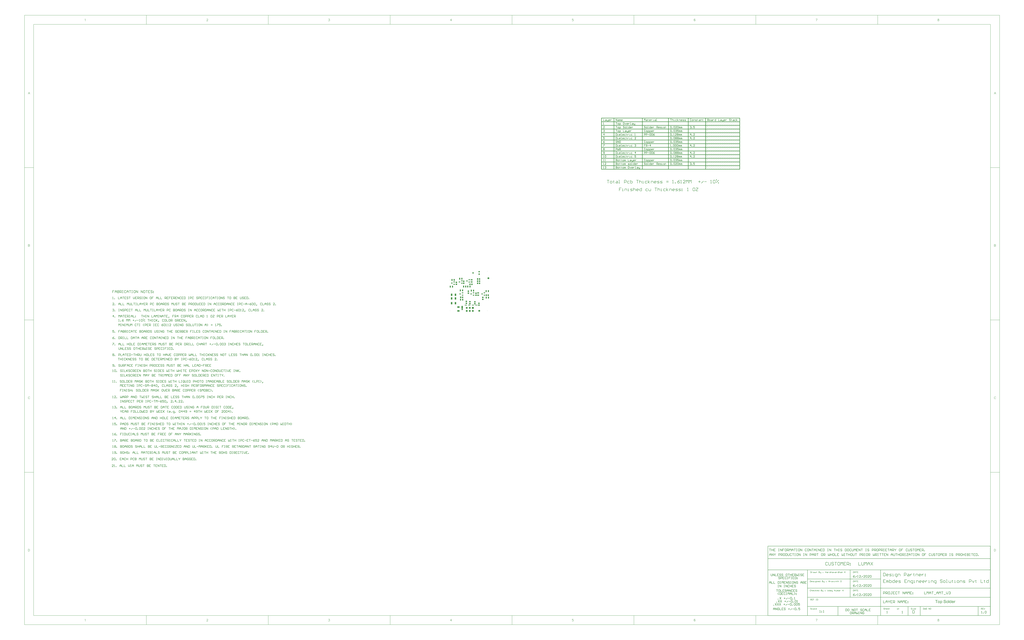
<source format=gts>
G04 Layer_Color=8388736*
%FSLAX25Y25*%
%MOIN*%
G70*
G01*
G75*
%ADD21C,0.01500*%
%ADD26C,0.00100*%
%ADD27C,0.01000*%
%ADD28C,0.00500*%
%ADD29C,0.00700*%
%ADD64R,0.05131X0.08674*%
%ADD65R,0.03950X0.03950*%
%ADD66R,0.05128X0.07687*%
%ADD67R,0.02765X0.02568*%
%ADD68R,0.07687X0.05128*%
%ADD69R,0.04537X0.04340*%
%ADD70R,0.04340X0.04537*%
%ADD71R,0.03553X0.06309*%
%ADD72R,0.06309X0.03553*%
%ADD73R,0.04540X0.03162*%
%ADD74C,0.05937*%
%ADD75C,0.04737*%
%ADD76R,0.05954X0.05954*%
%ADD77C,0.05954*%
%ADD78C,0.01200*%
G36*
X1660394Y-940993D02*
X1660505Y-941007D01*
X1660644Y-941035D01*
X1660796Y-941063D01*
X1660977Y-941105D01*
X1661143Y-941146D01*
X1661338Y-941216D01*
X1661518Y-941285D01*
X1661712Y-941382D01*
X1661907Y-941493D01*
X1662101Y-941618D01*
X1662281Y-941771D01*
X1662448Y-941937D01*
X1662462Y-941951D01*
X1662490Y-941979D01*
X1662531Y-942034D01*
X1662587Y-942118D01*
X1662656Y-942215D01*
X1662726Y-942326D01*
X1662809Y-942465D01*
X1662892Y-942631D01*
X1662976Y-942812D01*
X1663059Y-943006D01*
X1663128Y-943228D01*
X1663198Y-943464D01*
X1663253Y-943728D01*
X1663295Y-944005D01*
X1663322Y-944297D01*
X1663336Y-944616D01*
Y-944630D01*
Y-944685D01*
Y-944783D01*
X1663322Y-944921D01*
X1658117D01*
Y-944935D01*
Y-944977D01*
X1658131Y-945033D01*
Y-945116D01*
X1658145Y-945213D01*
X1658173Y-945324D01*
X1658215Y-945574D01*
X1658298Y-945851D01*
X1658409Y-946157D01*
X1658562Y-946434D01*
X1658756Y-946684D01*
X1658770D01*
X1658784Y-946712D01*
X1658867Y-946781D01*
X1658992Y-946879D01*
X1659159Y-946976D01*
X1659381Y-947087D01*
X1659630Y-947184D01*
X1659908Y-947253D01*
X1660061Y-947267D01*
X1660227Y-947281D01*
X1660338D01*
X1660463Y-947267D01*
X1660616Y-947239D01*
X1660782Y-947198D01*
X1660977Y-947142D01*
X1661157Y-947059D01*
X1661338Y-946948D01*
X1661352Y-946934D01*
X1661421Y-946879D01*
X1661504Y-946795D01*
X1661601Y-946684D01*
X1661712Y-946532D01*
X1661837Y-946337D01*
X1661962Y-946115D01*
X1662073Y-945851D01*
X1663295Y-946004D01*
Y-946018D01*
X1663281Y-946046D01*
X1663267Y-946101D01*
X1663239Y-946185D01*
X1663198Y-946268D01*
X1663156Y-946379D01*
X1663045Y-946615D01*
X1662906Y-946879D01*
X1662712Y-947156D01*
X1662490Y-947420D01*
X1662212Y-947670D01*
X1662198D01*
X1662170Y-947698D01*
X1662129Y-947725D01*
X1662073Y-947767D01*
X1661990Y-947808D01*
X1661907Y-947850D01*
X1661796Y-947906D01*
X1661671Y-947961D01*
X1661532Y-948017D01*
X1661393Y-948072D01*
X1661046Y-948155D01*
X1660658Y-948225D01*
X1660227Y-948253D01*
X1660075D01*
X1659977Y-948239D01*
X1659852Y-948225D01*
X1659700Y-948197D01*
X1659533Y-948169D01*
X1659353Y-948142D01*
X1658964Y-948031D01*
X1658756Y-947947D01*
X1658562Y-947864D01*
X1658353Y-947753D01*
X1658159Y-947628D01*
X1657979Y-947489D01*
X1657798Y-947323D01*
X1657784Y-947309D01*
X1657757Y-947281D01*
X1657715Y-947226D01*
X1657659Y-947142D01*
X1657590Y-947045D01*
X1657521Y-946934D01*
X1657437Y-946795D01*
X1657354Y-946643D01*
X1657271Y-946462D01*
X1657187Y-946268D01*
X1657118Y-946046D01*
X1657049Y-945810D01*
X1656993Y-945560D01*
X1656952Y-945282D01*
X1656924Y-944991D01*
X1656910Y-944685D01*
Y-944672D01*
Y-944602D01*
Y-944519D01*
X1656924Y-944394D01*
X1656938Y-944241D01*
X1656952Y-944075D01*
X1656979Y-943880D01*
X1657021Y-943686D01*
X1657132Y-943242D01*
X1657201Y-943020D01*
X1657285Y-942784D01*
X1657396Y-942562D01*
X1657521Y-942354D01*
X1657659Y-942146D01*
X1657812Y-941951D01*
X1657826Y-941937D01*
X1657854Y-941910D01*
X1657909Y-941868D01*
X1657979Y-941798D01*
X1658062Y-941729D01*
X1658173Y-941646D01*
X1658298Y-941549D01*
X1658451Y-941465D01*
X1658603Y-941368D01*
X1658784Y-941285D01*
X1658978Y-941202D01*
X1659186Y-941132D01*
X1659408Y-941063D01*
X1659644Y-941021D01*
X1659894Y-940993D01*
X1660158Y-940980D01*
X1660297D01*
X1660394Y-940993D01*
D02*
G37*
G36*
X1642447D02*
X1642572Y-941007D01*
X1642711Y-941035D01*
X1642863Y-941063D01*
X1643044Y-941091D01*
X1643419Y-941216D01*
X1643613Y-941285D01*
X1643807Y-941382D01*
X1644002Y-941479D01*
X1644196Y-941618D01*
X1644376Y-941757D01*
X1644557Y-941923D01*
X1644571Y-941937D01*
X1644598Y-941965D01*
X1644640Y-942021D01*
X1644695Y-942090D01*
X1644765Y-942187D01*
X1644848Y-942312D01*
X1644931Y-942451D01*
X1645015Y-942603D01*
X1645098Y-942770D01*
X1645181Y-942978D01*
X1645265Y-943186D01*
X1645334Y-943422D01*
X1645390Y-943672D01*
X1645431Y-943936D01*
X1645459Y-944214D01*
X1645473Y-944519D01*
Y-944533D01*
Y-944575D01*
Y-944644D01*
Y-944741D01*
X1645459Y-944852D01*
X1645445Y-944991D01*
Y-945130D01*
X1645417Y-945282D01*
X1645376Y-945629D01*
X1645292Y-945976D01*
X1645195Y-946323D01*
X1645056Y-946643D01*
Y-946657D01*
X1645042Y-946670D01*
X1645015Y-946712D01*
X1644987Y-946768D01*
X1644890Y-946906D01*
X1644765Y-947073D01*
X1644598Y-947267D01*
X1644390Y-947462D01*
X1644154Y-947656D01*
X1643877Y-947836D01*
X1643863D01*
X1643849Y-947850D01*
X1643807Y-947878D01*
X1643738Y-947906D01*
X1643668Y-947933D01*
X1643585Y-947961D01*
X1643377Y-948044D01*
X1643141Y-948114D01*
X1642850Y-948183D01*
X1642544Y-948239D01*
X1642211Y-948253D01*
X1642072D01*
X1641961Y-948239D01*
X1641836Y-948225D01*
X1641697Y-948197D01*
X1641531Y-948169D01*
X1641364Y-948142D01*
X1640990Y-948031D01*
X1640781Y-947947D01*
X1640587Y-947864D01*
X1640393Y-947753D01*
X1640198Y-947628D01*
X1640018Y-947489D01*
X1639837Y-947323D01*
X1639824Y-947309D01*
X1639796Y-947281D01*
X1639754Y-947226D01*
X1639699Y-947142D01*
X1639629Y-947045D01*
X1639560Y-946934D01*
X1639477Y-946795D01*
X1639393Y-946629D01*
X1639310Y-946448D01*
X1639227Y-946240D01*
X1639157Y-946018D01*
X1639088Y-945782D01*
X1639033Y-945518D01*
X1638991Y-945241D01*
X1638963Y-944935D01*
X1638949Y-944616D01*
Y-944588D01*
Y-944533D01*
X1638963Y-944436D01*
Y-944297D01*
X1638977Y-944144D01*
X1639005Y-943950D01*
X1639033Y-943756D01*
X1639088Y-943534D01*
X1639144Y-943311D01*
X1639213Y-943075D01*
X1639296Y-942826D01*
X1639407Y-942590D01*
X1639518Y-942368D01*
X1639671Y-942146D01*
X1639824Y-941937D01*
X1640018Y-941757D01*
X1640032Y-941743D01*
X1640060Y-941729D01*
X1640115Y-941687D01*
X1640185Y-941632D01*
X1640268Y-941576D01*
X1640379Y-941507D01*
X1640490Y-941438D01*
X1640629Y-941368D01*
X1640781Y-941299D01*
X1640948Y-941229D01*
X1641323Y-941105D01*
X1641753Y-941007D01*
X1641975Y-940993D01*
X1642211Y-940980D01*
X1642350D01*
X1642447Y-940993D01*
D02*
G37*
G36*
X1648013Y-948100D02*
X1646833D01*
Y-938495D01*
X1648013D01*
Y-948100D01*
D02*
G37*
G36*
X1610606Y-939633D02*
X1607442D01*
Y-948100D01*
X1606165D01*
Y-939633D01*
X1603000D01*
Y-938495D01*
X1610606D01*
Y-939633D01*
D02*
G37*
G36*
X1614826Y-940993D02*
X1614951Y-941007D01*
X1615089Y-941035D01*
X1615242Y-941063D01*
X1615423Y-941091D01*
X1615797Y-941216D01*
X1615992Y-941285D01*
X1616186Y-941382D01*
X1616380Y-941479D01*
X1616575Y-941618D01*
X1616755Y-941757D01*
X1616936Y-941923D01*
X1616949Y-941937D01*
X1616977Y-941965D01*
X1617019Y-942021D01*
X1617074Y-942090D01*
X1617144Y-942187D01*
X1617227Y-942312D01*
X1617310Y-942451D01*
X1617394Y-942603D01*
X1617477Y-942770D01*
X1617560Y-942978D01*
X1617643Y-943186D01*
X1617713Y-943422D01*
X1617768Y-943672D01*
X1617810Y-943936D01*
X1617838Y-944214D01*
X1617852Y-944519D01*
Y-944533D01*
Y-944575D01*
Y-944644D01*
Y-944741D01*
X1617838Y-944852D01*
X1617824Y-944991D01*
Y-945130D01*
X1617796Y-945282D01*
X1617754Y-945629D01*
X1617671Y-945976D01*
X1617574Y-946323D01*
X1617435Y-946643D01*
Y-946657D01*
X1617421Y-946670D01*
X1617394Y-946712D01*
X1617366Y-946768D01*
X1617269Y-946906D01*
X1617144Y-947073D01*
X1616977Y-947267D01*
X1616769Y-947462D01*
X1616533Y-947656D01*
X1616255Y-947836D01*
X1616241D01*
X1616228Y-947850D01*
X1616186Y-947878D01*
X1616117Y-947906D01*
X1616047Y-947933D01*
X1615964Y-947961D01*
X1615756Y-948044D01*
X1615520Y-948114D01*
X1615228Y-948183D01*
X1614923Y-948239D01*
X1614590Y-948253D01*
X1614451D01*
X1614340Y-948239D01*
X1614215Y-948225D01*
X1614076Y-948197D01*
X1613910Y-948169D01*
X1613743Y-948142D01*
X1613368Y-948031D01*
X1613160Y-947947D01*
X1612966Y-947864D01*
X1612771Y-947753D01*
X1612577Y-947628D01*
X1612397Y-947489D01*
X1612216Y-947323D01*
X1612202Y-947309D01*
X1612175Y-947281D01*
X1612133Y-947226D01*
X1612078Y-947142D01*
X1612008Y-947045D01*
X1611939Y-946934D01*
X1611855Y-946795D01*
X1611772Y-946629D01*
X1611689Y-946448D01*
X1611606Y-946240D01*
X1611536Y-946018D01*
X1611467Y-945782D01*
X1611411Y-945518D01*
X1611370Y-945241D01*
X1611342Y-944935D01*
X1611328Y-944616D01*
Y-944588D01*
Y-944533D01*
X1611342Y-944436D01*
Y-944297D01*
X1611356Y-944144D01*
X1611383Y-943950D01*
X1611411Y-943756D01*
X1611467Y-943534D01*
X1611522Y-943311D01*
X1611592Y-943075D01*
X1611675Y-942826D01*
X1611786Y-942590D01*
X1611897Y-942368D01*
X1612050Y-942146D01*
X1612202Y-941937D01*
X1612397Y-941757D01*
X1612411Y-941743D01*
X1612438Y-941729D01*
X1612494Y-941687D01*
X1612563Y-941632D01*
X1612647Y-941576D01*
X1612758Y-941507D01*
X1612869Y-941438D01*
X1613008Y-941368D01*
X1613160Y-941299D01*
X1613327Y-941229D01*
X1613701Y-941105D01*
X1614132Y-941007D01*
X1614354Y-940993D01*
X1614590Y-940980D01*
X1614729D01*
X1614826Y-940993D01*
D02*
G37*
G36*
X1655439Y-948100D02*
X1654342D01*
Y-947226D01*
X1654328Y-947239D01*
X1654314Y-947267D01*
X1654273Y-947323D01*
X1654217Y-947392D01*
X1654148Y-947462D01*
X1654065Y-947545D01*
X1653967Y-947642D01*
X1653842Y-947739D01*
X1653717Y-947836D01*
X1653579Y-947933D01*
X1653412Y-948017D01*
X1653232Y-948086D01*
X1653051Y-948155D01*
X1652843Y-948211D01*
X1652621Y-948239D01*
X1652385Y-948253D01*
X1652302D01*
X1652246Y-948239D01*
X1652080Y-948225D01*
X1651885Y-948197D01*
X1651649Y-948142D01*
X1651386Y-948058D01*
X1651122Y-947947D01*
X1650858Y-947795D01*
X1650844D01*
X1650830Y-947767D01*
X1650747Y-947711D01*
X1650622Y-947600D01*
X1650470Y-947462D01*
X1650289Y-947281D01*
X1650109Y-947059D01*
X1649928Y-946809D01*
X1649776Y-946518D01*
Y-946504D01*
X1649762Y-946476D01*
X1649748Y-946434D01*
X1649720Y-946379D01*
X1649692Y-946296D01*
X1649651Y-946198D01*
X1649623Y-946101D01*
X1649595Y-945976D01*
X1649526Y-945699D01*
X1649456Y-945380D01*
X1649415Y-945019D01*
X1649401Y-944630D01*
Y-944616D01*
Y-944588D01*
Y-944533D01*
Y-944450D01*
X1649415Y-944366D01*
Y-944255D01*
X1649442Y-944005D01*
X1649484Y-943714D01*
X1649553Y-943395D01*
X1649637Y-943062D01*
X1649748Y-942742D01*
Y-942728D01*
X1649762Y-942701D01*
X1649789Y-942659D01*
X1649817Y-942603D01*
X1649900Y-942451D01*
X1650012Y-942257D01*
X1650150Y-942048D01*
X1650331Y-941840D01*
X1650539Y-941618D01*
X1650789Y-941438D01*
X1650803D01*
X1650817Y-941424D01*
X1650858Y-941396D01*
X1650914Y-941368D01*
X1651053Y-941299D01*
X1651247Y-941202D01*
X1651469Y-941118D01*
X1651733Y-941049D01*
X1652024Y-940993D01*
X1652329Y-940980D01*
X1652441D01*
X1652552Y-940993D01*
X1652704Y-941007D01*
X1652885Y-941049D01*
X1653079Y-941091D01*
X1653273Y-941160D01*
X1653454Y-941257D01*
X1653482Y-941271D01*
X1653537Y-941299D01*
X1653620Y-941368D01*
X1653731Y-941438D01*
X1653870Y-941535D01*
X1653995Y-941660D01*
X1654134Y-941785D01*
X1654259Y-941937D01*
Y-938495D01*
X1655439D01*
Y-948100D01*
D02*
G37*
G36*
X1634175Y-938342D02*
X1634272D01*
X1634535Y-938370D01*
X1634827Y-938412D01*
X1635132Y-938481D01*
X1635465Y-938564D01*
X1635771Y-938675D01*
X1635785D01*
X1635812Y-938689D01*
X1635854Y-938717D01*
X1635909Y-938745D01*
X1636048Y-938814D01*
X1636229Y-938939D01*
X1636437Y-939078D01*
X1636645Y-939258D01*
X1636839Y-939467D01*
X1637020Y-939703D01*
Y-939717D01*
X1637034Y-939730D01*
X1637062Y-939772D01*
X1637089Y-939814D01*
X1637159Y-939952D01*
X1637242Y-940133D01*
X1637339Y-940355D01*
X1637408Y-940619D01*
X1637478Y-940896D01*
X1637506Y-941202D01*
X1636284Y-941299D01*
Y-941285D01*
Y-941257D01*
X1636270Y-941216D01*
X1636256Y-941146D01*
X1636215Y-940993D01*
X1636159Y-940785D01*
X1636076Y-940563D01*
X1635951Y-940341D01*
X1635798Y-940133D01*
X1635604Y-939939D01*
X1635576Y-939925D01*
X1635507Y-939869D01*
X1635368Y-939786D01*
X1635188Y-939703D01*
X1634952Y-939619D01*
X1634674Y-939536D01*
X1634327Y-939480D01*
X1633938Y-939467D01*
X1633744D01*
X1633661Y-939480D01*
X1633550Y-939494D01*
X1633300Y-939522D01*
X1633022Y-939578D01*
X1632745Y-939647D01*
X1632481Y-939758D01*
X1632370Y-939828D01*
X1632259Y-939897D01*
X1632231Y-939911D01*
X1632176Y-939966D01*
X1632092Y-940063D01*
X1632009Y-940174D01*
X1631912Y-940327D01*
X1631829Y-940494D01*
X1631773Y-940688D01*
X1631746Y-940910D01*
Y-940938D01*
Y-940993D01*
X1631759Y-941091D01*
X1631787Y-941202D01*
X1631829Y-941340D01*
X1631898Y-941479D01*
X1631981Y-941618D01*
X1632106Y-941757D01*
X1632120Y-941771D01*
X1632190Y-941812D01*
X1632245Y-941854D01*
X1632301Y-941882D01*
X1632384Y-941923D01*
X1632481Y-941979D01*
X1632606Y-942021D01*
X1632745Y-942076D01*
X1632898Y-942132D01*
X1633078Y-942201D01*
X1633272Y-942257D01*
X1633494Y-942326D01*
X1633744Y-942381D01*
X1634022Y-942451D01*
X1634036D01*
X1634091Y-942465D01*
X1634175Y-942479D01*
X1634272Y-942506D01*
X1634397Y-942534D01*
X1634549Y-942576D01*
X1634702Y-942617D01*
X1634868Y-942659D01*
X1635229Y-942756D01*
X1635576Y-942853D01*
X1635743Y-942909D01*
X1635896Y-942964D01*
X1636034Y-943006D01*
X1636145Y-943062D01*
X1636159D01*
X1636187Y-943075D01*
X1636229Y-943103D01*
X1636284Y-943131D01*
X1636437Y-943214D01*
X1636617Y-943325D01*
X1636826Y-943478D01*
X1637034Y-943645D01*
X1637228Y-943839D01*
X1637395Y-944047D01*
X1637408Y-944075D01*
X1637464Y-944144D01*
X1637520Y-944269D01*
X1637603Y-944436D01*
X1637672Y-944630D01*
X1637742Y-944866D01*
X1637783Y-945130D01*
X1637797Y-945407D01*
Y-945421D01*
Y-945435D01*
Y-945477D01*
Y-945532D01*
X1637769Y-945685D01*
X1637742Y-945879D01*
X1637686Y-946101D01*
X1637617Y-946337D01*
X1637506Y-946587D01*
X1637353Y-946851D01*
Y-946865D01*
X1637339Y-946879D01*
X1637270Y-946962D01*
X1637173Y-947087D01*
X1637034Y-947226D01*
X1636853Y-947392D01*
X1636631Y-947573D01*
X1636381Y-947739D01*
X1636090Y-947892D01*
X1636076D01*
X1636048Y-947906D01*
X1636007Y-947920D01*
X1635951Y-947947D01*
X1635868Y-947975D01*
X1635771Y-948017D01*
X1635549Y-948072D01*
X1635285Y-948142D01*
X1634966Y-948211D01*
X1634619Y-948253D01*
X1634244Y-948267D01*
X1634022D01*
X1633911Y-948253D01*
X1633786D01*
X1633647Y-948239D01*
X1633480Y-948225D01*
X1633134Y-948169D01*
X1632773Y-948114D01*
X1632412Y-948017D01*
X1632065Y-947892D01*
X1632051D01*
X1632023Y-947878D01*
X1631981Y-947850D01*
X1631926Y-947822D01*
X1631759Y-947739D01*
X1631565Y-947614D01*
X1631343Y-947448D01*
X1631107Y-947253D01*
X1630885Y-947017D01*
X1630677Y-946754D01*
Y-946740D01*
X1630649Y-946712D01*
X1630635Y-946670D01*
X1630593Y-946615D01*
X1630566Y-946545D01*
X1630524Y-946462D01*
X1630427Y-946254D01*
X1630330Y-945990D01*
X1630246Y-945699D01*
X1630191Y-945366D01*
X1630163Y-945019D01*
X1631357Y-944908D01*
Y-944921D01*
Y-944935D01*
X1631371Y-944977D01*
Y-945033D01*
X1631399Y-945157D01*
X1631440Y-945338D01*
X1631496Y-945518D01*
X1631551Y-945726D01*
X1631648Y-945921D01*
X1631746Y-946101D01*
X1631759Y-946115D01*
X1631801Y-946171D01*
X1631870Y-946268D01*
X1631981Y-946365D01*
X1632120Y-946490D01*
X1632273Y-946615D01*
X1632481Y-946740D01*
X1632703Y-946851D01*
X1632717D01*
X1632731Y-946865D01*
X1632773Y-946879D01*
X1632814Y-946892D01*
X1632953Y-946934D01*
X1633134Y-946990D01*
X1633356Y-947045D01*
X1633605Y-947087D01*
X1633883Y-947114D01*
X1634188Y-947128D01*
X1634313D01*
X1634452Y-947114D01*
X1634619Y-947101D01*
X1634813Y-947073D01*
X1635035Y-947045D01*
X1635257Y-946990D01*
X1635465Y-946920D01*
X1635493Y-946906D01*
X1635563Y-946879D01*
X1635660Y-946823D01*
X1635785Y-946768D01*
X1635909Y-946670D01*
X1636048Y-946573D01*
X1636187Y-946462D01*
X1636298Y-946323D01*
X1636312Y-946309D01*
X1636340Y-946254D01*
X1636381Y-946185D01*
X1636437Y-946074D01*
X1636492Y-945963D01*
X1636534Y-945824D01*
X1636562Y-945671D01*
X1636576Y-945504D01*
Y-945491D01*
Y-945421D01*
X1636562Y-945338D01*
X1636548Y-945227D01*
X1636506Y-945116D01*
X1636465Y-944977D01*
X1636395Y-944838D01*
X1636298Y-944713D01*
X1636284Y-944699D01*
X1636243Y-944658D01*
X1636187Y-944602D01*
X1636090Y-944519D01*
X1635979Y-944436D01*
X1635826Y-944339D01*
X1635646Y-944241D01*
X1635438Y-944158D01*
X1635424Y-944144D01*
X1635354Y-944130D01*
X1635243Y-944089D01*
X1635174Y-944075D01*
X1635077Y-944047D01*
X1634979Y-944005D01*
X1634855Y-943978D01*
X1634716Y-943936D01*
X1634549Y-943894D01*
X1634383Y-943853D01*
X1634188Y-943797D01*
X1633966Y-943742D01*
X1633730Y-943686D01*
X1633716D01*
X1633675Y-943672D01*
X1633605Y-943658D01*
X1633522Y-943631D01*
X1633411Y-943603D01*
X1633286Y-943575D01*
X1633009Y-943492D01*
X1632703Y-943395D01*
X1632384Y-943297D01*
X1632106Y-943200D01*
X1631981Y-943145D01*
X1631870Y-943089D01*
X1631857D01*
X1631843Y-943075D01*
X1631759Y-943020D01*
X1631634Y-942951D01*
X1631496Y-942840D01*
X1631329Y-942715D01*
X1631162Y-942562D01*
X1630996Y-942381D01*
X1630857Y-942187D01*
X1630843Y-942159D01*
X1630802Y-942090D01*
X1630746Y-941979D01*
X1630691Y-941840D01*
X1630635Y-941660D01*
X1630580Y-941451D01*
X1630538Y-941229D01*
X1630524Y-940993D01*
Y-940980D01*
Y-940966D01*
Y-940924D01*
Y-940868D01*
X1630552Y-940730D01*
X1630580Y-940549D01*
X1630621Y-940341D01*
X1630691Y-940105D01*
X1630788Y-939869D01*
X1630927Y-939633D01*
Y-939619D01*
X1630940Y-939605D01*
X1631010Y-939522D01*
X1631107Y-939411D01*
X1631232Y-939272D01*
X1631399Y-939120D01*
X1631607Y-938953D01*
X1631857Y-938800D01*
X1632134Y-938662D01*
X1632148D01*
X1632176Y-938648D01*
X1632217Y-938634D01*
X1632273Y-938606D01*
X1632342Y-938578D01*
X1632439Y-938551D01*
X1632648Y-938495D01*
X1632911Y-938439D01*
X1633217Y-938384D01*
X1633536Y-938342D01*
X1633897Y-938328D01*
X1634077D01*
X1634175Y-938342D01*
D02*
G37*
G36*
X1667556Y-940993D02*
X1667709Y-941021D01*
X1667889Y-941077D01*
X1668083Y-941146D01*
X1668305Y-941243D01*
X1668541Y-941368D01*
X1668111Y-942451D01*
X1668097Y-942437D01*
X1668042Y-942409D01*
X1667958Y-942368D01*
X1667847Y-942326D01*
X1667722Y-942284D01*
X1667570Y-942243D01*
X1667417Y-942215D01*
X1667264Y-942201D01*
X1667195D01*
X1667126Y-942215D01*
X1667028Y-942229D01*
X1666931Y-942257D01*
X1666806Y-942298D01*
X1666681Y-942354D01*
X1666570Y-942437D01*
X1666557Y-942451D01*
X1666515Y-942479D01*
X1666473Y-942534D01*
X1666404Y-942603D01*
X1666334Y-942701D01*
X1666265Y-942812D01*
X1666196Y-942937D01*
X1666140Y-943089D01*
X1666126Y-943117D01*
X1666112Y-943200D01*
X1666085Y-943325D01*
X1666043Y-943492D01*
X1666001Y-943700D01*
X1665974Y-943936D01*
X1665960Y-944186D01*
X1665946Y-944463D01*
Y-948100D01*
X1664766D01*
Y-941132D01*
X1665835D01*
Y-942187D01*
X1665849Y-942173D01*
X1665904Y-942076D01*
X1665974Y-941951D01*
X1666085Y-941798D01*
X1666196Y-941646D01*
X1666321Y-941479D01*
X1666446Y-941340D01*
X1666570Y-941229D01*
X1666584Y-941216D01*
X1666626Y-941188D01*
X1666709Y-941146D01*
X1666792Y-941105D01*
X1666903Y-941063D01*
X1667042Y-941021D01*
X1667181Y-940993D01*
X1667334Y-940980D01*
X1667431D01*
X1667556Y-940993D01*
D02*
G37*
G36*
X1622543D02*
X1622640Y-941007D01*
X1622848Y-941035D01*
X1623098Y-941091D01*
X1623362Y-941174D01*
X1623626Y-941299D01*
X1623889Y-941451D01*
X1623903D01*
X1623917Y-941479D01*
X1624000Y-941535D01*
X1624125Y-941646D01*
X1624278Y-941785D01*
X1624445Y-941965D01*
X1624611Y-942187D01*
X1624778Y-942451D01*
X1624916Y-942742D01*
Y-942756D01*
X1624930Y-942784D01*
X1624944Y-942826D01*
X1624972Y-942881D01*
X1625000Y-942964D01*
X1625028Y-943062D01*
X1625097Y-943284D01*
X1625166Y-943561D01*
X1625222Y-943867D01*
X1625263Y-944214D01*
X1625277Y-944575D01*
Y-944588D01*
Y-944616D01*
Y-944672D01*
Y-944755D01*
X1625263Y-944852D01*
Y-944963D01*
X1625236Y-945213D01*
X1625180Y-945518D01*
X1625111Y-945838D01*
X1625014Y-946171D01*
X1624889Y-946504D01*
Y-946518D01*
X1624875Y-946545D01*
X1624847Y-946587D01*
X1624819Y-946643D01*
X1624722Y-946795D01*
X1624597Y-946990D01*
X1624445Y-947198D01*
X1624250Y-947406D01*
X1624028Y-947614D01*
X1623764Y-947808D01*
X1623751D01*
X1623737Y-947822D01*
X1623695Y-947850D01*
X1623640Y-947878D01*
X1623501Y-947947D01*
X1623306Y-948031D01*
X1623071Y-948114D01*
X1622821Y-948183D01*
X1622529Y-948239D01*
X1622238Y-948253D01*
X1622141D01*
X1622029Y-948239D01*
X1621891Y-948225D01*
X1621724Y-948197D01*
X1621544Y-948155D01*
X1621363Y-948100D01*
X1621183Y-948017D01*
X1621169Y-948003D01*
X1621099Y-947975D01*
X1621016Y-947920D01*
X1620905Y-947836D01*
X1620794Y-947753D01*
X1620655Y-947642D01*
X1620530Y-947517D01*
X1620419Y-947378D01*
Y-950765D01*
X1619240D01*
Y-941132D01*
X1620308D01*
Y-942048D01*
X1620322Y-942021D01*
X1620378Y-941965D01*
X1620447Y-941868D01*
X1620558Y-941757D01*
X1620683Y-941618D01*
X1620822Y-941493D01*
X1620988Y-941368D01*
X1621155Y-941257D01*
X1621183Y-941243D01*
X1621238Y-941216D01*
X1621349Y-941174D01*
X1621488Y-941118D01*
X1621655Y-941063D01*
X1621849Y-941021D01*
X1622071Y-940993D01*
X1622321Y-940980D01*
X1622474D01*
X1622543Y-940993D01*
D02*
G37*
%LPC*%
G36*
X1660172Y-941951D02*
X1660088D01*
X1660033Y-941965D01*
X1659880Y-941979D01*
X1659700Y-942021D01*
X1659478Y-942090D01*
X1659242Y-942187D01*
X1659020Y-942326D01*
X1658798Y-942506D01*
X1658770Y-942534D01*
X1658714Y-942603D01*
X1658617Y-942728D01*
X1658520Y-942895D01*
X1658409Y-943089D01*
X1658312Y-943339D01*
X1658228Y-943631D01*
X1658187Y-943950D01*
X1662087D01*
Y-943936D01*
Y-943908D01*
X1662073Y-943867D01*
Y-943811D01*
X1662045Y-943645D01*
X1662004Y-943464D01*
X1661934Y-943242D01*
X1661865Y-943034D01*
X1661754Y-942826D01*
X1661629Y-942645D01*
Y-942631D01*
X1661601Y-942617D01*
X1661532Y-942534D01*
X1661407Y-942423D01*
X1661241Y-942298D01*
X1661032Y-942173D01*
X1660782Y-942062D01*
X1660491Y-941979D01*
X1660338Y-941965D01*
X1660172Y-941951D01*
D02*
G37*
G36*
X1642211D02*
X1642128D01*
X1642058Y-941965D01*
X1641906Y-941979D01*
X1641697Y-942034D01*
X1641462Y-942118D01*
X1641212Y-942229D01*
X1640976Y-942395D01*
X1640851Y-942506D01*
X1640740Y-942617D01*
Y-942631D01*
X1640712Y-942645D01*
X1640684Y-942687D01*
X1640643Y-942742D01*
X1640601Y-942812D01*
X1640559Y-942895D01*
X1640504Y-943006D01*
X1640448Y-943117D01*
X1640393Y-943256D01*
X1640337Y-943395D01*
X1640296Y-943561D01*
X1640254Y-943742D01*
X1640212Y-943936D01*
X1640185Y-944144D01*
X1640171Y-944380D01*
X1640157Y-944616D01*
Y-944630D01*
Y-944672D01*
Y-944741D01*
X1640171Y-944838D01*
Y-944949D01*
X1640185Y-945074D01*
X1640226Y-945366D01*
X1640296Y-945699D01*
X1640407Y-946032D01*
X1640545Y-946351D01*
X1640643Y-946490D01*
X1640740Y-946629D01*
X1640754D01*
X1640767Y-946657D01*
X1640851Y-946726D01*
X1640976Y-946837D01*
X1641142Y-946948D01*
X1641350Y-947073D01*
X1641600Y-947184D01*
X1641892Y-947253D01*
X1642044Y-947267D01*
X1642211Y-947281D01*
X1642294D01*
X1642364Y-947267D01*
X1642516Y-947239D01*
X1642725Y-947198D01*
X1642947Y-947114D01*
X1643196Y-947003D01*
X1643432Y-946837D01*
X1643557Y-946726D01*
X1643668Y-946615D01*
X1643682Y-946601D01*
X1643696Y-946587D01*
X1643724Y-946545D01*
X1643766Y-946490D01*
X1643807Y-946420D01*
X1643863Y-946337D01*
X1643918Y-946226D01*
X1643974Y-946115D01*
X1644029Y-945976D01*
X1644071Y-945824D01*
X1644126Y-945657D01*
X1644168Y-945477D01*
X1644210Y-945269D01*
X1644238Y-945060D01*
X1644265Y-944824D01*
Y-944575D01*
Y-944561D01*
Y-944519D01*
Y-944450D01*
X1644251Y-944366D01*
Y-944255D01*
X1644238Y-944130D01*
X1644196Y-943839D01*
X1644126Y-943534D01*
X1644015Y-943200D01*
X1643863Y-942895D01*
X1643779Y-942742D01*
X1643668Y-942617D01*
Y-942603D01*
X1643641Y-942590D01*
X1643557Y-942506D01*
X1643432Y-942409D01*
X1643266Y-942284D01*
X1643058Y-942159D01*
X1642808Y-942048D01*
X1642530Y-941979D01*
X1642378Y-941965D01*
X1642211Y-941951D01*
D02*
G37*
G36*
X1614590D02*
X1614507D01*
X1614437Y-941965D01*
X1614284Y-941979D01*
X1614076Y-942034D01*
X1613840Y-942118D01*
X1613590Y-942229D01*
X1613354Y-942395D01*
X1613230Y-942506D01*
X1613119Y-942617D01*
Y-942631D01*
X1613091Y-942645D01*
X1613063Y-942687D01*
X1613021Y-942742D01*
X1612980Y-942812D01*
X1612938Y-942895D01*
X1612883Y-943006D01*
X1612827Y-943117D01*
X1612771Y-943256D01*
X1612716Y-943395D01*
X1612674Y-943561D01*
X1612633Y-943742D01*
X1612591Y-943936D01*
X1612563Y-944144D01*
X1612549Y-944380D01*
X1612536Y-944616D01*
Y-944630D01*
Y-944672D01*
Y-944741D01*
X1612549Y-944838D01*
Y-944949D01*
X1612563Y-945074D01*
X1612605Y-945366D01*
X1612674Y-945699D01*
X1612785Y-946032D01*
X1612924Y-946351D01*
X1613021Y-946490D01*
X1613119Y-946629D01*
X1613132D01*
X1613146Y-946657D01*
X1613230Y-946726D01*
X1613354Y-946837D01*
X1613521Y-946948D01*
X1613729Y-947073D01*
X1613979Y-947184D01*
X1614271Y-947253D01*
X1614423Y-947267D01*
X1614590Y-947281D01*
X1614673D01*
X1614742Y-947267D01*
X1614895Y-947239D01*
X1615103Y-947198D01*
X1615325Y-947114D01*
X1615575Y-947003D01*
X1615811Y-946837D01*
X1615936Y-946726D01*
X1616047Y-946615D01*
X1616061Y-946601D01*
X1616075Y-946587D01*
X1616103Y-946545D01*
X1616144Y-946490D01*
X1616186Y-946420D01*
X1616241Y-946337D01*
X1616297Y-946226D01*
X1616353Y-946115D01*
X1616408Y-945976D01*
X1616450Y-945824D01*
X1616505Y-945657D01*
X1616547Y-945477D01*
X1616589Y-945269D01*
X1616616Y-945060D01*
X1616644Y-944824D01*
Y-944575D01*
Y-944561D01*
Y-944519D01*
Y-944450D01*
X1616630Y-944366D01*
Y-944255D01*
X1616616Y-944130D01*
X1616575Y-943839D01*
X1616505Y-943534D01*
X1616394Y-943200D01*
X1616241Y-942895D01*
X1616158Y-942742D01*
X1616047Y-942617D01*
Y-942603D01*
X1616019Y-942590D01*
X1615936Y-942506D01*
X1615811Y-942409D01*
X1615645Y-942284D01*
X1615437Y-942159D01*
X1615187Y-942048D01*
X1614909Y-941979D01*
X1614756Y-941965D01*
X1614590Y-941951D01*
D02*
G37*
G36*
X1652454D02*
X1652385D01*
X1652329Y-941965D01*
X1652177Y-941979D01*
X1651996Y-942034D01*
X1651788Y-942104D01*
X1651566Y-942229D01*
X1651344Y-942381D01*
X1651233Y-942492D01*
X1651136Y-942603D01*
Y-942617D01*
X1651108Y-942631D01*
X1651094Y-942673D01*
X1651053Y-942728D01*
X1651011Y-942798D01*
X1650969Y-942881D01*
X1650928Y-942978D01*
X1650872Y-943089D01*
X1650817Y-943228D01*
X1650775Y-943381D01*
X1650733Y-943547D01*
X1650692Y-943728D01*
X1650664Y-943922D01*
X1650636Y-944144D01*
X1650608Y-944380D01*
Y-944630D01*
Y-944644D01*
Y-944685D01*
Y-944755D01*
X1650622Y-944852D01*
Y-944963D01*
X1650636Y-945088D01*
X1650678Y-945380D01*
X1650747Y-945699D01*
X1650844Y-946032D01*
X1650983Y-946351D01*
X1651066Y-946490D01*
X1651164Y-946629D01*
X1651177D01*
X1651191Y-946657D01*
X1651261Y-946726D01*
X1651386Y-946837D01*
X1651538Y-946948D01*
X1651733Y-947073D01*
X1651969Y-947184D01*
X1652218Y-947253D01*
X1652357Y-947267D01*
X1652496Y-947281D01*
X1652566D01*
X1652621Y-947267D01*
X1652774Y-947253D01*
X1652954Y-947198D01*
X1653162Y-947128D01*
X1653384Y-947017D01*
X1653606Y-946865D01*
X1653717Y-946768D01*
X1653815Y-946657D01*
Y-946643D01*
X1653842Y-946629D01*
X1653870Y-946587D01*
X1653898Y-946532D01*
X1653940Y-946462D01*
X1653995Y-946393D01*
X1654037Y-946282D01*
X1654092Y-946171D01*
X1654148Y-946046D01*
X1654189Y-945907D01*
X1654245Y-945740D01*
X1654287Y-945574D01*
X1654314Y-945380D01*
X1654342Y-945185D01*
X1654370Y-944963D01*
Y-944727D01*
Y-944713D01*
Y-944658D01*
Y-944588D01*
X1654356Y-944491D01*
Y-944380D01*
X1654342Y-944241D01*
X1654328Y-944089D01*
X1654300Y-943922D01*
X1654231Y-943589D01*
X1654134Y-943242D01*
X1653995Y-942909D01*
X1653912Y-942770D01*
X1653815Y-942631D01*
Y-942617D01*
X1653787Y-942603D01*
X1653717Y-942520D01*
X1653593Y-942409D01*
X1653440Y-942284D01*
X1653246Y-942159D01*
X1653010Y-942062D01*
X1652746Y-941979D01*
X1652607Y-941965D01*
X1652454Y-941951D01*
D02*
G37*
G36*
X1622210Y-941910D02*
X1622141D01*
X1622085Y-941923D01*
X1621946Y-941951D01*
X1621766Y-941993D01*
X1621558Y-942076D01*
X1621335Y-942201D01*
X1621211Y-942284D01*
X1621099Y-942381D01*
X1620988Y-942492D01*
X1620877Y-942617D01*
Y-942631D01*
X1620850Y-942645D01*
X1620822Y-942687D01*
X1620794Y-942742D01*
X1620753Y-942826D01*
X1620697Y-942909D01*
X1620642Y-943020D01*
X1620600Y-943131D01*
X1620544Y-943270D01*
X1620489Y-943422D01*
X1620447Y-943589D01*
X1620392Y-943769D01*
X1620364Y-943978D01*
X1620336Y-944186D01*
X1620308Y-944408D01*
Y-944658D01*
Y-944672D01*
Y-944713D01*
Y-944783D01*
X1620322Y-944880D01*
Y-944991D01*
X1620336Y-945116D01*
X1620378Y-945407D01*
X1620447Y-945740D01*
X1620530Y-946060D01*
X1620669Y-946379D01*
X1620753Y-946518D01*
X1620850Y-946643D01*
X1620877Y-946670D01*
X1620947Y-946740D01*
X1621058Y-946851D01*
X1621211Y-946962D01*
X1621405Y-947073D01*
X1621627Y-947184D01*
X1621877Y-947253D01*
X1622016Y-947267D01*
X1622154Y-947281D01*
X1622238D01*
X1622293Y-947267D01*
X1622432Y-947239D01*
X1622626Y-947198D01*
X1622835Y-947114D01*
X1623057Y-947003D01*
X1623279Y-946837D01*
X1623390Y-946740D01*
X1623501Y-946629D01*
Y-946615D01*
X1623528Y-946601D01*
X1623556Y-946559D01*
X1623584Y-946504D01*
X1623640Y-946434D01*
X1623681Y-946337D01*
X1623737Y-946240D01*
X1623792Y-946115D01*
X1623834Y-945990D01*
X1623889Y-945824D01*
X1623945Y-945657D01*
X1623987Y-945477D01*
X1624014Y-945269D01*
X1624042Y-945046D01*
X1624070Y-944810D01*
Y-944561D01*
Y-944547D01*
Y-944505D01*
Y-944436D01*
X1624056Y-944339D01*
Y-944228D01*
X1624042Y-944103D01*
X1624000Y-943811D01*
X1623931Y-943492D01*
X1623834Y-943173D01*
X1623695Y-942853D01*
X1623612Y-942701D01*
X1623515Y-942576D01*
Y-942562D01*
X1623487Y-942548D01*
X1623417Y-942465D01*
X1623306Y-942368D01*
X1623154Y-942243D01*
X1622959Y-942118D01*
X1622737Y-942007D01*
X1622487Y-941937D01*
X1622349Y-941923D01*
X1622210Y-941910D01*
D02*
G37*
%LPD*%
D21*
X507250Y631550D02*
X961130D01*
X507250Y643550D02*
X961130D01*
X507250Y475550D02*
Y643550D01*
Y475550D02*
X548241D01*
X507250Y487550D02*
X548241D01*
X507250Y499550D02*
X548241D01*
X507250Y511550D02*
X548241D01*
X507250Y523550D02*
X548241D01*
X507250Y535550D02*
X548241D01*
X507250Y547550D02*
X548241D01*
X507250Y559550D02*
X548241D01*
X507250Y571550D02*
X548241D01*
X507250Y583550D02*
X548241D01*
X507250Y595550D02*
X548241D01*
X507250Y607550D02*
X548241D01*
X507250Y619550D02*
X548241D01*
Y475550D02*
Y643550D01*
Y475550D02*
X641216D01*
X548241Y487550D02*
X641216D01*
X548241Y499550D02*
X641216D01*
X548241Y511550D02*
X641216D01*
X548241Y523550D02*
X641216D01*
X548241Y535550D02*
X641216D01*
X548241Y547550D02*
X641216D01*
X548241Y559550D02*
X641216D01*
X548241Y571550D02*
X641216D01*
X548241Y583550D02*
X641216D01*
X548241Y595550D02*
X641216D01*
X548241Y607550D02*
X641216D01*
X548241Y619550D02*
X641216D01*
Y475550D02*
Y643550D01*
Y475550D02*
X727192D01*
X641216Y487550D02*
X727192D01*
X641216Y499550D02*
X727192D01*
X641216Y511550D02*
X727192D01*
X641216Y523550D02*
X727192D01*
X641216Y535550D02*
X727192D01*
X641216Y547550D02*
X727192D01*
X641216Y559550D02*
X727192D01*
X641216Y571550D02*
X727192D01*
X641216Y583550D02*
X727192D01*
X641216Y595550D02*
X727192D01*
X641216Y607550D02*
X727192D01*
X641216Y619550D02*
X727192D01*
Y475550D02*
Y643550D01*
Y475550D02*
X792176D01*
X727192Y487550D02*
X792176D01*
X727192Y499550D02*
X792176D01*
X727192Y511550D02*
X792176D01*
X727192Y523550D02*
X792176D01*
X727192Y535550D02*
X792176D01*
X727192Y547550D02*
X792176D01*
X727192Y559550D02*
X792176D01*
X727192Y571550D02*
X792176D01*
X727192Y583550D02*
X792176D01*
X727192Y595550D02*
X792176D01*
X727192Y607550D02*
X792176D01*
X727192Y619550D02*
X792176D01*
Y475550D02*
Y643550D01*
Y475550D02*
X849162D01*
X792176Y487550D02*
X849162D01*
X792176Y499550D02*
X849162D01*
X792176Y511550D02*
X849162D01*
X792176Y523550D02*
X849162D01*
X792176Y535550D02*
X849162D01*
X792176Y547550D02*
X849162D01*
X792176Y559550D02*
X849162D01*
X792176Y571550D02*
X849162D01*
X792176Y583550D02*
X849162D01*
X792176Y595550D02*
X849162D01*
X792176Y607550D02*
X849162D01*
X792176Y619550D02*
X849162D01*
Y475550D02*
Y643550D01*
Y475550D02*
X961130D01*
X849162Y487550D02*
X961130D01*
X849162Y499550D02*
X961130D01*
X849162Y511550D02*
X961130D01*
X849162Y523550D02*
X961130D01*
X849162Y535550D02*
X961130D01*
X849162Y547550D02*
X961130D01*
X849162Y559550D02*
X961130D01*
X849162Y571550D02*
X961130D01*
X849162Y583550D02*
X961130D01*
X849162Y595550D02*
X961130D01*
X849162Y607550D02*
X961130D01*
X849162Y619550D02*
X961130D01*
Y475550D02*
Y643550D01*
D26*
X955130Y475550D02*
X961130Y481550D01*
X949130Y475550D02*
X961130Y487550D01*
X943130Y475550D02*
X955130Y487550D01*
X937130Y475550D02*
X949130Y487550D01*
X931130Y475550D02*
X943130Y487550D01*
X925130Y475550D02*
X937130Y487550D01*
X919130Y475550D02*
X931130Y487550D01*
X913130Y475550D02*
X925130Y487550D01*
X907130Y475550D02*
X919130Y487550D01*
X901130Y475550D02*
X913130Y487550D01*
X895130Y475550D02*
X907130Y487550D01*
X889130Y475550D02*
X901130Y487550D01*
X883130Y475550D02*
X895130Y487550D01*
X877130Y475550D02*
X889130Y487550D01*
X871130Y475550D02*
X883130Y487550D01*
X865130Y475550D02*
X877130Y487550D01*
X859130Y475550D02*
X871130Y487550D01*
X853130Y475550D02*
X865130Y487550D01*
X849162Y477582D02*
X859130Y487550D01*
X849162Y483582D02*
X853130Y487550D01*
X955130D02*
X961130Y493550D01*
X949130Y487550D02*
X961130Y499550D01*
X943130Y487550D02*
X955130Y499550D01*
X937130Y487550D02*
X949130Y499550D01*
X931130Y487550D02*
X943130Y499550D01*
X925130Y487550D02*
X937130Y499550D01*
X919130Y487550D02*
X931130Y499550D01*
X913130Y487550D02*
X925130Y499550D01*
X907130Y487550D02*
X919130Y499550D01*
X901130Y487550D02*
X913130Y499550D01*
X895130Y487550D02*
X907130Y499550D01*
X889130Y487550D02*
X901130Y499550D01*
X883130Y487550D02*
X895130Y499550D01*
X877130Y487550D02*
X889130Y499550D01*
X871130Y487550D02*
X883130Y499550D01*
X865130Y487550D02*
X877130Y499550D01*
X859130Y487550D02*
X871130Y499550D01*
X853130Y487550D02*
X865130Y499550D01*
X849162Y489582D02*
X859130Y499550D01*
X849162Y495582D02*
X853130Y499550D01*
X955130D02*
X961130Y505550D01*
X949130Y499550D02*
X961130Y511550D01*
X943130Y499550D02*
X955130Y511550D01*
X937130Y499550D02*
X949130Y511550D01*
X931130Y499550D02*
X943130Y511550D01*
X925130Y499550D02*
X937130Y511550D01*
X919130Y499550D02*
X931130Y511550D01*
X913130Y499550D02*
X925130Y511550D01*
X907130Y499550D02*
X919130Y511550D01*
X901130Y499550D02*
X913130Y511550D01*
X895130Y499550D02*
X907130Y511550D01*
X889130Y499550D02*
X901130Y511550D01*
X883130Y499550D02*
X895130Y511550D01*
X877130Y499550D02*
X889130Y511550D01*
X871130Y499550D02*
X883130Y511550D01*
X865130Y499550D02*
X877130Y511550D01*
X859130Y499550D02*
X871130Y511550D01*
X853130Y499550D02*
X865130Y511550D01*
X849162Y501582D02*
X859130Y511550D01*
X849162Y507582D02*
X853130Y511550D01*
X955130D02*
X961130Y517550D01*
X949130Y511550D02*
X961130Y523550D01*
X943130Y511550D02*
X955130Y523550D01*
X937130Y511550D02*
X949130Y523550D01*
X931130Y511550D02*
X943130Y523550D01*
X925130Y511550D02*
X937130Y523550D01*
X919130Y511550D02*
X931130Y523550D01*
X913130Y511550D02*
X925130Y523550D01*
X907130Y511550D02*
X919130Y523550D01*
X901130Y511550D02*
X913130Y523550D01*
X895130Y511550D02*
X907130Y523550D01*
X889130Y511550D02*
X901130Y523550D01*
X883130Y511550D02*
X895130Y523550D01*
X877130Y511550D02*
X889130Y523550D01*
X871130Y511550D02*
X883130Y523550D01*
X865130Y511550D02*
X877130Y523550D01*
X859130Y511550D02*
X871130Y523550D01*
X853130Y511550D02*
X865130Y523550D01*
X849162Y513582D02*
X859130Y523550D01*
X849162Y519582D02*
X853130Y523550D01*
X955130D02*
X961130Y529550D01*
X949130Y523550D02*
X961130Y535550D01*
X943130Y523550D02*
X955130Y535550D01*
X937130Y523550D02*
X949130Y535550D01*
X931130Y523550D02*
X943130Y535550D01*
X925130Y523550D02*
X937130Y535550D01*
X919130Y523550D02*
X931130Y535550D01*
X913130Y523550D02*
X925130Y535550D01*
X907130Y523550D02*
X919130Y535550D01*
X901130Y523550D02*
X913130Y535550D01*
X895130Y523550D02*
X907130Y535550D01*
X889130Y523550D02*
X901130Y535550D01*
X883130Y523550D02*
X895130Y535550D01*
X877130Y523550D02*
X889130Y535550D01*
X871130Y523550D02*
X883130Y535550D01*
X865130Y523550D02*
X877130Y535550D01*
X859130Y523550D02*
X871130Y535550D01*
X853130Y523550D02*
X865130Y535550D01*
X849162Y525582D02*
X859130Y535550D01*
X849162Y531582D02*
X853130Y535550D01*
X955130D02*
X961130Y541550D01*
X949130Y535550D02*
X961130Y547550D01*
X943130Y535550D02*
X955130Y547550D01*
X937130Y535550D02*
X949130Y547550D01*
X931130Y535550D02*
X943130Y547550D01*
X925130Y535550D02*
X937130Y547550D01*
X919130Y535550D02*
X931130Y547550D01*
X913130Y535550D02*
X925130Y547550D01*
X907130Y535550D02*
X919130Y547550D01*
X901130Y535550D02*
X913130Y547550D01*
X895130Y535550D02*
X907130Y547550D01*
X889130Y535550D02*
X901130Y547550D01*
X883130Y535550D02*
X895130Y547550D01*
X877130Y535550D02*
X889130Y547550D01*
X871130Y535550D02*
X883130Y547550D01*
X865130Y535550D02*
X877130Y547550D01*
X859130Y535550D02*
X871130Y547550D01*
X853130Y535550D02*
X865130Y547550D01*
X849162Y537582D02*
X859130Y547550D01*
X849162Y543582D02*
X853130Y547550D01*
X955130D02*
X961130Y553550D01*
X949130Y547550D02*
X961130Y559550D01*
X943130Y547550D02*
X955130Y559550D01*
X937130Y547550D02*
X949130Y559550D01*
X931130Y547550D02*
X943130Y559550D01*
X925130Y547550D02*
X937130Y559550D01*
X919130Y547550D02*
X931130Y559550D01*
X913130Y547550D02*
X925130Y559550D01*
X907130Y547550D02*
X919130Y559550D01*
X901130Y547550D02*
X913130Y559550D01*
X895130Y547550D02*
X907130Y559550D01*
X889130Y547550D02*
X901130Y559550D01*
X883130Y547550D02*
X895130Y559550D01*
X877130Y547550D02*
X889130Y559550D01*
X871130Y547550D02*
X883130Y559550D01*
X865130Y547550D02*
X877130Y559550D01*
X859130Y547550D02*
X871130Y559550D01*
X853130Y547550D02*
X865130Y559550D01*
X849162Y549582D02*
X859130Y559550D01*
X849162Y555582D02*
X853130Y559550D01*
X955130D02*
X961130Y565550D01*
X949130Y559550D02*
X961130Y571550D01*
X943130Y559550D02*
X955130Y571550D01*
X937130Y559550D02*
X949130Y571550D01*
X931130Y559550D02*
X943130Y571550D01*
X925130Y559550D02*
X937130Y571550D01*
X919130Y559550D02*
X931130Y571550D01*
X913130Y559550D02*
X925130Y571550D01*
X907130Y559550D02*
X919130Y571550D01*
X901130Y559550D02*
X913130Y571550D01*
X895130Y559550D02*
X907130Y571550D01*
X889130Y559550D02*
X901130Y571550D01*
X883130Y559550D02*
X895130Y571550D01*
X877130Y559550D02*
X889130Y571550D01*
X871130Y559550D02*
X883130Y571550D01*
X865130Y559550D02*
X877130Y571550D01*
X859130Y559550D02*
X871130Y571550D01*
X853130Y559550D02*
X865130Y571550D01*
X849162Y561582D02*
X859130Y571550D01*
X849162Y567582D02*
X853130Y571550D01*
X955130D02*
X961130Y577550D01*
X949130Y571550D02*
X961130Y583550D01*
X943130Y571550D02*
X955130Y583550D01*
X937130Y571550D02*
X949130Y583550D01*
X931130Y571550D02*
X943130Y583550D01*
X925130Y571550D02*
X937130Y583550D01*
X919130Y571550D02*
X931130Y583550D01*
X913130Y571550D02*
X925130Y583550D01*
X907130Y571550D02*
X919130Y583550D01*
X901130Y571550D02*
X913130Y583550D01*
X895130Y571550D02*
X907130Y583550D01*
X889130Y571550D02*
X901130Y583550D01*
X883130Y571550D02*
X895130Y583550D01*
X877130Y571550D02*
X889130Y583550D01*
X871130Y571550D02*
X883130Y583550D01*
X865130Y571550D02*
X877130Y583550D01*
X859130Y571550D02*
X871130Y583550D01*
X853130Y571550D02*
X865130Y583550D01*
X849162Y573582D02*
X859130Y583550D01*
X849162Y579582D02*
X853130Y583550D01*
X955130D02*
X961130Y589550D01*
X949130Y583550D02*
X961130Y595550D01*
X943130Y583550D02*
X955130Y595550D01*
X937130Y583550D02*
X949130Y595550D01*
X931130Y583550D02*
X943130Y595550D01*
X925130Y583550D02*
X937130Y595550D01*
X919130Y583550D02*
X931130Y595550D01*
X913130Y583550D02*
X925130Y595550D01*
X907130Y583550D02*
X919130Y595550D01*
X901130Y583550D02*
X913130Y595550D01*
X895130Y583550D02*
X907130Y595550D01*
X889130Y583550D02*
X901130Y595550D01*
X883130Y583550D02*
X895130Y595550D01*
X877130Y583550D02*
X889130Y595550D01*
X871130Y583550D02*
X883130Y595550D01*
X865130Y583550D02*
X877130Y595550D01*
X859130Y583550D02*
X871130Y595550D01*
X853130Y583550D02*
X865130Y595550D01*
X849162Y585582D02*
X859130Y595550D01*
X849162Y591582D02*
X853130Y595550D01*
X955130D02*
X961130Y601550D01*
X949130Y595550D02*
X961130Y607550D01*
X943130Y595550D02*
X955130Y607550D01*
X937130Y595550D02*
X949130Y607550D01*
X931130Y595550D02*
X943130Y607550D01*
X925130Y595550D02*
X937130Y607550D01*
X919130Y595550D02*
X931130Y607550D01*
X913130Y595550D02*
X925130Y607550D01*
X907130Y595550D02*
X919130Y607550D01*
X901130Y595550D02*
X913130Y607550D01*
X895130Y595550D02*
X907130Y607550D01*
X889130Y595550D02*
X901130Y607550D01*
X883130Y595550D02*
X895130Y607550D01*
X877130Y595550D02*
X889130Y607550D01*
X871130Y595550D02*
X883130Y607550D01*
X865130Y595550D02*
X877130Y607550D01*
X859130Y595550D02*
X871130Y607550D01*
X853130Y595550D02*
X865130Y607550D01*
X849162Y597582D02*
X859130Y607550D01*
X849162Y603582D02*
X853130Y607550D01*
X955130D02*
X961130Y613550D01*
X949130Y607550D02*
X961130Y619550D01*
X943130Y607550D02*
X955130Y619550D01*
X937130Y607550D02*
X949130Y619550D01*
X931130Y607550D02*
X943130Y619550D01*
X925130Y607550D02*
X937130Y619550D01*
X919130Y607550D02*
X931130Y619550D01*
X913130Y607550D02*
X925130Y619550D01*
X907130Y607550D02*
X919130Y619550D01*
X901130Y607550D02*
X913130Y619550D01*
X895130Y607550D02*
X907130Y619550D01*
X889130Y607550D02*
X901130Y619550D01*
X883130Y607550D02*
X895130Y619550D01*
X877130Y607550D02*
X889130Y619550D01*
X871130Y607550D02*
X883130Y619550D01*
X865130Y607550D02*
X877130Y619550D01*
X859130Y607550D02*
X871130Y619550D01*
X853130Y607550D02*
X865130Y619550D01*
X849162Y609582D02*
X859130Y619550D01*
X849162Y615582D02*
X853130Y619550D01*
X955130D02*
X961130Y625550D01*
X949130Y619550D02*
X961130Y631550D01*
X943130Y619550D02*
X955130Y631550D01*
X937130Y619550D02*
X949130Y631550D01*
X931130Y619550D02*
X943130Y631550D01*
X925130Y619550D02*
X937130Y631550D01*
X919130Y619550D02*
X931130Y631550D01*
X913130Y619550D02*
X925130Y631550D01*
X907130Y619550D02*
X919130Y631550D01*
X901130Y619550D02*
X913130Y631550D01*
X895130Y619550D02*
X907130Y631550D01*
X889130Y619550D02*
X901130Y631550D01*
X883130Y619550D02*
X895130Y631550D01*
X877130Y619550D02*
X889130Y631550D01*
X871130Y619550D02*
X883130Y631550D01*
X865130Y619550D02*
X877130Y631550D01*
X859130Y619550D02*
X871130Y631550D01*
X853130Y619550D02*
X865130Y631550D01*
X849162Y621582D02*
X859130Y631550D01*
X849162Y627582D02*
X853130Y631550D01*
D27*
X-1094335Y-501000D02*
X-1099000D01*
X-1094335Y-496335D01*
Y-495168D01*
X-1095501Y-494002D01*
X-1097834D01*
X-1099000Y-495168D01*
X-1092002Y-501000D02*
X-1089670D01*
X-1090836D01*
Y-494002D01*
X-1092002Y-495168D01*
X-1086171Y-501000D02*
Y-499834D01*
X-1085005D01*
Y-501000D01*
X-1086171D01*
X-1073342D02*
Y-496335D01*
X-1071009Y-494002D01*
X-1068676Y-496335D01*
Y-501000D01*
Y-497501D01*
X-1073342D01*
X-1066344Y-494002D02*
Y-501000D01*
X-1061679D01*
X-1059346Y-494002D02*
Y-501000D01*
X-1054681D01*
X-1045351Y-494002D02*
Y-498667D01*
X-1043018Y-501000D01*
X-1040685Y-498667D01*
Y-494002D01*
X-1038353D02*
X-1036020D01*
X-1037187D01*
Y-501000D01*
X-1038353D01*
X-1036020D01*
X-1032522D02*
Y-496335D01*
X-1030189Y-494002D01*
X-1027856Y-496335D01*
Y-501000D01*
Y-497501D01*
X-1032522D01*
X-1018526Y-501000D02*
Y-494002D01*
X-1016193Y-496335D01*
X-1013861Y-494002D01*
Y-501000D01*
X-1011528Y-494002D02*
Y-499834D01*
X-1010362Y-501000D01*
X-1008029D01*
X-1006863Y-499834D01*
Y-494002D01*
X-999865Y-495168D02*
X-1001032Y-494002D01*
X-1003364D01*
X-1004531Y-495168D01*
Y-496335D01*
X-1003364Y-497501D01*
X-1001032D01*
X-999865Y-498667D01*
Y-499834D01*
X-1001032Y-501000D01*
X-1003364D01*
X-1004531Y-499834D01*
X-997533Y-494002D02*
X-992868D01*
X-995200D01*
Y-501000D01*
X-983537Y-494002D02*
Y-501000D01*
X-980038D01*
X-978872Y-499834D01*
Y-498667D01*
X-980038Y-497501D01*
X-983537D01*
X-980038D01*
X-978872Y-496335D01*
Y-495168D01*
X-980038Y-494002D01*
X-983537D01*
X-971874D02*
X-976540D01*
Y-501000D01*
X-971874D01*
X-976540Y-497501D02*
X-974207D01*
X-962544Y-494002D02*
X-957879D01*
X-960211D01*
Y-501000D01*
X-950881Y-494002D02*
X-955546D01*
Y-501000D01*
X-950881D01*
X-955546Y-497501D02*
X-953214D01*
X-948549Y-501000D02*
Y-494002D01*
X-943883Y-501000D01*
Y-494002D01*
X-941551D02*
X-936886D01*
X-939218D01*
Y-501000D01*
X-929888Y-494002D02*
X-934553D01*
Y-501000D01*
X-929888D01*
X-934553Y-497501D02*
X-932220D01*
X-927555Y-494002D02*
Y-501000D01*
X-924057D01*
X-922890Y-499834D01*
Y-495168D01*
X-924057Y-494002D01*
X-927555D01*
X-920558Y-501000D02*
Y-499834D01*
X-919391D01*
Y-501000D01*
X-920558D01*
X-1093521Y-10286D02*
Y-3288D01*
X-1097020Y-6787D01*
X-1092354D01*
X-1090022Y-10286D02*
Y-9120D01*
X-1088856D01*
Y-10286D01*
X-1090022D01*
X-1077193D02*
Y-3288D01*
X-1074860Y-5621D01*
X-1072528Y-3288D01*
Y-10286D01*
X-1070195D02*
Y-5621D01*
X-1067862Y-3288D01*
X-1065530Y-5621D01*
Y-10286D01*
Y-6787D01*
X-1070195D01*
X-1063197Y-3288D02*
X-1058532D01*
X-1060865D01*
Y-10286D01*
X-1051534Y-3288D02*
X-1056199D01*
Y-10286D01*
X-1051534D01*
X-1056199Y-6787D02*
X-1053867D01*
X-1049202Y-10286D02*
Y-3288D01*
X-1045703D01*
X-1044537Y-4454D01*
Y-6787D01*
X-1045703Y-7953D01*
X-1049202D01*
X-1046869D02*
X-1044537Y-10286D01*
X-1042204Y-3288D02*
X-1039872D01*
X-1041038D01*
Y-10286D01*
X-1042204D01*
X-1039872D01*
X-1036373D02*
Y-5621D01*
X-1034040Y-3288D01*
X-1031707Y-5621D01*
Y-10286D01*
Y-6787D01*
X-1036373D01*
X-1029375Y-3288D02*
Y-10286D01*
X-1024710D01*
X-1022377Y-5621D02*
X-1021211D01*
Y-6787D01*
X-1022377D01*
Y-5621D01*
Y-9120D02*
X-1021211D01*
Y-10286D01*
X-1022377D01*
Y-9120D01*
X-1002550Y-3288D02*
X-997885D01*
X-1000218D01*
Y-10286D01*
X-995552Y-3288D02*
Y-10286D01*
Y-6787D01*
X-990887D01*
Y-3288D01*
Y-10286D01*
X-988555Y-3288D02*
X-986222D01*
X-987388D01*
Y-10286D01*
X-988555D01*
X-986222D01*
X-982723D02*
Y-3288D01*
X-978058Y-10286D01*
Y-3288D01*
X-968728D02*
Y-10286D01*
X-964063D01*
X-961730D02*
Y-5621D01*
X-959398Y-3288D01*
X-957065Y-5621D01*
Y-10286D01*
Y-6787D01*
X-961730D01*
X-954732Y-10286D02*
Y-3288D01*
X-952400Y-5621D01*
X-950067Y-3288D01*
Y-10286D01*
X-947735Y-3288D02*
X-945402D01*
X-946568D01*
Y-10286D01*
X-947735D01*
X-945402D01*
X-941903D02*
Y-3288D01*
X-937238Y-10286D01*
Y-3288D01*
X-934905Y-10286D02*
Y-5621D01*
X-932573Y-3288D01*
X-930240Y-5621D01*
Y-10286D01*
Y-6787D01*
X-934905D01*
X-927908Y-3288D02*
X-923242D01*
X-925575D01*
Y-10286D01*
X-916245Y-3288D02*
X-920910D01*
Y-10286D01*
X-916245D01*
X-920910Y-6787D02*
X-918577D01*
X-912746Y-11452D02*
X-911580Y-10286D01*
Y-9120D01*
X-912746D01*
Y-10286D01*
X-911580D01*
X-912746Y-11452D01*
X-913912Y-12618D01*
X-895251Y-3288D02*
X-899917D01*
Y-6787D01*
X-897584D01*
X-899917D01*
Y-10286D01*
X-892919D02*
Y-3288D01*
X-889420D01*
X-888254Y-4454D01*
Y-6787D01*
X-889420Y-7953D01*
X-892919D01*
X-890586D02*
X-888254Y-10286D01*
X-882422D02*
Y-3288D01*
X-885921Y-6787D01*
X-881256D01*
X-867260Y-4454D02*
X-868427Y-3288D01*
X-870759D01*
X-871926Y-4454D01*
Y-9120D01*
X-870759Y-10286D01*
X-868427D01*
X-867260Y-9120D01*
X-861429Y-3288D02*
X-863762D01*
X-864928Y-4454D01*
Y-9120D01*
X-863762Y-10286D01*
X-861429D01*
X-860263Y-9120D01*
Y-4454D01*
X-861429Y-3288D01*
X-857930Y-10286D02*
Y-3288D01*
X-854431D01*
X-853265Y-4454D01*
Y-6787D01*
X-854431Y-7953D01*
X-857930D01*
X-850933Y-10286D02*
Y-3288D01*
X-847434D01*
X-846267Y-4454D01*
Y-6787D01*
X-847434Y-7953D01*
X-850933D01*
X-839270Y-3288D02*
X-843935D01*
Y-10286D01*
X-839270D01*
X-843935Y-6787D02*
X-841602D01*
X-836937Y-10286D02*
Y-3288D01*
X-833438D01*
X-832272Y-4454D01*
Y-6787D01*
X-833438Y-7953D01*
X-836937D01*
X-834604D02*
X-832272Y-10286D01*
X-818276Y-4454D02*
X-819443Y-3288D01*
X-821775D01*
X-822941Y-4454D01*
Y-9120D01*
X-821775Y-10286D01*
X-819443D01*
X-818276Y-9120D01*
X-815944Y-3288D02*
Y-10286D01*
X-811279D01*
X-808946D02*
Y-5621D01*
X-806614Y-3288D01*
X-804281Y-5621D01*
Y-10286D01*
Y-6787D01*
X-808946D01*
X-801948Y-3288D02*
Y-10286D01*
X-798449D01*
X-797283Y-9120D01*
Y-4454D01*
X-798449Y-3288D01*
X-801948D01*
X-787953Y-10286D02*
X-785620D01*
X-786787D01*
Y-3288D01*
X-787953Y-4454D01*
X-771625Y-3288D02*
X-773957D01*
X-775124Y-4454D01*
Y-9120D01*
X-773957Y-10286D01*
X-771625D01*
X-770459Y-9120D01*
Y-4454D01*
X-771625Y-3288D01*
X-768126D02*
X-763461D01*
Y-4454D01*
X-768126Y-9120D01*
Y-10286D01*
X-763461D01*
X-754130D02*
Y-3288D01*
X-750632D01*
X-749465Y-4454D01*
Y-6787D01*
X-750632Y-7953D01*
X-754130D01*
X-742467Y-3288D02*
X-747133D01*
Y-10286D01*
X-742467D01*
X-747133Y-6787D02*
X-744800D01*
X-740135Y-10286D02*
Y-3288D01*
X-736636D01*
X-735470Y-4454D01*
Y-6787D01*
X-736636Y-7953D01*
X-740135D01*
X-737802D02*
X-735470Y-10286D01*
X-726139Y-3288D02*
Y-10286D01*
X-721474D01*
X-719142D02*
Y-5621D01*
X-716809Y-3288D01*
X-714477Y-5621D01*
Y-10286D01*
Y-6787D01*
X-719142D01*
X-712144Y-3288D02*
Y-4454D01*
X-709811Y-6787D01*
X-707479Y-4454D01*
Y-3288D01*
X-709811Y-6787D02*
Y-10286D01*
X-700481Y-3288D02*
X-705146D01*
Y-10286D01*
X-700481D01*
X-705146Y-6787D02*
X-702814D01*
X-698148Y-10286D02*
Y-3288D01*
X-694650D01*
X-693483Y-4454D01*
Y-6787D01*
X-694650Y-7953D01*
X-698148D01*
X-695816D02*
X-693483Y-10286D01*
X-1097020Y49707D02*
X-1094687D01*
X-1095853D01*
Y56705D01*
X-1097020Y55538D01*
X-1091188Y49707D02*
Y50873D01*
X-1090022D01*
Y49707D01*
X-1091188D01*
X-1078359Y56705D02*
Y49707D01*
X-1073694D01*
X-1071361D02*
Y54372D01*
X-1069029Y56705D01*
X-1066696Y54372D01*
Y49707D01*
Y53206D01*
X-1071361D01*
X-1064364Y56705D02*
X-1059698D01*
X-1062031D01*
Y49707D01*
X-1052701Y56705D02*
X-1057366D01*
Y49707D01*
X-1052701D01*
X-1057366Y53206D02*
X-1055033D01*
X-1045703Y55538D02*
X-1046869Y56705D01*
X-1049202D01*
X-1050368Y55538D01*
Y54372D01*
X-1049202Y53206D01*
X-1046869D01*
X-1045703Y52040D01*
Y50873D01*
X-1046869Y49707D01*
X-1049202D01*
X-1050368Y50873D01*
X-1043370Y56705D02*
X-1038705D01*
X-1041038D01*
Y49707D01*
X-1029375Y56705D02*
Y52040D01*
X-1027042Y49707D01*
X-1024710Y52040D01*
Y56705D01*
X-1017712D02*
X-1022377D01*
Y49707D01*
X-1017712D01*
X-1022377Y53206D02*
X-1020045D01*
X-1015379Y49707D02*
Y56705D01*
X-1011880D01*
X-1010714Y55538D01*
Y53206D01*
X-1011880Y52040D01*
X-1015379D01*
X-1013047D02*
X-1010714Y49707D01*
X-1003716Y55538D02*
X-1004883Y56705D01*
X-1007215D01*
X-1008382Y55538D01*
Y54372D01*
X-1007215Y53206D01*
X-1004883D01*
X-1003716Y52040D01*
Y50873D01*
X-1004883Y49707D01*
X-1007215D01*
X-1008382Y50873D01*
X-1001384Y56705D02*
X-999051D01*
X-1000218D01*
Y49707D01*
X-1001384D01*
X-999051D01*
X-992054Y56705D02*
X-994386D01*
X-995552Y55538D01*
Y50873D01*
X-994386Y49707D01*
X-992054D01*
X-990887Y50873D01*
Y55538D01*
X-992054Y56705D01*
X-988555Y49707D02*
Y56705D01*
X-983890Y49707D01*
Y56705D01*
X-971060D02*
X-973393D01*
X-974559Y55538D01*
Y50873D01*
X-973393Y49707D01*
X-971060D01*
X-969894Y50873D01*
Y55538D01*
X-971060Y56705D01*
X-962896D02*
X-967562D01*
Y53206D01*
X-965229D01*
X-967562D01*
Y49707D01*
X-953566D02*
Y54372D01*
X-951233Y56705D01*
X-948901Y54372D01*
Y49707D01*
Y53206D01*
X-953566D01*
X-946568Y56705D02*
Y49707D01*
X-941903D01*
X-939571Y56705D02*
Y49707D01*
X-934905D01*
X-925575D02*
Y56705D01*
X-922076D01*
X-920910Y55538D01*
Y53206D01*
X-922076Y52040D01*
X-925575D01*
X-923242D02*
X-920910Y49707D01*
X-913912Y56705D02*
X-918577D01*
Y49707D01*
X-913912D01*
X-918577Y53206D02*
X-916245D01*
X-906914Y56705D02*
X-911580D01*
Y53206D01*
X-909247D01*
X-911580D01*
Y49707D01*
X-899917Y56705D02*
X-904582D01*
Y49707D01*
X-899917D01*
X-904582Y53206D02*
X-902249D01*
X-897584Y49707D02*
Y56705D01*
X-894085D01*
X-892919Y55538D01*
Y53206D01*
X-894085Y52040D01*
X-897584D01*
X-895251D02*
X-892919Y49707D01*
X-885921Y56705D02*
X-890586D01*
Y49707D01*
X-885921D01*
X-890586Y53206D02*
X-888254D01*
X-883589Y49707D02*
Y56705D01*
X-878924Y49707D01*
Y56705D01*
X-871926Y55538D02*
X-873092Y56705D01*
X-875425D01*
X-876591Y55538D01*
Y50873D01*
X-875425Y49707D01*
X-873092D01*
X-871926Y50873D01*
X-864928Y56705D02*
X-869593D01*
Y49707D01*
X-864928D01*
X-869593Y53206D02*
X-867260D01*
X-862595Y56705D02*
Y49707D01*
X-859097D01*
X-857930Y50873D01*
Y55538D01*
X-859097Y56705D01*
X-862595D01*
X-848600D02*
X-846267D01*
X-847434D01*
Y49707D01*
X-848600D01*
X-846267D01*
X-842768D02*
Y56705D01*
X-839270D01*
X-838103Y55538D01*
Y53206D01*
X-839270Y52040D01*
X-842768D01*
X-831106Y55538D02*
X-832272Y56705D01*
X-834604D01*
X-835771Y55538D01*
Y50873D01*
X-834604Y49707D01*
X-832272D01*
X-831106Y50873D01*
X-817110Y55538D02*
X-818276Y56705D01*
X-820609D01*
X-821775Y55538D01*
Y54372D01*
X-820609Y53206D01*
X-818276D01*
X-817110Y52040D01*
Y50873D01*
X-818276Y49707D01*
X-820609D01*
X-821775Y50873D01*
X-814777Y49707D02*
Y56705D01*
X-811279D01*
X-810112Y55538D01*
Y53206D01*
X-811279Y52040D01*
X-814777D01*
X-803115Y56705D02*
X-807780D01*
Y49707D01*
X-803115D01*
X-807780Y53206D02*
X-805447D01*
X-796117Y55538D02*
X-797283Y56705D01*
X-799616D01*
X-800782Y55538D01*
Y50873D01*
X-799616Y49707D01*
X-797283D01*
X-796117Y50873D01*
X-793784Y56705D02*
X-791452D01*
X-792618D01*
Y49707D01*
X-793784D01*
X-791452D01*
X-783288Y56705D02*
X-787953D01*
Y53206D01*
X-785620D01*
X-787953D01*
Y49707D01*
X-780955Y56705D02*
X-778622D01*
X-779789D01*
Y49707D01*
X-780955D01*
X-778622D01*
X-770459Y55538D02*
X-771625Y56705D01*
X-773957D01*
X-775124Y55538D01*
Y50873D01*
X-773957Y49707D01*
X-771625D01*
X-770459Y50873D01*
X-768126Y49707D02*
Y54372D01*
X-765793Y56705D01*
X-763461Y54372D01*
Y49707D01*
Y53206D01*
X-768126D01*
X-761128Y56705D02*
X-756463D01*
X-758796D01*
Y49707D01*
X-754130Y56705D02*
X-751798D01*
X-752964D01*
Y49707D01*
X-754130D01*
X-751798D01*
X-744800Y56705D02*
X-747133D01*
X-748299Y55538D01*
Y50873D01*
X-747133Y49707D01*
X-744800D01*
X-743634Y50873D01*
Y55538D01*
X-744800Y56705D01*
X-741301Y49707D02*
Y56705D01*
X-736636Y49707D01*
Y56705D01*
X-729638Y55538D02*
X-730805Y56705D01*
X-733137D01*
X-734304Y55538D01*
Y54372D01*
X-733137Y53206D01*
X-730805D01*
X-729638Y52040D01*
Y50873D01*
X-730805Y49707D01*
X-733137D01*
X-734304Y50873D01*
X-720308Y56705D02*
X-715643D01*
X-717975D01*
Y49707D01*
X-709811Y56705D02*
X-712144D01*
X-713310Y55538D01*
Y50873D01*
X-712144Y49707D01*
X-709811D01*
X-708645Y50873D01*
Y55538D01*
X-709811Y56705D01*
X-699315D02*
Y49707D01*
X-695816D01*
X-694650Y50873D01*
Y52040D01*
X-695816Y53206D01*
X-699315D01*
X-695816D01*
X-694650Y54372D01*
Y55538D01*
X-695816Y56705D01*
X-699315D01*
X-687652D02*
X-692317D01*
Y49707D01*
X-687652D01*
X-692317Y53206D02*
X-689985D01*
X-678322Y56705D02*
Y50873D01*
X-677155Y49707D01*
X-674823D01*
X-673656Y50873D01*
Y56705D01*
X-666659Y55538D02*
X-667825Y56705D01*
X-670157D01*
X-671324Y55538D01*
Y54372D01*
X-670157Y53206D01*
X-667825D01*
X-666659Y52040D01*
Y50873D01*
X-667825Y49707D01*
X-670157D01*
X-671324Y50873D01*
X-659661Y56705D02*
X-664326D01*
Y49707D01*
X-659661D01*
X-664326Y53206D02*
X-661994D01*
X-657328Y56705D02*
Y49707D01*
X-653829D01*
X-652663Y50873D01*
Y55538D01*
X-653829Y56705D01*
X-657328D01*
X-650331Y49707D02*
Y50873D01*
X-649164D01*
Y49707D01*
X-650331D01*
X-1092354Y-74288D02*
X-1094687Y-75454D01*
X-1097020Y-77787D01*
Y-80120D01*
X-1095853Y-81286D01*
X-1093521D01*
X-1092354Y-80120D01*
Y-78953D01*
X-1093521Y-77787D01*
X-1097020D01*
X-1090022Y-81286D02*
Y-80120D01*
X-1088856D01*
Y-81286D01*
X-1090022D01*
X-1077193Y-74288D02*
Y-81286D01*
X-1073694D01*
X-1072528Y-80120D01*
Y-75454D01*
X-1073694Y-74288D01*
X-1077193D01*
X-1070195Y-81286D02*
Y-74288D01*
X-1066696D01*
X-1065530Y-75454D01*
Y-77787D01*
X-1066696Y-78953D01*
X-1070195D01*
X-1067862D02*
X-1065530Y-81286D01*
X-1063197Y-74288D02*
X-1060865D01*
X-1062031D01*
Y-81286D01*
X-1063197D01*
X-1060865D01*
X-1057366Y-74288D02*
Y-81286D01*
X-1052701D01*
X-1050368Y-74288D02*
Y-81286D01*
X-1045703D01*
X-1036373Y-74288D02*
Y-81286D01*
X-1032874D01*
X-1031707Y-80120D01*
Y-75454D01*
X-1032874Y-74288D01*
X-1036373D01*
X-1029375Y-81286D02*
Y-76621D01*
X-1027042Y-74288D01*
X-1024710Y-76621D01*
Y-81286D01*
Y-77787D01*
X-1029375D01*
X-1022377Y-74288D02*
X-1017712D01*
X-1020045D01*
Y-81286D01*
X-1015379D02*
Y-76621D01*
X-1013047Y-74288D01*
X-1010714Y-76621D01*
Y-81286D01*
Y-77787D01*
X-1015379D01*
X-1001384Y-81286D02*
Y-76621D01*
X-999051Y-74288D01*
X-996719Y-76621D01*
Y-81286D01*
Y-77787D01*
X-1001384D01*
X-994386Y-81286D02*
Y-74288D01*
X-990887D01*
X-989721Y-75454D01*
Y-77787D01*
X-990887Y-78953D01*
X-994386D01*
X-992054D02*
X-989721Y-81286D01*
X-982723Y-74288D02*
X-987388D01*
Y-81286D01*
X-982723D01*
X-987388Y-77787D02*
X-985056D01*
X-968728Y-75454D02*
X-969894Y-74288D01*
X-972227D01*
X-973393Y-75454D01*
Y-80120D01*
X-972227Y-81286D01*
X-969894D01*
X-968728Y-80120D01*
X-962896Y-74288D02*
X-965229D01*
X-966395Y-75454D01*
Y-80120D01*
X-965229Y-81286D01*
X-962896D01*
X-961730Y-80120D01*
Y-75454D01*
X-962896Y-74288D01*
X-959398Y-81286D02*
Y-74288D01*
X-954732Y-81286D01*
Y-74288D01*
X-952400D02*
X-947735D01*
X-950067D01*
Y-81286D01*
X-945402D02*
Y-76621D01*
X-943069Y-74288D01*
X-940737Y-76621D01*
Y-81286D01*
Y-77787D01*
X-945402D01*
X-938404Y-74288D02*
X-936072D01*
X-937238D01*
Y-81286D01*
X-938404D01*
X-936072D01*
X-932573D02*
Y-74288D01*
X-927908Y-81286D01*
Y-74288D01*
X-920910D02*
X-925575D01*
Y-81286D01*
X-920910D01*
X-925575Y-77787D02*
X-923242D01*
X-918577Y-74288D02*
Y-81286D01*
X-915078D01*
X-913912Y-80120D01*
Y-75454D01*
X-915078Y-74288D01*
X-918577D01*
X-904582D02*
X-902249D01*
X-903415D01*
Y-81286D01*
X-904582D01*
X-902249D01*
X-898750D02*
Y-74288D01*
X-894085Y-81286D01*
Y-74288D01*
X-884755D02*
X-880090D01*
X-882422D01*
Y-81286D01*
X-877757Y-74288D02*
Y-81286D01*
Y-77787D01*
X-873092D01*
Y-74288D01*
Y-81286D01*
X-866094Y-74288D02*
X-870759D01*
Y-81286D01*
X-866094D01*
X-870759Y-77787D02*
X-868427D01*
X-852099Y-74288D02*
X-856764D01*
Y-77787D01*
X-854431D01*
X-856764D01*
Y-81286D01*
X-849766D02*
Y-76621D01*
X-847434Y-74288D01*
X-845101Y-76621D01*
Y-81286D01*
Y-77787D01*
X-849766D01*
X-842768Y-74288D02*
Y-81286D01*
X-839270D01*
X-838103Y-80120D01*
Y-78953D01*
X-839270Y-77787D01*
X-842768D01*
X-839270D01*
X-838103Y-76621D01*
Y-75454D01*
X-839270Y-74288D01*
X-842768D01*
X-835771Y-81286D02*
Y-74288D01*
X-832272D01*
X-831106Y-75454D01*
Y-77787D01*
X-832272Y-78953D01*
X-835771D01*
X-833438D02*
X-831106Y-81286D01*
X-828773Y-74288D02*
X-826440D01*
X-827607D01*
Y-81286D01*
X-828773D01*
X-826440D01*
X-818276Y-75454D02*
X-819443Y-74288D01*
X-821775D01*
X-822941Y-75454D01*
Y-80120D01*
X-821775Y-81286D01*
X-819443D01*
X-818276Y-80120D01*
X-815944Y-81286D02*
Y-76621D01*
X-813611Y-74288D01*
X-811279Y-76621D01*
Y-81286D01*
Y-77787D01*
X-815944D01*
X-808946Y-74288D02*
X-804281D01*
X-806614D01*
Y-81286D01*
X-801948Y-74288D02*
X-799616D01*
X-800782D01*
Y-81286D01*
X-801948D01*
X-799616D01*
X-792618Y-74288D02*
X-794951D01*
X-796117Y-75454D01*
Y-80120D01*
X-794951Y-81286D01*
X-792618D01*
X-791452Y-80120D01*
Y-75454D01*
X-792618Y-74288D01*
X-789119Y-81286D02*
Y-74288D01*
X-784454Y-81286D01*
Y-74288D01*
X-770459D02*
X-775124D01*
Y-77787D01*
X-772791D01*
X-775124D01*
Y-81286D01*
X-764627Y-74288D02*
X-766960D01*
X-768126Y-75454D01*
Y-80120D01*
X-766960Y-81286D01*
X-764627D01*
X-763461Y-80120D01*
Y-75454D01*
X-764627Y-74288D01*
X-761128D02*
Y-81286D01*
X-756463D01*
X-754130Y-74288D02*
Y-81286D01*
X-750632D01*
X-749465Y-80120D01*
Y-75454D01*
X-750632Y-74288D01*
X-754130D01*
X-742467D02*
X-747133D01*
Y-81286D01*
X-742467D01*
X-747133Y-77787D02*
X-744800D01*
X-740135Y-81286D02*
Y-74288D01*
X-736636D01*
X-735470Y-75454D01*
Y-77787D01*
X-736636Y-78953D01*
X-740135D01*
X-737802D02*
X-735470Y-81286D01*
X-733137D02*
Y-80120D01*
X-731971D01*
Y-81286D01*
X-733137D01*
X-1097020Y-170619D02*
X-1095853Y-171786D01*
X-1093521D01*
X-1092354Y-170619D01*
Y-165954D01*
X-1093521Y-164788D01*
X-1095853D01*
X-1097020Y-165954D01*
Y-167121D01*
X-1095853Y-168287D01*
X-1092354D01*
X-1090022Y-171786D02*
Y-170619D01*
X-1088856D01*
Y-171786D01*
X-1090022D01*
X-1072528Y-165954D02*
X-1073694Y-164788D01*
X-1076027D01*
X-1077193Y-165954D01*
Y-167121D01*
X-1076027Y-168287D01*
X-1073694D01*
X-1072528Y-169453D01*
Y-170619D01*
X-1073694Y-171786D01*
X-1076027D01*
X-1077193Y-170619D01*
X-1070195Y-164788D02*
Y-170619D01*
X-1069029Y-171786D01*
X-1066696D01*
X-1065530Y-170619D01*
Y-164788D01*
X-1063197Y-171786D02*
Y-164788D01*
X-1059698D01*
X-1058532Y-165954D01*
Y-168287D01*
X-1059698Y-169453D01*
X-1063197D01*
X-1060865D02*
X-1058532Y-171786D01*
X-1051534Y-164788D02*
X-1056199D01*
Y-168287D01*
X-1053867D01*
X-1056199D01*
Y-171786D01*
X-1049202D02*
Y-167121D01*
X-1046869Y-164788D01*
X-1044537Y-167121D01*
Y-171786D01*
Y-168287D01*
X-1049202D01*
X-1037539Y-165954D02*
X-1038705Y-164788D01*
X-1041038D01*
X-1042204Y-165954D01*
Y-170619D01*
X-1041038Y-171786D01*
X-1038705D01*
X-1037539Y-170619D01*
X-1030541Y-164788D02*
X-1035206D01*
Y-171786D01*
X-1030541D01*
X-1035206Y-168287D02*
X-1032874D01*
X-1016546Y-164788D02*
X-1021211D01*
Y-168287D01*
X-1018878D01*
X-1021211D01*
Y-171786D01*
X-1014213Y-164788D02*
X-1011880D01*
X-1013047D01*
Y-171786D01*
X-1014213D01*
X-1011880D01*
X-1008382D02*
Y-164788D01*
X-1003716Y-171786D01*
Y-164788D01*
X-1001384D02*
X-999051D01*
X-1000218D01*
Y-171786D01*
X-1001384D01*
X-999051D01*
X-990887Y-165954D02*
X-992054Y-164788D01*
X-994386D01*
X-995552Y-165954D01*
Y-167121D01*
X-994386Y-168287D01*
X-992054D01*
X-990887Y-169453D01*
Y-170619D01*
X-992054Y-171786D01*
X-994386D01*
X-995552Y-170619D01*
X-988555Y-164788D02*
Y-171786D01*
Y-168287D01*
X-983890D01*
Y-164788D01*
Y-171786D01*
X-974559D02*
Y-164788D01*
X-971060D01*
X-969894Y-165954D01*
Y-168287D01*
X-971060Y-169453D01*
X-974559D01*
X-967562Y-171786D02*
Y-164788D01*
X-964063D01*
X-962896Y-165954D01*
Y-168287D01*
X-964063Y-169453D01*
X-967562D01*
X-965229D02*
X-962896Y-171786D01*
X-957065Y-164788D02*
X-959398D01*
X-960564Y-165954D01*
Y-170619D01*
X-959398Y-171786D01*
X-957065D01*
X-955899Y-170619D01*
Y-165954D01*
X-957065Y-164788D01*
X-948901Y-165954D02*
X-950067Y-164788D01*
X-952400D01*
X-953566Y-165954D01*
Y-170619D01*
X-952400Y-171786D01*
X-950067D01*
X-948901Y-170619D01*
X-941903Y-164788D02*
X-946568D01*
Y-171786D01*
X-941903D01*
X-946568Y-168287D02*
X-944236D01*
X-934905Y-165954D02*
X-936072Y-164788D01*
X-938404D01*
X-939571Y-165954D01*
Y-167121D01*
X-938404Y-168287D01*
X-936072D01*
X-934905Y-169453D01*
Y-170619D01*
X-936072Y-171786D01*
X-938404D01*
X-939571Y-170619D01*
X-927908Y-165954D02*
X-929074Y-164788D01*
X-931406D01*
X-932573Y-165954D01*
Y-167121D01*
X-931406Y-168287D01*
X-929074D01*
X-927908Y-169453D01*
Y-170619D01*
X-929074Y-171786D01*
X-931406D01*
X-932573Y-170619D01*
X-918577Y-171786D02*
Y-164788D01*
X-916245Y-167121D01*
X-913912Y-164788D01*
Y-171786D01*
X-911580Y-164788D02*
Y-170619D01*
X-910413Y-171786D01*
X-908081D01*
X-906914Y-170619D01*
Y-164788D01*
X-899917Y-165954D02*
X-901083Y-164788D01*
X-903415D01*
X-904582Y-165954D01*
Y-167121D01*
X-903415Y-168287D01*
X-901083D01*
X-899917Y-169453D01*
Y-170619D01*
X-901083Y-171786D01*
X-903415D01*
X-904582Y-170619D01*
X-897584Y-164788D02*
X-892919D01*
X-895251D01*
Y-171786D01*
X-883589Y-164788D02*
Y-171786D01*
X-880090D01*
X-878924Y-170619D01*
Y-169453D01*
X-880090Y-168287D01*
X-883589D01*
X-880090D01*
X-878924Y-167121D01*
Y-165954D01*
X-880090Y-164788D01*
X-883589D01*
X-871926D02*
X-876591D01*
Y-171786D01*
X-871926D01*
X-876591Y-168287D02*
X-874258D01*
X-862595Y-164788D02*
Y-171786D01*
Y-168287D01*
X-857930D01*
Y-164788D01*
Y-171786D01*
X-855598D02*
Y-167121D01*
X-853265Y-164788D01*
X-850933Y-167121D01*
Y-171786D01*
Y-168287D01*
X-855598D01*
X-848600Y-164788D02*
Y-171786D01*
X-843935D01*
X-834604Y-164788D02*
Y-171786D01*
X-829939D01*
X-822941Y-164788D02*
X-827607D01*
Y-171786D01*
X-822941D01*
X-827607Y-168287D02*
X-825274D01*
X-820609Y-171786D02*
Y-167121D01*
X-818276Y-164788D01*
X-815944Y-167121D01*
Y-171786D01*
Y-168287D01*
X-820609D01*
X-813611Y-164788D02*
Y-171786D01*
X-810112D01*
X-808946Y-170619D01*
Y-165954D01*
X-810112Y-164788D01*
X-813611D01*
X-806614Y-168287D02*
X-801948D01*
X-794951Y-164788D02*
X-799616D01*
Y-168287D01*
X-797283D01*
X-799616D01*
Y-171786D01*
X-792618D02*
Y-164788D01*
X-789119D01*
X-787953Y-165954D01*
Y-168287D01*
X-789119Y-169453D01*
X-792618D01*
X-790285D02*
X-787953Y-171786D01*
X-780955Y-164788D02*
X-785620D01*
Y-171786D01*
X-780955D01*
X-785620Y-168287D02*
X-783288D01*
X-773957Y-164788D02*
X-778622D01*
Y-171786D01*
X-773957D01*
X-778622Y-168287D02*
X-776290D01*
X-1072020Y-238093D02*
Y-231095D01*
X-1069687Y-233428D01*
X-1067354Y-231095D01*
Y-238093D01*
X-1060357Y-231095D02*
X-1065022D01*
Y-238093D01*
X-1060357D01*
X-1065022Y-234594D02*
X-1062689D01*
X-1053359Y-231095D02*
X-1058024D01*
Y-238093D01*
X-1053359D01*
X-1058024Y-234594D02*
X-1055692D01*
X-1051027Y-231095D02*
X-1046361D01*
X-1048694D01*
Y-238093D01*
X-1044029Y-231095D02*
X-1041696D01*
X-1042862D01*
Y-238093D01*
X-1044029D01*
X-1041696D01*
X-1038197D02*
Y-231095D01*
X-1033532Y-238093D01*
Y-231095D01*
X-1026534Y-232261D02*
X-1027701Y-231095D01*
X-1030033D01*
X-1031199Y-232261D01*
Y-236927D01*
X-1030033Y-238093D01*
X-1027701D01*
X-1026534Y-236927D01*
Y-234594D01*
X-1028867D01*
X-1017204Y-231095D02*
X-1014872D01*
X-1016038D01*
Y-238093D01*
X-1017204D01*
X-1014872D01*
X-1011373D02*
Y-231095D01*
X-1007874D01*
X-1006707Y-232261D01*
Y-234594D01*
X-1007874Y-235760D01*
X-1011373D01*
X-999710Y-232261D02*
X-1000876Y-231095D01*
X-1003209D01*
X-1004375Y-232261D01*
Y-236927D01*
X-1003209Y-238093D01*
X-1000876D01*
X-999710Y-236927D01*
X-997377Y-234594D02*
X-992712D01*
X-985714Y-232261D02*
X-986880Y-231095D01*
X-989213D01*
X-990379Y-232261D01*
Y-233428D01*
X-989213Y-234594D01*
X-986880D01*
X-985714Y-235760D01*
Y-236927D01*
X-986880Y-238093D01*
X-989213D01*
X-990379Y-236927D01*
X-983382Y-238093D02*
Y-231095D01*
X-981049Y-233428D01*
X-978716Y-231095D01*
Y-238093D01*
X-976384Y-234594D02*
X-971719D01*
X-969386Y-232261D02*
X-968220Y-231095D01*
X-965887D01*
X-964721Y-232261D01*
Y-233428D01*
X-965887Y-234594D01*
X-964721Y-235760D01*
Y-236927D01*
X-965887Y-238093D01*
X-968220D01*
X-969386Y-236927D01*
Y-235760D01*
X-968220Y-234594D01*
X-969386Y-233428D01*
Y-232261D01*
X-968220Y-234594D02*
X-965887D01*
X-958890Y-238093D02*
Y-231095D01*
X-962388Y-234594D01*
X-957723D01*
X-955391Y-232261D02*
X-954224Y-231095D01*
X-951892D01*
X-950725Y-232261D01*
Y-236927D01*
X-951892Y-238093D01*
X-954224D01*
X-955391Y-236927D01*
Y-232261D01*
X-947227Y-239259D02*
X-946060Y-238093D01*
Y-236927D01*
X-947227D01*
Y-238093D01*
X-946060D01*
X-947227Y-239259D01*
X-948393Y-240425D01*
X-929732Y-232261D02*
X-930899Y-231095D01*
X-933231D01*
X-934398Y-232261D01*
Y-236927D01*
X-933231Y-238093D01*
X-930899D01*
X-929732Y-236927D01*
X-927400Y-231095D02*
Y-238093D01*
X-922735D01*
X-920402D02*
Y-233428D01*
X-918069Y-231095D01*
X-915737Y-233428D01*
Y-238093D01*
Y-234594D01*
X-920402D01*
X-908739Y-232261D02*
X-909905Y-231095D01*
X-912238D01*
X-913404Y-232261D01*
Y-233428D01*
X-912238Y-234594D01*
X-909905D01*
X-908739Y-235760D01*
Y-236927D01*
X-909905Y-238093D01*
X-912238D01*
X-913404Y-236927D01*
X-901741Y-232261D02*
X-902908Y-231095D01*
X-905240D01*
X-906406Y-232261D01*
Y-233428D01*
X-905240Y-234594D01*
X-902908D01*
X-901741Y-235760D01*
Y-236927D01*
X-902908Y-238093D01*
X-905240D01*
X-906406Y-236927D01*
X-887746Y-238093D02*
X-892411D01*
X-887746Y-233428D01*
Y-232261D01*
X-888912Y-231095D01*
X-891245D01*
X-892411Y-232261D01*
X-884247Y-239259D02*
X-883081Y-238093D01*
Y-236927D01*
X-884247D01*
Y-238093D01*
X-883081D01*
X-884247Y-239259D01*
X-885413Y-240425D01*
X-871418Y-231095D02*
Y-238093D01*
Y-234594D01*
X-866753D01*
Y-231095D01*
Y-238093D01*
X-864420Y-231095D02*
X-862088D01*
X-863254D01*
Y-238093D01*
X-864420D01*
X-862088D01*
X-853924Y-232261D02*
X-855090Y-231095D01*
X-857422D01*
X-858589Y-232261D01*
Y-236927D01*
X-857422Y-238093D01*
X-855090D01*
X-853924Y-236927D01*
Y-234594D01*
X-856256D01*
X-851591Y-231095D02*
Y-238093D01*
Y-234594D01*
X-846926D01*
Y-231095D01*
Y-238093D01*
X-837595D02*
Y-231095D01*
X-834097D01*
X-832930Y-232261D01*
Y-234594D01*
X-834097Y-235760D01*
X-837595D01*
X-825933Y-231095D02*
X-830598D01*
Y-238093D01*
X-825933D01*
X-830598Y-234594D02*
X-828265D01*
X-823600Y-238093D02*
Y-231095D01*
X-820101D01*
X-818935Y-232261D01*
Y-234594D01*
X-820101Y-235760D01*
X-823600D01*
X-821267D02*
X-818935Y-238093D01*
X-811937Y-231095D02*
X-816602D01*
Y-234594D01*
X-814270D01*
X-816602D01*
Y-238093D01*
X-806106Y-231095D02*
X-808438D01*
X-809604Y-232261D01*
Y-236927D01*
X-808438Y-238093D01*
X-806106D01*
X-804939Y-236927D01*
Y-232261D01*
X-806106Y-231095D01*
X-802607Y-238093D02*
Y-231095D01*
X-799108D01*
X-797941Y-232261D01*
Y-234594D01*
X-799108Y-235760D01*
X-802607D01*
X-800274D02*
X-797941Y-238093D01*
X-795609D02*
Y-231095D01*
X-793276Y-233428D01*
X-790944Y-231095D01*
Y-238093D01*
X-788611D02*
Y-233428D01*
X-786279Y-231095D01*
X-783946Y-233428D01*
Y-238093D01*
Y-234594D01*
X-788611D01*
X-781613Y-238093D02*
Y-231095D01*
X-776948Y-238093D01*
Y-231095D01*
X-769951Y-232261D02*
X-771117Y-231095D01*
X-773449D01*
X-774616Y-232261D01*
Y-236927D01*
X-773449Y-238093D01*
X-771117D01*
X-769951Y-236927D01*
X-762953Y-231095D02*
X-767618D01*
Y-238093D01*
X-762953D01*
X-767618Y-234594D02*
X-765285D01*
X-748957Y-232261D02*
X-750124Y-231095D01*
X-752456D01*
X-753622Y-232261D01*
Y-233428D01*
X-752456Y-234594D01*
X-750124D01*
X-748957Y-235760D01*
Y-236927D01*
X-750124Y-238093D01*
X-752456D01*
X-753622Y-236927D01*
X-746625Y-238093D02*
Y-231095D01*
X-743126D01*
X-741960Y-232261D01*
Y-234594D01*
X-743126Y-235760D01*
X-746625D01*
X-734962Y-231095D02*
X-739627D01*
Y-238093D01*
X-734962D01*
X-739627Y-234594D02*
X-737294D01*
X-727964Y-232261D02*
X-729130Y-231095D01*
X-731463D01*
X-732629Y-232261D01*
Y-236927D01*
X-731463Y-238093D01*
X-729130D01*
X-727964Y-236927D01*
X-725632Y-231095D02*
X-723299D01*
X-724465D01*
Y-238093D01*
X-725632D01*
X-723299D01*
X-715135Y-231095D02*
X-719800D01*
Y-234594D01*
X-717467D01*
X-719800D01*
Y-238093D01*
X-712802Y-231095D02*
X-710470D01*
X-711636D01*
Y-238093D01*
X-712802D01*
X-710470D01*
X-702306Y-232261D02*
X-703472Y-231095D01*
X-705805D01*
X-706971Y-232261D01*
Y-236927D01*
X-705805Y-238093D01*
X-703472D01*
X-702306Y-236927D01*
X-699973Y-238093D02*
Y-233428D01*
X-697641Y-231095D01*
X-695308Y-233428D01*
Y-238093D01*
Y-234594D01*
X-699973D01*
X-692975Y-231095D02*
X-688310D01*
X-690643D01*
Y-238093D01*
X-685978Y-231095D02*
X-683645D01*
X-684811D01*
Y-238093D01*
X-685978D01*
X-683645D01*
X-676647Y-231095D02*
X-678980D01*
X-680146Y-232261D01*
Y-236927D01*
X-678980Y-238093D01*
X-676647D01*
X-675481Y-236927D01*
Y-232261D01*
X-676647Y-231095D01*
X-673148Y-238093D02*
Y-231095D01*
X-668483Y-238093D01*
Y-231095D01*
X-661486Y-232261D02*
X-662652Y-231095D01*
X-664985D01*
X-666151Y-232261D01*
Y-233428D01*
X-664985Y-234594D01*
X-662652D01*
X-661486Y-235760D01*
Y-236927D01*
X-662652Y-238093D01*
X-664985D01*
X-666151Y-236927D01*
X-659153Y-238093D02*
Y-236927D01*
X-657987D01*
Y-238093D01*
X-659153D01*
X-1066755Y-198461D02*
X-1067921Y-197295D01*
X-1070253D01*
X-1071420Y-198461D01*
Y-199628D01*
X-1070253Y-200794D01*
X-1067921D01*
X-1066755Y-201960D01*
Y-203127D01*
X-1067921Y-204293D01*
X-1070253D01*
X-1071420Y-203127D01*
X-1064422Y-197295D02*
X-1062089D01*
X-1063256D01*
Y-204293D01*
X-1064422D01*
X-1062089D01*
X-1058591Y-197295D02*
Y-204293D01*
X-1053925D01*
X-1051593Y-197295D02*
Y-204293D01*
Y-201960D01*
X-1046928Y-197295D01*
X-1050426Y-200794D01*
X-1046928Y-204293D01*
X-1039930Y-198461D02*
X-1041096Y-197295D01*
X-1043429D01*
X-1044595Y-198461D01*
Y-199628D01*
X-1043429Y-200794D01*
X-1041096D01*
X-1039930Y-201960D01*
Y-203127D01*
X-1041096Y-204293D01*
X-1043429D01*
X-1044595Y-203127D01*
X-1032932Y-198461D02*
X-1034098Y-197295D01*
X-1036431D01*
X-1037597Y-198461D01*
Y-203127D01*
X-1036431Y-204293D01*
X-1034098D01*
X-1032932Y-203127D01*
X-1030599Y-204293D02*
Y-197295D01*
X-1027101D01*
X-1025934Y-198461D01*
Y-200794D01*
X-1027101Y-201960D01*
X-1030599D01*
X-1028267D02*
X-1025934Y-204293D01*
X-1018937Y-197295D02*
X-1023602D01*
Y-204293D01*
X-1018937D01*
X-1023602Y-200794D02*
X-1021269D01*
X-1011939Y-197295D02*
X-1016604D01*
Y-204293D01*
X-1011939D01*
X-1016604Y-200794D02*
X-1014272D01*
X-1009606Y-204293D02*
Y-197295D01*
X-1004941Y-204293D01*
Y-197295D01*
X-995611Y-204293D02*
Y-197295D01*
X-993278Y-199628D01*
X-990946Y-197295D01*
Y-204293D01*
X-988613D02*
Y-199628D01*
X-986281Y-197295D01*
X-983948Y-199628D01*
Y-204293D01*
Y-200794D01*
X-988613D01*
X-981615Y-197295D02*
Y-198461D01*
X-979283Y-200794D01*
X-976950Y-198461D01*
Y-197295D01*
X-979283Y-200794D02*
Y-204293D01*
X-967620Y-197295D02*
Y-204293D01*
X-964121D01*
X-962955Y-203127D01*
Y-201960D01*
X-964121Y-200794D01*
X-967620D01*
X-964121D01*
X-962955Y-199628D01*
Y-198461D01*
X-964121Y-197295D01*
X-967620D01*
X-955957D02*
X-960622D01*
Y-204293D01*
X-955957D01*
X-960622Y-200794D02*
X-958290D01*
X-946627Y-197295D02*
X-941961D01*
X-944294D01*
Y-204293D01*
X-939629D02*
Y-197295D01*
X-936130D01*
X-934964Y-198461D01*
Y-200794D01*
X-936130Y-201960D01*
X-939629D01*
X-937296D02*
X-934964Y-204293D01*
X-932631Y-197295D02*
X-930299D01*
X-931465D01*
Y-204293D01*
X-932631D01*
X-930299D01*
X-926800D02*
Y-197295D01*
X-924467Y-199628D01*
X-922135Y-197295D01*
Y-204293D01*
X-919802D02*
Y-197295D01*
X-917469Y-199628D01*
X-915137Y-197295D01*
Y-204293D01*
X-908139Y-197295D02*
X-912804D01*
Y-204293D01*
X-908139D01*
X-912804Y-200794D02*
X-910472D01*
X-905807Y-197295D02*
Y-204293D01*
X-902308D01*
X-901141Y-203127D01*
Y-198461D01*
X-902308Y-197295D01*
X-905807D01*
X-888312D02*
X-890645D01*
X-891811Y-198461D01*
Y-203127D01*
X-890645Y-204293D01*
X-888312D01*
X-887146Y-203127D01*
Y-198461D01*
X-888312Y-197295D01*
X-880148D02*
X-884813D01*
Y-200794D01*
X-882481D01*
X-884813D01*
Y-204293D01*
X-873150Y-197295D02*
X-877816D01*
Y-200794D01*
X-875483D01*
X-877816D01*
Y-204293D01*
X-863820D02*
Y-199628D01*
X-861487Y-197295D01*
X-859155Y-199628D01*
Y-204293D01*
Y-200794D01*
X-863820D01*
X-856822Y-204293D02*
Y-197295D01*
X-852157Y-204293D01*
Y-197295D01*
X-849825D02*
Y-198461D01*
X-847492Y-200794D01*
X-845159Y-198461D01*
Y-197295D01*
X-847492Y-200794D02*
Y-204293D01*
X-831164Y-198461D02*
X-832330Y-197295D01*
X-834663D01*
X-835829Y-198461D01*
Y-199628D01*
X-834663Y-200794D01*
X-832330D01*
X-831164Y-201960D01*
Y-203127D01*
X-832330Y-204293D01*
X-834663D01*
X-835829Y-203127D01*
X-825333Y-197295D02*
X-827665D01*
X-828831Y-198461D01*
Y-203127D01*
X-827665Y-204293D01*
X-825333D01*
X-824166Y-203127D01*
Y-198461D01*
X-825333Y-197295D01*
X-821834D02*
Y-204293D01*
X-817169D01*
X-814836Y-197295D02*
Y-204293D01*
X-811337D01*
X-810171Y-203127D01*
Y-198461D01*
X-811337Y-197295D01*
X-814836D01*
X-803173D02*
X-807838D01*
Y-204293D01*
X-803173D01*
X-807838Y-200794D02*
X-805506D01*
X-800840Y-204293D02*
Y-197295D01*
X-797341D01*
X-796175Y-198461D01*
Y-200794D01*
X-797341Y-201960D01*
X-800840D01*
X-798508D02*
X-796175Y-204293D01*
X-789178Y-197295D02*
X-793843D01*
Y-204293D01*
X-789178D01*
X-793843Y-200794D02*
X-791510D01*
X-786845Y-197295D02*
Y-204293D01*
X-783346D01*
X-782180Y-203127D01*
Y-198461D01*
X-783346Y-197295D01*
X-786845D01*
X-768184D02*
X-772849D01*
Y-204293D01*
X-768184D01*
X-772849Y-200794D02*
X-770517D01*
X-765852Y-204293D02*
Y-197295D01*
X-761187Y-204293D01*
Y-197295D01*
X-758854D02*
X-754189D01*
X-756521D01*
Y-204293D01*
X-751856Y-197295D02*
X-749524D01*
X-750690D01*
Y-204293D01*
X-751856D01*
X-749524D01*
X-746025Y-197295D02*
X-741360D01*
X-743692D01*
Y-204293D01*
X-739027Y-197295D02*
Y-198461D01*
X-736694Y-200794D01*
X-734362Y-198461D01*
Y-197295D01*
X-736694Y-200794D02*
Y-204293D01*
X-732029D02*
Y-203127D01*
X-730863D01*
Y-204293D01*
X-732029D01*
X-1097020Y-397293D02*
X-1094687D01*
X-1095853D01*
Y-390295D01*
X-1097020Y-391461D01*
X-1086523Y-390295D02*
X-1088856Y-391461D01*
X-1091188Y-393794D01*
Y-396127D01*
X-1090022Y-397293D01*
X-1087689D01*
X-1086523Y-396127D01*
Y-394960D01*
X-1087689Y-393794D01*
X-1091188D01*
X-1084190Y-397293D02*
Y-396127D01*
X-1083024D01*
Y-397293D01*
X-1084190D01*
X-1066696Y-390295D02*
X-1071361D01*
Y-393794D01*
X-1069029D01*
X-1071361D01*
Y-397293D01*
X-1064364Y-390295D02*
X-1062031D01*
X-1063197D01*
Y-397293D01*
X-1064364D01*
X-1062031D01*
X-1058532Y-390295D02*
Y-397293D01*
X-1055033D01*
X-1053867Y-396127D01*
Y-391461D01*
X-1055033Y-390295D01*
X-1058532D01*
X-1051534D02*
Y-396127D01*
X-1050368Y-397293D01*
X-1048036D01*
X-1046869Y-396127D01*
Y-390295D01*
X-1039872Y-391461D02*
X-1041038Y-390295D01*
X-1043370D01*
X-1044537Y-391461D01*
Y-396127D01*
X-1043370Y-397293D01*
X-1041038D01*
X-1039872Y-396127D01*
X-1037539Y-390295D02*
X-1035206D01*
X-1036373D01*
Y-397293D01*
X-1037539D01*
X-1035206D01*
X-1031707D02*
Y-392628D01*
X-1029375Y-390295D01*
X-1027042Y-392628D01*
Y-397293D01*
Y-393794D01*
X-1031707D01*
X-1024710Y-390295D02*
Y-397293D01*
X-1020045D01*
X-1013047Y-391461D02*
X-1014213Y-390295D01*
X-1016546D01*
X-1017712Y-391461D01*
Y-392628D01*
X-1016546Y-393794D01*
X-1014213D01*
X-1013047Y-394960D01*
Y-396127D01*
X-1014213Y-397293D01*
X-1016546D01*
X-1017712Y-396127D01*
X-1003716Y-397293D02*
Y-390295D01*
X-1001384Y-392628D01*
X-999051Y-390295D01*
Y-397293D01*
X-996719Y-390295D02*
Y-396127D01*
X-995552Y-397293D01*
X-993220D01*
X-992054Y-396127D01*
Y-390295D01*
X-985056Y-391461D02*
X-986222Y-390295D01*
X-988555D01*
X-989721Y-391461D01*
Y-392628D01*
X-988555Y-393794D01*
X-986222D01*
X-985056Y-394960D01*
Y-396127D01*
X-986222Y-397293D01*
X-988555D01*
X-989721Y-396127D01*
X-982723Y-390295D02*
X-978058D01*
X-980391D01*
Y-397293D01*
X-968728Y-390295D02*
Y-397293D01*
X-965229D01*
X-964063Y-396127D01*
Y-394960D01*
X-965229Y-393794D01*
X-968728D01*
X-965229D01*
X-964063Y-392628D01*
Y-391461D01*
X-965229Y-390295D01*
X-968728D01*
X-957065D02*
X-961730D01*
Y-397293D01*
X-957065D01*
X-961730Y-393794D02*
X-959398D01*
X-943069Y-390295D02*
X-947735D01*
Y-393794D01*
X-945402D01*
X-947735D01*
Y-397293D01*
X-940737D02*
Y-390295D01*
X-937238D01*
X-936072Y-391461D01*
Y-393794D01*
X-937238Y-394960D01*
X-940737D01*
X-938404D02*
X-936072Y-397293D01*
X-929074Y-390295D02*
X-933739D01*
Y-397293D01*
X-929074D01*
X-933739Y-393794D02*
X-931406D01*
X-922076Y-390295D02*
X-926741D01*
Y-397293D01*
X-922076D01*
X-926741Y-393794D02*
X-924409D01*
X-909247Y-390295D02*
X-911580D01*
X-912746Y-391461D01*
Y-396127D01*
X-911580Y-397293D01*
X-909247D01*
X-908081Y-396127D01*
Y-391461D01*
X-909247Y-390295D01*
X-901083D02*
X-905748D01*
Y-393794D01*
X-903415D01*
X-905748D01*
Y-397293D01*
X-891753D02*
Y-392628D01*
X-889420Y-390295D01*
X-887088Y-392628D01*
Y-397293D01*
Y-393794D01*
X-891753D01*
X-884755Y-397293D02*
Y-390295D01*
X-880090Y-397293D01*
Y-390295D01*
X-877757D02*
Y-391461D01*
X-875425Y-393794D01*
X-873092Y-391461D01*
Y-390295D01*
X-875425Y-393794D02*
Y-397293D01*
X-863762D02*
Y-390295D01*
X-861429Y-392628D01*
X-859097Y-390295D01*
Y-397293D01*
X-856764D02*
Y-392628D01*
X-854431Y-390295D01*
X-852099Y-392628D01*
Y-397293D01*
Y-393794D01*
X-856764D01*
X-849766Y-397293D02*
Y-390295D01*
X-846267D01*
X-845101Y-391461D01*
Y-393794D01*
X-846267Y-394960D01*
X-849766D01*
X-847434D02*
X-845101Y-397293D01*
X-842768Y-390295D02*
Y-397293D01*
Y-394960D01*
X-838103Y-390295D01*
X-841602Y-393794D01*
X-838103Y-397293D01*
X-835771Y-390295D02*
X-833438D01*
X-834604D01*
Y-397293D01*
X-835771D01*
X-833438D01*
X-829939D02*
Y-390295D01*
X-825274Y-397293D01*
Y-390295D01*
X-818276Y-391461D02*
X-819443Y-390295D01*
X-821775D01*
X-822941Y-391461D01*
Y-396127D01*
X-821775Y-397293D01*
X-819443D01*
X-818276Y-396127D01*
Y-393794D01*
X-820609D01*
X-811279Y-391461D02*
X-812445Y-390295D01*
X-814777D01*
X-815944Y-391461D01*
Y-392628D01*
X-814777Y-393794D01*
X-812445D01*
X-811279Y-394960D01*
Y-396127D01*
X-812445Y-397293D01*
X-814777D01*
X-815944Y-396127D01*
X-808946Y-397293D02*
Y-396127D01*
X-807780D01*
Y-397293D01*
X-808946D01*
X-1097020Y-363793D02*
X-1094687D01*
X-1095853D01*
Y-356795D01*
X-1097020Y-357962D01*
X-1086523Y-356795D02*
X-1091188D01*
Y-360294D01*
X-1088856Y-359128D01*
X-1087689D01*
X-1086523Y-360294D01*
Y-362627D01*
X-1087689Y-363793D01*
X-1090022D01*
X-1091188Y-362627D01*
X-1084190Y-363793D02*
Y-362627D01*
X-1083024D01*
Y-363793D01*
X-1084190D01*
X-1071361D02*
Y-356795D01*
X-1067862D01*
X-1066696Y-357962D01*
Y-360294D01*
X-1067862Y-361460D01*
X-1071361D01*
X-1064364Y-363793D02*
Y-359128D01*
X-1062031Y-356795D01*
X-1059698Y-359128D01*
Y-363793D01*
Y-360294D01*
X-1064364D01*
X-1057366Y-356795D02*
Y-363793D01*
X-1053867D01*
X-1052701Y-362627D01*
Y-357962D01*
X-1053867Y-356795D01*
X-1057366D01*
X-1045703Y-357962D02*
X-1046869Y-356795D01*
X-1049202D01*
X-1050368Y-357962D01*
Y-359128D01*
X-1049202Y-360294D01*
X-1046869D01*
X-1045703Y-361460D01*
Y-362627D01*
X-1046869Y-363793D01*
X-1049202D01*
X-1050368Y-362627D01*
X-1036373Y-363793D02*
Y-356795D01*
X-1034040Y-359128D01*
X-1031707Y-356795D01*
Y-363793D01*
X-1029375Y-356795D02*
Y-362627D01*
X-1028209Y-363793D01*
X-1025876D01*
X-1024710Y-362627D01*
Y-356795D01*
X-1017712Y-357962D02*
X-1018878Y-356795D01*
X-1021211D01*
X-1022377Y-357962D01*
Y-359128D01*
X-1021211Y-360294D01*
X-1018878D01*
X-1017712Y-361460D01*
Y-362627D01*
X-1018878Y-363793D01*
X-1021211D01*
X-1022377Y-362627D01*
X-1015379Y-356795D02*
X-1010714D01*
X-1013047D01*
Y-363793D01*
X-1001384Y-356795D02*
Y-363793D01*
X-997885D01*
X-996719Y-362627D01*
Y-361460D01*
X-997885Y-360294D01*
X-1001384D01*
X-997885D01*
X-996719Y-359128D01*
Y-357962D01*
X-997885Y-356795D01*
X-1001384D01*
X-989721D02*
X-994386D01*
Y-363793D01*
X-989721D01*
X-994386Y-360294D02*
X-992054D01*
X-975725Y-356795D02*
X-980391D01*
Y-360294D01*
X-978058D01*
X-980391D01*
Y-363793D01*
X-973393Y-356795D02*
X-971060D01*
X-972227D01*
Y-363793D01*
X-973393D01*
X-971060D01*
X-967562D02*
Y-356795D01*
X-962896Y-363793D01*
Y-356795D01*
X-960564D02*
X-958231D01*
X-959398D01*
Y-363793D01*
X-960564D01*
X-958231D01*
X-950067Y-357962D02*
X-951233Y-356795D01*
X-953566D01*
X-954732Y-357962D01*
Y-359128D01*
X-953566Y-360294D01*
X-951233D01*
X-950067Y-361460D01*
Y-362627D01*
X-951233Y-363793D01*
X-953566D01*
X-954732Y-362627D01*
X-947735Y-356795D02*
Y-363793D01*
Y-360294D01*
X-943069D01*
Y-356795D01*
Y-363793D01*
X-936072Y-356795D02*
X-940737D01*
Y-363793D01*
X-936072D01*
X-940737Y-360294D02*
X-938404D01*
X-933739Y-356795D02*
Y-363793D01*
X-930240D01*
X-929074Y-362627D01*
Y-357962D01*
X-930240Y-356795D01*
X-933739D01*
X-919744D02*
X-915078D01*
X-917411D01*
Y-363793D01*
X-909247Y-356795D02*
X-911580D01*
X-912746Y-357962D01*
Y-362627D01*
X-911580Y-363793D01*
X-909247D01*
X-908081Y-362627D01*
Y-357962D01*
X-909247Y-356795D01*
X-898750D02*
Y-363793D01*
X-896418Y-361460D01*
X-894085Y-363793D01*
Y-356795D01*
X-891753D02*
X-889420D01*
X-890586D01*
Y-363793D01*
X-891753D01*
X-889420D01*
X-885921Y-356795D02*
X-881256D01*
X-883589D01*
Y-363793D01*
X-878924Y-356795D02*
Y-363793D01*
Y-360294D01*
X-874258D01*
Y-356795D01*
Y-363793D01*
X-871926Y-356795D02*
X-869593D01*
X-870759D01*
Y-363793D01*
X-871926D01*
X-869593D01*
X-866094D02*
Y-356795D01*
X-861429Y-363793D01*
Y-356795D01*
X-852099Y-360294D02*
X-847434D01*
X-849766Y-357962D02*
Y-362627D01*
X-845101Y-363793D02*
X-840436Y-359128D01*
X-838103Y-360294D02*
X-833438D01*
X-831106Y-357962D02*
X-829939Y-356795D01*
X-827607D01*
X-826440Y-357962D01*
Y-362627D01*
X-827607Y-363793D01*
X-829939D01*
X-831106Y-362627D01*
Y-357962D01*
X-824108Y-363793D02*
Y-362627D01*
X-822941D01*
Y-363793D01*
X-824108D01*
X-818276Y-357962D02*
X-817110Y-356795D01*
X-814777D01*
X-813611Y-357962D01*
Y-362627D01*
X-814777Y-363793D01*
X-817110D01*
X-818276Y-362627D01*
Y-357962D01*
X-811279D02*
X-810112Y-356795D01*
X-807780D01*
X-806614Y-357962D01*
Y-362627D01*
X-807780Y-363793D01*
X-810112D01*
X-811279Y-362627D01*
Y-357962D01*
X-804281Y-363793D02*
X-801948D01*
X-803115D01*
Y-356795D01*
X-804281Y-357962D01*
X-793784Y-356795D02*
X-798449D01*
Y-360294D01*
X-796117Y-359128D01*
X-794951D01*
X-793784Y-360294D01*
Y-362627D01*
X-794951Y-363793D01*
X-797283D01*
X-798449Y-362627D01*
X-784454Y-356795D02*
X-782121D01*
X-783288D01*
Y-363793D01*
X-784454D01*
X-782121D01*
X-778622D02*
Y-356795D01*
X-773957Y-363793D01*
Y-356795D01*
X-766960Y-357962D02*
X-768126Y-356795D01*
X-770459D01*
X-771625Y-357962D01*
Y-362627D01*
X-770459Y-363793D01*
X-768126D01*
X-766960Y-362627D01*
X-764627Y-356795D02*
Y-363793D01*
Y-360294D01*
X-759962D01*
Y-356795D01*
Y-363793D01*
X-752964Y-356795D02*
X-757629D01*
Y-363793D01*
X-752964D01*
X-757629Y-360294D02*
X-755297D01*
X-745966Y-357962D02*
X-747133Y-356795D01*
X-749465D01*
X-750632Y-357962D01*
Y-359128D01*
X-749465Y-360294D01*
X-747133D01*
X-745966Y-361460D01*
Y-362627D01*
X-747133Y-363793D01*
X-749465D01*
X-750632Y-362627D01*
X-733137Y-356795D02*
X-735470D01*
X-736636Y-357962D01*
Y-362627D01*
X-735470Y-363793D01*
X-733137D01*
X-731971Y-362627D01*
Y-357962D01*
X-733137Y-356795D01*
X-724973D02*
X-729638D01*
Y-360294D01*
X-727306D01*
X-729638D01*
Y-363793D01*
X-715643Y-356795D02*
X-710978D01*
X-713310D01*
Y-363793D01*
X-708645Y-356795D02*
Y-363793D01*
Y-360294D01*
X-703980D01*
Y-356795D01*
Y-363793D01*
X-696982Y-356795D02*
X-701647D01*
Y-363793D01*
X-696982D01*
X-701647Y-360294D02*
X-699315D01*
X-687652Y-363793D02*
Y-356795D01*
X-685319Y-359128D01*
X-682987Y-356795D01*
Y-363793D01*
X-680654Y-356795D02*
X-678322D01*
X-679488D01*
Y-363793D01*
X-680654D01*
X-678322D01*
X-674823D02*
Y-356795D01*
X-670157Y-363793D01*
Y-356795D01*
X-664326D02*
X-666659D01*
X-667825Y-357962D01*
Y-362627D01*
X-666659Y-363793D01*
X-664326D01*
X-663160Y-362627D01*
Y-357962D01*
X-664326Y-356795D01*
X-660827Y-363793D02*
Y-356795D01*
X-657328D01*
X-656162Y-357962D01*
Y-360294D01*
X-657328Y-361460D01*
X-660827D01*
X-658495D02*
X-656162Y-363793D01*
X-646832Y-356795D02*
Y-363793D01*
X-643333D01*
X-642167Y-362627D01*
Y-357962D01*
X-643333Y-356795D01*
X-646832D01*
X-639834D02*
X-637501D01*
X-638668D01*
Y-363793D01*
X-639834D01*
X-637501D01*
X-634002D02*
Y-356795D01*
X-631670Y-359128D01*
X-629337Y-356795D01*
Y-363793D01*
X-622340Y-356795D02*
X-627005D01*
Y-363793D01*
X-622340D01*
X-627005Y-360294D02*
X-624672D01*
X-620007Y-363793D02*
Y-356795D01*
X-615342Y-363793D01*
Y-356795D01*
X-608344Y-357962D02*
X-609511Y-356795D01*
X-611843D01*
X-613009Y-357962D01*
Y-359128D01*
X-611843Y-360294D01*
X-609511D01*
X-608344Y-361460D01*
Y-362627D01*
X-609511Y-363793D01*
X-611843D01*
X-613009Y-362627D01*
X-606012Y-356795D02*
X-603679D01*
X-604845D01*
Y-363793D01*
X-606012D01*
X-603679D01*
X-596681Y-356795D02*
X-599014D01*
X-600180Y-357962D01*
Y-362627D01*
X-599014Y-363793D01*
X-596681D01*
X-595515Y-362627D01*
Y-357962D01*
X-596681Y-356795D01*
X-593182Y-363793D02*
Y-356795D01*
X-588517Y-363793D01*
Y-356795D01*
X-576854Y-363793D02*
X-579187Y-361460D01*
Y-359128D01*
X-576854Y-356795D01*
X-573355Y-363793D02*
Y-356795D01*
X-569857D01*
X-568690Y-357962D01*
Y-360294D01*
X-569857Y-361460D01*
X-573355D01*
X-566358Y-363793D02*
Y-359128D01*
X-564025Y-356795D01*
X-561693Y-359128D01*
Y-363793D01*
Y-360294D01*
X-566358D01*
X-559360Y-356795D02*
Y-363793D01*
X-555861D01*
X-554695Y-362627D01*
Y-357962D01*
X-555861Y-356795D01*
X-559360D01*
X-545365D02*
Y-363793D01*
X-543032Y-361460D01*
X-540699Y-363793D01*
Y-356795D01*
X-538367D02*
X-536034D01*
X-537200D01*
Y-363793D01*
X-538367D01*
X-536034D01*
X-532535Y-356795D02*
Y-363793D01*
X-529036D01*
X-527870Y-362627D01*
Y-357962D01*
X-529036Y-356795D01*
X-532535D01*
X-525538D02*
X-520872D01*
X-523205D01*
Y-363793D01*
X-518540Y-356795D02*
Y-363793D01*
Y-360294D01*
X-513875D01*
Y-356795D01*
Y-363793D01*
X-511542D02*
X-509209Y-361460D01*
Y-359128D01*
X-511542Y-356795D01*
X-1092354Y29714D02*
X-1097020D01*
X-1092354Y34379D01*
Y35546D01*
X-1093521Y36712D01*
X-1095853D01*
X-1097020Y35546D01*
X-1090022Y29714D02*
Y30880D01*
X-1088856D01*
Y29714D01*
X-1090022D01*
X-1077193D02*
Y34379D01*
X-1074860Y36712D01*
X-1072528Y34379D01*
Y29714D01*
Y33213D01*
X-1077193D01*
X-1070195Y36712D02*
Y29714D01*
X-1065530D01*
X-1063197Y36712D02*
Y29714D01*
X-1058532D01*
X-1049202D02*
Y36712D01*
X-1046869Y34379D01*
X-1044537Y36712D01*
Y29714D01*
X-1042204Y36712D02*
Y30880D01*
X-1041038Y29714D01*
X-1038705D01*
X-1037539Y30880D01*
Y36712D01*
X-1035206D02*
Y29714D01*
X-1030541D01*
X-1028209Y36712D02*
X-1023543D01*
X-1025876D01*
Y29714D01*
X-1021211Y36712D02*
X-1018878D01*
X-1020045D01*
Y29714D01*
X-1021211D01*
X-1018878D01*
X-1015379Y36712D02*
Y29714D01*
X-1010714D01*
X-1008382D02*
Y34379D01*
X-1006049Y36712D01*
X-1003716Y34379D01*
Y29714D01*
Y33213D01*
X-1008382D01*
X-1001384Y36712D02*
Y35546D01*
X-999051Y33213D01*
X-996719Y35546D01*
Y36712D01*
X-999051Y33213D02*
Y29714D01*
X-989721Y36712D02*
X-994386D01*
Y29714D01*
X-989721D01*
X-994386Y33213D02*
X-992054D01*
X-987388Y29714D02*
Y36712D01*
X-983890D01*
X-982723Y35546D01*
Y33213D01*
X-983890Y32047D01*
X-987388D01*
X-985056D02*
X-982723Y29714D01*
X-973393D02*
Y36712D01*
X-969894D01*
X-968728Y35546D01*
Y33213D01*
X-969894Y32047D01*
X-973393D01*
X-961730Y35546D02*
X-962896Y36712D01*
X-965229D01*
X-966395Y35546D01*
Y30880D01*
X-965229Y29714D01*
X-962896D01*
X-961730Y30880D01*
X-952400Y36712D02*
Y29714D01*
X-948901D01*
X-947735Y30880D01*
Y32047D01*
X-948901Y33213D01*
X-952400D01*
X-948901D01*
X-947735Y34379D01*
Y35546D01*
X-948901Y36712D01*
X-952400D01*
X-941903D02*
X-944236D01*
X-945402Y35546D01*
Y30880D01*
X-944236Y29714D01*
X-941903D01*
X-940737Y30880D01*
Y35546D01*
X-941903Y36712D01*
X-938404Y29714D02*
Y34379D01*
X-936072Y36712D01*
X-933739Y34379D01*
Y29714D01*
Y33213D01*
X-938404D01*
X-931406Y29714D02*
Y36712D01*
X-927908D01*
X-926741Y35546D01*
Y33213D01*
X-927908Y32047D01*
X-931406D01*
X-929074D02*
X-926741Y29714D01*
X-924409Y36712D02*
Y29714D01*
X-920910D01*
X-919744Y30880D01*
Y35546D01*
X-920910Y36712D01*
X-924409D01*
X-912746Y35546D02*
X-913912Y36712D01*
X-916245D01*
X-917411Y35546D01*
Y34379D01*
X-916245Y33213D01*
X-913912D01*
X-912746Y32047D01*
Y30880D01*
X-913912Y29714D01*
X-916245D01*
X-917411Y30880D01*
X-903415Y29714D02*
Y36712D01*
X-901083Y34379D01*
X-898750Y36712D01*
Y29714D01*
X-896418Y36712D02*
Y30880D01*
X-895251Y29714D01*
X-892919D01*
X-891753Y30880D01*
Y36712D01*
X-884755Y35546D02*
X-885921Y36712D01*
X-888254D01*
X-889420Y35546D01*
Y34379D01*
X-888254Y33213D01*
X-885921D01*
X-884755Y32047D01*
Y30880D01*
X-885921Y29714D01*
X-888254D01*
X-889420Y30880D01*
X-882422Y36712D02*
X-877757D01*
X-880090D01*
Y29714D01*
X-868427Y36712D02*
Y29714D01*
X-864928D01*
X-863762Y30880D01*
Y32047D01*
X-864928Y33213D01*
X-868427D01*
X-864928D01*
X-863762Y34379D01*
Y35546D01*
X-864928Y36712D01*
X-868427D01*
X-856764D02*
X-861429D01*
Y29714D01*
X-856764D01*
X-861429Y33213D02*
X-859097D01*
X-847434Y29714D02*
Y36712D01*
X-843935D01*
X-842768Y35546D01*
Y33213D01*
X-843935Y32047D01*
X-847434D01*
X-840436Y29714D02*
Y36712D01*
X-836937D01*
X-835771Y35546D01*
Y33213D01*
X-836937Y32047D01*
X-840436D01*
X-838103D02*
X-835771Y29714D01*
X-829939Y36712D02*
X-832272D01*
X-833438Y35546D01*
Y30880D01*
X-832272Y29714D01*
X-829939D01*
X-828773Y30880D01*
Y35546D01*
X-829939Y36712D01*
X-826440D02*
Y29714D01*
X-822941D01*
X-821775Y30880D01*
Y35546D01*
X-822941Y36712D01*
X-826440D01*
X-819443D02*
Y30880D01*
X-818276Y29714D01*
X-815944D01*
X-814777Y30880D01*
Y36712D01*
X-807780Y35546D02*
X-808946Y36712D01*
X-811279D01*
X-812445Y35546D01*
Y30880D01*
X-811279Y29714D01*
X-808946D01*
X-807780Y30880D01*
X-800782Y36712D02*
X-805447D01*
Y29714D01*
X-800782D01*
X-805447Y33213D02*
X-803115D01*
X-798449Y36712D02*
Y29714D01*
X-794951D01*
X-793784Y30880D01*
Y35546D01*
X-794951Y36712D01*
X-798449D01*
X-784454D02*
X-782121D01*
X-783288D01*
Y29714D01*
X-784454D01*
X-782121D01*
X-778622D02*
Y36712D01*
X-773957Y29714D01*
Y36712D01*
X-764627Y29714D02*
Y34379D01*
X-762294Y36712D01*
X-759962Y34379D01*
Y29714D01*
Y33213D01*
X-764627D01*
X-752964Y35546D02*
X-754130Y36712D01*
X-756463D01*
X-757629Y35546D01*
Y30880D01*
X-756463Y29714D01*
X-754130D01*
X-752964Y30880D01*
X-745966Y35546D02*
X-747133Y36712D01*
X-749465D01*
X-750632Y35546D01*
Y30880D01*
X-749465Y29714D01*
X-747133D01*
X-745966Y30880D01*
X-740135Y36712D02*
X-742467D01*
X-743634Y35546D01*
Y30880D01*
X-742467Y29714D01*
X-740135D01*
X-738969Y30880D01*
Y35546D01*
X-740135Y36712D01*
X-736636Y29714D02*
Y36712D01*
X-733137D01*
X-731971Y35546D01*
Y33213D01*
X-733137Y32047D01*
X-736636D01*
X-734304D02*
X-731971Y29714D01*
X-729638Y36712D02*
Y29714D01*
X-726139D01*
X-724973Y30880D01*
Y35546D01*
X-726139Y36712D01*
X-729638D01*
X-722641Y29714D02*
Y34379D01*
X-720308Y36712D01*
X-717975Y34379D01*
Y29714D01*
Y33213D01*
X-722641D01*
X-715643Y29714D02*
Y36712D01*
X-710978Y29714D01*
Y36712D01*
X-703980Y35546D02*
X-705146Y36712D01*
X-707479D01*
X-708645Y35546D01*
Y30880D01*
X-707479Y29714D01*
X-705146D01*
X-703980Y30880D01*
X-696982Y36712D02*
X-701647D01*
Y29714D01*
X-696982D01*
X-701647Y33213D02*
X-699315D01*
X-687652Y36712D02*
X-685319D01*
X-686486D01*
Y29714D01*
X-687652D01*
X-685319D01*
X-681820D02*
Y36712D01*
X-678322D01*
X-677155Y35546D01*
Y33213D01*
X-678322Y32047D01*
X-681820D01*
X-670157Y35546D02*
X-671324Y36712D01*
X-673656D01*
X-674823Y35546D01*
Y30880D01*
X-673656Y29714D01*
X-671324D01*
X-670157Y30880D01*
X-667825Y33213D02*
X-663160D01*
X-660827Y29714D02*
Y34379D01*
X-658495Y36712D01*
X-656162Y34379D01*
Y29714D01*
Y33213D01*
X-660827D01*
X-653829D02*
X-649164D01*
X-642167Y36712D02*
X-644499Y35546D01*
X-646832Y33213D01*
Y30880D01*
X-645665Y29714D01*
X-643333D01*
X-642167Y30880D01*
Y32047D01*
X-643333Y33213D01*
X-646832D01*
X-639834Y35546D02*
X-638668Y36712D01*
X-636335D01*
X-635169Y35546D01*
Y30880D01*
X-636335Y29714D01*
X-638668D01*
X-639834Y30880D01*
Y35546D01*
X-632836D02*
X-631670Y36712D01*
X-629337D01*
X-628171Y35546D01*
Y30880D01*
X-629337Y29714D01*
X-631670D01*
X-632836Y30880D01*
Y35546D01*
X-624672Y28548D02*
X-623506Y29714D01*
Y30880D01*
X-624672D01*
Y29714D01*
X-623506D01*
X-624672Y28548D01*
X-625839Y27382D01*
X-607178Y35546D02*
X-608344Y36712D01*
X-610677D01*
X-611843Y35546D01*
Y30880D01*
X-610677Y29714D01*
X-608344D01*
X-607178Y30880D01*
X-604845Y36712D02*
Y29714D01*
X-600180D01*
X-597848D02*
Y34379D01*
X-595515Y36712D01*
X-593182Y34379D01*
Y29714D01*
Y33213D01*
X-597848D01*
X-586185Y35546D02*
X-587351Y36712D01*
X-589683D01*
X-590850Y35546D01*
Y34379D01*
X-589683Y33213D01*
X-587351D01*
X-586185Y32047D01*
Y30880D01*
X-587351Y29714D01*
X-589683D01*
X-590850Y30880D01*
X-579187Y35546D02*
X-580353Y36712D01*
X-582686D01*
X-583852Y35546D01*
Y34379D01*
X-582686Y33213D01*
X-580353D01*
X-579187Y32047D01*
Y30880D01*
X-580353Y29714D01*
X-582686D01*
X-583852Y30880D01*
X-565191Y29714D02*
X-569857D01*
X-565191Y34379D01*
Y35546D01*
X-566358Y36712D01*
X-568690D01*
X-569857Y35546D01*
X-562859Y29714D02*
Y30880D01*
X-561693D01*
Y29714D01*
X-562859D01*
X-1097020Y15546D02*
X-1095853Y16712D01*
X-1093521D01*
X-1092354Y15546D01*
Y14379D01*
X-1093521Y13213D01*
X-1094687D01*
X-1093521D01*
X-1092354Y12047D01*
Y10881D01*
X-1093521Y9714D01*
X-1095853D01*
X-1097020Y10881D01*
X-1090022Y9714D02*
Y10881D01*
X-1088856D01*
Y9714D01*
X-1090022D01*
X-1077193Y16712D02*
X-1074860D01*
X-1076027D01*
Y9714D01*
X-1077193D01*
X-1074860D01*
X-1071361D02*
Y16712D01*
X-1066696Y9714D01*
Y16712D01*
X-1059698Y15546D02*
X-1060865Y16712D01*
X-1063197D01*
X-1064364Y15546D01*
Y14379D01*
X-1063197Y13213D01*
X-1060865D01*
X-1059698Y12047D01*
Y10881D01*
X-1060865Y9714D01*
X-1063197D01*
X-1064364Y10881D01*
X-1057366Y9714D02*
Y16712D01*
X-1053867D01*
X-1052701Y15546D01*
Y13213D01*
X-1053867Y12047D01*
X-1057366D01*
X-1045703Y16712D02*
X-1050368D01*
Y9714D01*
X-1045703D01*
X-1050368Y13213D02*
X-1048036D01*
X-1038705Y15546D02*
X-1039872Y16712D01*
X-1042204D01*
X-1043370Y15546D01*
Y10881D01*
X-1042204Y9714D01*
X-1039872D01*
X-1038705Y10881D01*
X-1036373Y16712D02*
X-1031707D01*
X-1034040D01*
Y9714D01*
X-1022377D02*
Y14379D01*
X-1020045Y16712D01*
X-1017712Y14379D01*
Y9714D01*
Y13213D01*
X-1022377D01*
X-1015379Y16712D02*
Y9714D01*
X-1010714D01*
X-1008382Y16712D02*
Y9714D01*
X-1003716D01*
X-994386D02*
Y16712D01*
X-992054Y14379D01*
X-989721Y16712D01*
Y9714D01*
X-987388Y16712D02*
Y10881D01*
X-986222Y9714D01*
X-983890D01*
X-982723Y10881D01*
Y16712D01*
X-980391D02*
Y9714D01*
X-975725D01*
X-973393Y16712D02*
X-968728D01*
X-971060D01*
Y9714D01*
X-966395Y16712D02*
X-964063D01*
X-965229D01*
Y9714D01*
X-966395D01*
X-964063D01*
X-960564Y16712D02*
Y9714D01*
X-955899D01*
X-953566D02*
Y14379D01*
X-951233Y16712D01*
X-948901Y14379D01*
Y9714D01*
Y13213D01*
X-953566D01*
X-946568Y16712D02*
Y15546D01*
X-944236Y13213D01*
X-941903Y15546D01*
Y16712D01*
X-944236Y13213D02*
Y9714D01*
X-934905Y16712D02*
X-939571D01*
Y9714D01*
X-934905D01*
X-939571Y13213D02*
X-937238D01*
X-932573Y9714D02*
Y16712D01*
X-929074D01*
X-927908Y15546D01*
Y13213D01*
X-929074Y12047D01*
X-932573D01*
X-930240D02*
X-927908Y9714D01*
X-918577D02*
Y16712D01*
X-915078D01*
X-913912Y15546D01*
Y13213D01*
X-915078Y12047D01*
X-918577D01*
X-906914Y15546D02*
X-908081Y16712D01*
X-910413D01*
X-911580Y15546D01*
Y10881D01*
X-910413Y9714D01*
X-908081D01*
X-906914Y10881D01*
X-897584Y16712D02*
Y9714D01*
X-894085D01*
X-892919Y10881D01*
Y12047D01*
X-894085Y13213D01*
X-897584D01*
X-894085D01*
X-892919Y14379D01*
Y15546D01*
X-894085Y16712D01*
X-897584D01*
X-887088D02*
X-889420D01*
X-890586Y15546D01*
Y10881D01*
X-889420Y9714D01*
X-887088D01*
X-885921Y10881D01*
Y15546D01*
X-887088Y16712D01*
X-883589Y9714D02*
Y14379D01*
X-881256Y16712D01*
X-878924Y14379D01*
Y9714D01*
Y13213D01*
X-883589D01*
X-876591Y9714D02*
Y16712D01*
X-873092D01*
X-871926Y15546D01*
Y13213D01*
X-873092Y12047D01*
X-876591D01*
X-874258D02*
X-871926Y9714D01*
X-869593Y16712D02*
Y9714D01*
X-866094D01*
X-864928Y10881D01*
Y15546D01*
X-866094Y16712D01*
X-869593D01*
X-857930Y15546D02*
X-859097Y16712D01*
X-861429D01*
X-862595Y15546D01*
Y14379D01*
X-861429Y13213D01*
X-859097D01*
X-857930Y12047D01*
Y10881D01*
X-859097Y9714D01*
X-861429D01*
X-862595Y10881D01*
X-848600Y16712D02*
X-846267D01*
X-847434D01*
Y9714D01*
X-848600D01*
X-846267D01*
X-842768D02*
Y16712D01*
X-838103Y9714D01*
Y16712D01*
X-828773Y9714D02*
Y14379D01*
X-826440Y16712D01*
X-824108Y14379D01*
Y9714D01*
Y13213D01*
X-828773D01*
X-817110Y15546D02*
X-818276Y16712D01*
X-820609D01*
X-821775Y15546D01*
Y10881D01*
X-820609Y9714D01*
X-818276D01*
X-817110Y10881D01*
X-810112Y15546D02*
X-811279Y16712D01*
X-813611D01*
X-814777Y15546D01*
Y10881D01*
X-813611Y9714D01*
X-811279D01*
X-810112Y10881D01*
X-804281Y16712D02*
X-806614D01*
X-807780Y15546D01*
Y10881D01*
X-806614Y9714D01*
X-804281D01*
X-803115Y10881D01*
Y15546D01*
X-804281Y16712D01*
X-800782Y9714D02*
Y16712D01*
X-797283D01*
X-796117Y15546D01*
Y13213D01*
X-797283Y12047D01*
X-800782D01*
X-798449D02*
X-796117Y9714D01*
X-793784Y16712D02*
Y9714D01*
X-790285D01*
X-789119Y10881D01*
Y15546D01*
X-790285Y16712D01*
X-793784D01*
X-786787Y9714D02*
Y14379D01*
X-784454Y16712D01*
X-782121Y14379D01*
Y9714D01*
Y13213D01*
X-786787D01*
X-779789Y9714D02*
Y16712D01*
X-775124Y9714D01*
Y16712D01*
X-768126Y15546D02*
X-769292Y16712D01*
X-771625D01*
X-772791Y15546D01*
Y10881D01*
X-771625Y9714D01*
X-769292D01*
X-768126Y10881D01*
X-761128Y16712D02*
X-765793D01*
Y9714D01*
X-761128D01*
X-765793Y13213D02*
X-763461D01*
X-751798Y16712D02*
Y9714D01*
X-749465Y12047D01*
X-747133Y9714D01*
Y16712D01*
X-744800D02*
X-742467D01*
X-743634D01*
Y9714D01*
X-744800D01*
X-742467D01*
X-738969Y16712D02*
X-734304D01*
X-736636D01*
Y9714D01*
X-731971Y16712D02*
Y9714D01*
Y13213D01*
X-727306D01*
Y16712D01*
Y9714D01*
X-717975Y16712D02*
X-715643D01*
X-716809D01*
Y9714D01*
X-717975D01*
X-715643D01*
X-712144D02*
Y16712D01*
X-708645D01*
X-707479Y15546D01*
Y13213D01*
X-708645Y12047D01*
X-712144D01*
X-700481Y15546D02*
X-701647Y16712D01*
X-703980D01*
X-705146Y15546D01*
Y10881D01*
X-703980Y9714D01*
X-701647D01*
X-700481Y10881D01*
X-698148Y13213D02*
X-693483D01*
X-686486Y16712D02*
X-688818Y15546D01*
X-691151Y13213D01*
Y10881D01*
X-689985Y9714D01*
X-687652D01*
X-686486Y10881D01*
Y12047D01*
X-687652Y13213D01*
X-691151D01*
X-684153Y15546D02*
X-682987Y16712D01*
X-680654D01*
X-679488Y15546D01*
Y10881D01*
X-680654Y9714D01*
X-682987D01*
X-684153Y10881D01*
Y15546D01*
X-677155Y9714D02*
X-674823D01*
X-675989D01*
Y16712D01*
X-677155Y15546D01*
X-666659Y9714D02*
X-671324D01*
X-666659Y14379D01*
Y15546D01*
X-667825Y16712D01*
X-670157D01*
X-671324Y15546D01*
X-663160Y8548D02*
X-661994Y9714D01*
Y10881D01*
X-663160D01*
Y9714D01*
X-661994D01*
X-663160Y8548D01*
X-664326Y7382D01*
X-645665Y15546D02*
X-646832Y16712D01*
X-649164D01*
X-650331Y15546D01*
Y10881D01*
X-649164Y9714D01*
X-646832D01*
X-645665Y10881D01*
X-643333Y16712D02*
Y9714D01*
X-638668D01*
X-636335D02*
Y14379D01*
X-634002Y16712D01*
X-631670Y14379D01*
Y9714D01*
Y13213D01*
X-636335D01*
X-624672Y15546D02*
X-625839Y16712D01*
X-628171D01*
X-629337Y15546D01*
Y14379D01*
X-628171Y13213D01*
X-625839D01*
X-624672Y12047D01*
Y10881D01*
X-625839Y9714D01*
X-628171D01*
X-629337Y10881D01*
X-617674Y15546D02*
X-618841Y16712D01*
X-621173D01*
X-622340Y15546D01*
Y14379D01*
X-621173Y13213D01*
X-618841D01*
X-617674Y12047D01*
Y10881D01*
X-618841Y9714D01*
X-621173D01*
X-622340Y10881D01*
X-603679Y9714D02*
X-608344D01*
X-603679Y14379D01*
Y15546D01*
X-604845Y16712D01*
X-607178D01*
X-608344Y15546D01*
X-601346Y9714D02*
Y10881D01*
X-600180D01*
Y9714D01*
X-601346D01*
X-1077220Y-38793D02*
Y-31795D01*
X-1074887Y-34128D01*
X-1072554Y-31795D01*
Y-38793D01*
X-1070222Y-31795D02*
X-1067889D01*
X-1069056D01*
Y-38793D01*
X-1070222D01*
X-1067889D01*
X-1064390D02*
Y-31795D01*
X-1059725Y-38793D01*
Y-31795D01*
X-1057393D02*
X-1055060D01*
X-1056227D01*
Y-38793D01*
X-1057393D01*
X-1055060D01*
X-1051561D02*
Y-31795D01*
X-1049229Y-34128D01*
X-1046896Y-31795D01*
Y-38793D01*
X-1044564Y-31795D02*
Y-37627D01*
X-1043397Y-38793D01*
X-1041065D01*
X-1039898Y-37627D01*
Y-31795D01*
X-1037566Y-38793D02*
Y-31795D01*
X-1035233Y-34128D01*
X-1032901Y-31795D01*
Y-38793D01*
X-1018905Y-32961D02*
X-1020072Y-31795D01*
X-1022404D01*
X-1023570Y-32961D01*
Y-37627D01*
X-1022404Y-38793D01*
X-1020072D01*
X-1018905Y-37627D01*
X-1016573Y-31795D02*
X-1011907D01*
X-1014240D01*
Y-38793D01*
X-1009575Y-31795D02*
X-1007242D01*
X-1008409D01*
Y-38793D01*
X-1009575D01*
X-1007242D01*
X-994413D02*
X-996746Y-36460D01*
Y-34128D01*
X-994413Y-31795D01*
X-990914Y-38793D02*
Y-31795D01*
X-987415D01*
X-986249Y-32961D01*
Y-35294D01*
X-987415Y-36460D01*
X-990914D01*
X-979251Y-31795D02*
X-983916D01*
Y-38793D01*
X-979251D01*
X-983916Y-35294D02*
X-981584D01*
X-976919Y-38793D02*
Y-31795D01*
X-973420D01*
X-972254Y-32961D01*
Y-35294D01*
X-973420Y-36460D01*
X-976919D01*
X-974586D02*
X-972254Y-38793D01*
X-962923Y-31795D02*
X-960591D01*
X-961757D01*
Y-38793D01*
X-962923D01*
X-960591D01*
X-952427Y-31795D02*
X-957092D01*
Y-38793D01*
X-952427D01*
X-957092Y-35294D02*
X-954759D01*
X-945429Y-32961D02*
X-946595Y-31795D01*
X-948928D01*
X-950094Y-32961D01*
Y-37627D01*
X-948928Y-38793D01*
X-946595D01*
X-945429Y-37627D01*
X-931433Y-31795D02*
X-933766Y-32961D01*
X-936099Y-35294D01*
Y-37627D01*
X-934932Y-38793D01*
X-932600D01*
X-931433Y-37627D01*
Y-36460D01*
X-932600Y-35294D01*
X-936099D01*
X-929101Y-32961D02*
X-927935Y-31795D01*
X-925602D01*
X-924436Y-32961D01*
Y-37627D01*
X-925602Y-38793D01*
X-927935D01*
X-929101Y-37627D01*
Y-32961D01*
X-922103Y-38793D02*
X-919771D01*
X-920937D01*
Y-31795D01*
X-922103Y-32961D01*
X-916272Y-38793D02*
X-913939D01*
X-915105D01*
Y-31795D01*
X-916272Y-32961D01*
X-905775Y-38793D02*
X-910440D01*
X-905775Y-34128D01*
Y-32961D01*
X-906941Y-31795D01*
X-909274D01*
X-910440Y-32961D01*
X-896445Y-31795D02*
Y-37627D01*
X-895278Y-38793D01*
X-892946D01*
X-891780Y-37627D01*
Y-31795D01*
X-884782Y-32961D02*
X-885948Y-31795D01*
X-888281D01*
X-889447Y-32961D01*
Y-34128D01*
X-888281Y-35294D01*
X-885948D01*
X-884782Y-36460D01*
Y-37627D01*
X-885948Y-38793D01*
X-888281D01*
X-889447Y-37627D01*
X-882449Y-31795D02*
X-880117D01*
X-881283D01*
Y-38793D01*
X-882449D01*
X-880117D01*
X-876618D02*
Y-31795D01*
X-871953Y-38793D01*
Y-31795D01*
X-864955Y-32961D02*
X-866121Y-31795D01*
X-868454D01*
X-869620Y-32961D01*
Y-37627D01*
X-868454Y-38793D01*
X-866121D01*
X-864955Y-37627D01*
Y-35294D01*
X-867288D01*
X-850959Y-32961D02*
X-852126Y-31795D01*
X-854458D01*
X-855625Y-32961D01*
Y-34128D01*
X-854458Y-35294D01*
X-852126D01*
X-850959Y-36460D01*
Y-37627D01*
X-852126Y-38793D01*
X-854458D01*
X-855625Y-37627D01*
X-845128Y-31795D02*
X-847460D01*
X-848627Y-32961D01*
Y-37627D01*
X-847460Y-38793D01*
X-845128D01*
X-843962Y-37627D01*
Y-32961D01*
X-845128Y-31795D01*
X-841629D02*
Y-38793D01*
X-836964D01*
X-834631Y-31795D02*
Y-37627D01*
X-833465Y-38793D01*
X-831133D01*
X-829966Y-37627D01*
Y-31795D01*
X-827634D02*
X-822968D01*
X-825301D01*
Y-38793D01*
X-820636Y-31795D02*
X-818303D01*
X-819470D01*
Y-38793D01*
X-820636D01*
X-818303D01*
X-811306Y-31795D02*
X-813638D01*
X-814804Y-32961D01*
Y-37627D01*
X-813638Y-38793D01*
X-811306D01*
X-810139Y-37627D01*
Y-32961D01*
X-811306Y-31795D01*
X-807807Y-38793D02*
Y-31795D01*
X-803141Y-38793D01*
Y-31795D01*
X-793811Y-38793D02*
Y-34128D01*
X-791479Y-31795D01*
X-789146Y-34128D01*
Y-38793D01*
Y-35294D01*
X-793811D01*
X-786813Y-38793D02*
X-784481Y-36460D01*
Y-34128D01*
X-786813Y-31795D01*
X-773984Y-36460D02*
X-769319D01*
X-773984Y-34128D02*
X-769319D01*
X-759989Y-38793D02*
X-757656D01*
X-758822D01*
Y-31795D01*
X-759989Y-32961D01*
X-754157Y-31795D02*
X-749492D01*
Y-32961D01*
X-754157Y-37627D01*
Y-38793D01*
X-742494Y-31795D02*
X-747160D01*
Y-35294D01*
X-744827Y-34128D01*
X-743661D01*
X-742494Y-35294D01*
Y-37627D01*
X-743661Y-38793D01*
X-745993D01*
X-747160Y-37627D01*
X-740162Y-38793D02*
Y-37627D01*
X-738996D01*
Y-38793D01*
X-740162D01*
X-1077220Y-23793D02*
X-1074887D01*
X-1076053D01*
Y-16795D01*
X-1077220Y-17962D01*
X-1071388Y-23793D02*
Y-22627D01*
X-1070222D01*
Y-23793D01*
X-1071388D01*
X-1060892Y-16795D02*
X-1063224Y-17962D01*
X-1065557Y-20294D01*
Y-22627D01*
X-1064390Y-23793D01*
X-1062058D01*
X-1060892Y-22627D01*
Y-21460D01*
X-1062058Y-20294D01*
X-1065557D01*
X-1051561Y-23793D02*
Y-16795D01*
X-1049229Y-19128D01*
X-1046896Y-16795D01*
Y-23793D01*
X-1044564D02*
Y-16795D01*
X-1042231Y-19128D01*
X-1039898Y-16795D01*
Y-23793D01*
X-1030568Y-20294D02*
X-1025903D01*
X-1028236Y-17962D02*
Y-22627D01*
X-1023570Y-23793D02*
X-1018905Y-19128D01*
X-1016573Y-20294D02*
X-1011907D01*
X-1009575Y-23793D02*
X-1007242D01*
X-1008409D01*
Y-16795D01*
X-1009575Y-17962D01*
X-1003743D02*
X-1002577Y-16795D01*
X-1000245D01*
X-999078Y-17962D01*
Y-22627D01*
X-1000245Y-23793D01*
X-1002577D01*
X-1003743Y-22627D01*
Y-17962D01*
X-996746Y-22627D02*
X-990914Y-16795D01*
X-996746D02*
Y-15629D01*
X-995579D01*
Y-16795D01*
X-996746D01*
X-992080Y-23793D02*
Y-22627D01*
X-990914D01*
Y-23793D01*
X-992080D01*
X-981584Y-16795D02*
X-976919D01*
X-979251D01*
Y-23793D01*
X-974586Y-16795D02*
Y-23793D01*
Y-20294D01*
X-969921D01*
Y-16795D01*
Y-23793D01*
X-967588Y-16795D02*
X-965256D01*
X-966422D01*
Y-23793D01*
X-967588D01*
X-965256D01*
X-957092Y-17962D02*
X-958258Y-16795D01*
X-960591D01*
X-961757Y-17962D01*
Y-22627D01*
X-960591Y-23793D01*
X-958258D01*
X-957092Y-22627D01*
X-954759Y-16795D02*
Y-23793D01*
Y-21460D01*
X-950094Y-16795D01*
X-953593Y-20294D01*
X-950094Y-23793D01*
X-946595Y-24959D02*
X-945429Y-23793D01*
Y-22627D01*
X-946595D01*
Y-23793D01*
X-945429D01*
X-946595Y-24959D01*
X-947762Y-26125D01*
X-929101Y-17962D02*
X-930267Y-16795D01*
X-932600D01*
X-933766Y-17962D01*
Y-22627D01*
X-932600Y-23793D01*
X-930267D01*
X-929101Y-22627D01*
X-923269Y-16795D02*
X-925602D01*
X-926768Y-17962D01*
Y-22627D01*
X-925602Y-23793D01*
X-923269D01*
X-922103Y-22627D01*
Y-17962D01*
X-923269Y-16795D01*
X-919771D02*
Y-23793D01*
X-915105D01*
X-909274Y-16795D02*
X-911607D01*
X-912773Y-17962D01*
Y-22627D01*
X-911607Y-23793D01*
X-909274D01*
X-908108Y-22627D01*
Y-17962D01*
X-909274Y-16795D01*
X-905775Y-23793D02*
Y-16795D01*
X-902276D01*
X-901110Y-17962D01*
Y-20294D01*
X-902276Y-21460D01*
X-905775D01*
X-903442D02*
X-901110Y-23793D01*
X-887114Y-17962D02*
X-888281Y-16795D01*
X-890613D01*
X-891780Y-17962D01*
Y-22627D01*
X-890613Y-23793D01*
X-888281D01*
X-887114Y-22627D01*
Y-20294D01*
X-889447D01*
X-884782Y-23793D02*
Y-16795D01*
X-881283D01*
X-880117Y-17962D01*
Y-20294D01*
X-881283Y-21460D01*
X-884782D01*
X-882449D02*
X-880117Y-23793D01*
X-873119Y-16795D02*
X-877784D01*
Y-23793D01*
X-873119D01*
X-877784Y-20294D02*
X-875451D01*
X-866121Y-16795D02*
X-870786D01*
Y-23793D01*
X-866121D01*
X-870786Y-20294D02*
X-868454D01*
X-863789Y-23793D02*
Y-16795D01*
X-859124Y-23793D01*
Y-16795D01*
X-855625Y-24959D02*
X-854458Y-23793D01*
Y-22627D01*
X-855625D01*
Y-23793D01*
X-854458D01*
X-855625Y-24959D01*
X-856791Y-26125D01*
X-1092354Y-53288D02*
X-1097020D01*
Y-56787D01*
X-1094687Y-55621D01*
X-1093521D01*
X-1092354Y-56787D01*
Y-59119D01*
X-1093521Y-60286D01*
X-1095853D01*
X-1097020Y-59119D01*
X-1090022Y-60286D02*
Y-59119D01*
X-1088856D01*
Y-60286D01*
X-1090022D01*
X-1072528Y-53288D02*
X-1077193D01*
Y-56787D01*
X-1074860D01*
X-1077193D01*
Y-60286D01*
X-1070195D02*
Y-55621D01*
X-1067862Y-53288D01*
X-1065530Y-55621D01*
Y-60286D01*
Y-56787D01*
X-1070195D01*
X-1063197Y-53288D02*
Y-60286D01*
X-1059698D01*
X-1058532Y-59119D01*
Y-57953D01*
X-1059698Y-56787D01*
X-1063197D01*
X-1059698D01*
X-1058532Y-55621D01*
Y-54454D01*
X-1059698Y-53288D01*
X-1063197D01*
X-1056199Y-60286D02*
Y-53288D01*
X-1052701D01*
X-1051534Y-54454D01*
Y-56787D01*
X-1052701Y-57953D01*
X-1056199D01*
X-1053867D02*
X-1051534Y-60286D01*
X-1049202Y-53288D02*
X-1046869D01*
X-1048036D01*
Y-60286D01*
X-1049202D01*
X-1046869D01*
X-1038705Y-54454D02*
X-1039872Y-53288D01*
X-1042204D01*
X-1043370Y-54454D01*
Y-59119D01*
X-1042204Y-60286D01*
X-1039872D01*
X-1038705Y-59119D01*
X-1036373Y-60286D02*
Y-55621D01*
X-1034040Y-53288D01*
X-1031707Y-55621D01*
Y-60286D01*
Y-56787D01*
X-1036373D01*
X-1029375Y-53288D02*
X-1024710D01*
X-1027042D01*
Y-60286D01*
X-1017712Y-53288D02*
X-1022377D01*
Y-60286D01*
X-1017712D01*
X-1022377Y-56787D02*
X-1020045D01*
X-1008382Y-53288D02*
Y-60286D01*
X-1004883D01*
X-1003716Y-59119D01*
Y-57953D01*
X-1004883Y-56787D01*
X-1008382D01*
X-1004883D01*
X-1003716Y-55621D01*
Y-54454D01*
X-1004883Y-53288D01*
X-1008382D01*
X-997885D02*
X-1000218D01*
X-1001384Y-54454D01*
Y-59119D01*
X-1000218Y-60286D01*
X-997885D01*
X-996719Y-59119D01*
Y-54454D01*
X-997885Y-53288D01*
X-994386Y-60286D02*
Y-55621D01*
X-992054Y-53288D01*
X-989721Y-55621D01*
Y-60286D01*
Y-56787D01*
X-994386D01*
X-987388Y-60286D02*
Y-53288D01*
X-983890D01*
X-982723Y-54454D01*
Y-56787D01*
X-983890Y-57953D01*
X-987388D01*
X-985056D02*
X-982723Y-60286D01*
X-980391Y-53288D02*
Y-60286D01*
X-976892D01*
X-975725Y-59119D01*
Y-54454D01*
X-976892Y-53288D01*
X-980391D01*
X-968728Y-54454D02*
X-969894Y-53288D01*
X-972227D01*
X-973393Y-54454D01*
Y-55621D01*
X-972227Y-56787D01*
X-969894D01*
X-968728Y-57953D01*
Y-59119D01*
X-969894Y-60286D01*
X-972227D01*
X-973393Y-59119D01*
X-959398Y-53288D02*
Y-59119D01*
X-958231Y-60286D01*
X-955899D01*
X-954732Y-59119D01*
Y-53288D01*
X-947735Y-54454D02*
X-948901Y-53288D01*
X-951233D01*
X-952400Y-54454D01*
Y-55621D01*
X-951233Y-56787D01*
X-948901D01*
X-947735Y-57953D01*
Y-59119D01*
X-948901Y-60286D01*
X-951233D01*
X-952400Y-59119D01*
X-945402Y-53288D02*
X-943069D01*
X-944236D01*
Y-60286D01*
X-945402D01*
X-943069D01*
X-939571D02*
Y-53288D01*
X-934905Y-60286D01*
Y-53288D01*
X-927908Y-54454D02*
X-929074Y-53288D01*
X-931406D01*
X-932573Y-54454D01*
Y-59119D01*
X-931406Y-60286D01*
X-929074D01*
X-927908Y-59119D01*
Y-56787D01*
X-930240D01*
X-918577Y-53288D02*
X-913912D01*
X-916245D01*
Y-60286D01*
X-911580Y-53288D02*
Y-60286D01*
Y-56787D01*
X-906914D01*
Y-53288D01*
Y-60286D01*
X-899917Y-53288D02*
X-904582D01*
Y-60286D01*
X-899917D01*
X-904582Y-56787D02*
X-902249D01*
X-885921Y-54454D02*
X-887088Y-53288D01*
X-889420D01*
X-890586Y-54454D01*
Y-59119D01*
X-889420Y-60286D01*
X-887088D01*
X-885921Y-59119D01*
Y-56787D01*
X-888254D01*
X-878924Y-53288D02*
X-883589D01*
Y-60286D01*
X-878924D01*
X-883589Y-56787D02*
X-881256D01*
X-876591Y-60286D02*
Y-53288D01*
X-873092D01*
X-871926Y-54454D01*
Y-56787D01*
X-873092Y-57953D01*
X-876591D01*
X-874258D02*
X-871926Y-60286D01*
X-869593Y-53288D02*
Y-60286D01*
X-866094D01*
X-864928Y-59119D01*
Y-57953D01*
X-866094Y-56787D01*
X-869593D01*
X-866094D01*
X-864928Y-55621D01*
Y-54454D01*
X-866094Y-53288D01*
X-869593D01*
X-857930D02*
X-862595D01*
Y-60286D01*
X-857930D01*
X-862595Y-56787D02*
X-860263D01*
X-855598Y-60286D02*
Y-53288D01*
X-852099D01*
X-850933Y-54454D01*
Y-56787D01*
X-852099Y-57953D01*
X-855598D01*
X-853265D02*
X-850933Y-60286D01*
X-836937Y-53288D02*
X-841602D01*
Y-56787D01*
X-839270D01*
X-841602D01*
Y-60286D01*
X-834604Y-53288D02*
X-832272D01*
X-833438D01*
Y-60286D01*
X-834604D01*
X-832272D01*
X-828773Y-53288D02*
Y-60286D01*
X-824108D01*
X-817110Y-53288D02*
X-821775D01*
Y-60286D01*
X-817110D01*
X-821775Y-56787D02*
X-819443D01*
X-810112Y-54454D02*
X-811279Y-53288D01*
X-813611D01*
X-814777Y-54454D01*
Y-55621D01*
X-813611Y-56787D01*
X-811279D01*
X-810112Y-57953D01*
Y-59119D01*
X-811279Y-60286D01*
X-813611D01*
X-814777Y-59119D01*
X-796117Y-54454D02*
X-797283Y-53288D01*
X-799616D01*
X-800782Y-54454D01*
Y-59119D01*
X-799616Y-60286D01*
X-797283D01*
X-796117Y-59119D01*
X-790285Y-53288D02*
X-792618D01*
X-793784Y-54454D01*
Y-59119D01*
X-792618Y-60286D01*
X-790285D01*
X-789119Y-59119D01*
Y-54454D01*
X-790285Y-53288D01*
X-786787Y-60286D02*
Y-53288D01*
X-782121Y-60286D01*
Y-53288D01*
X-779789D02*
X-775124D01*
X-777456D01*
Y-60286D01*
X-772791D02*
Y-55621D01*
X-770459Y-53288D01*
X-768126Y-55621D01*
Y-60286D01*
Y-56787D01*
X-772791D01*
X-765793Y-53288D02*
X-763461D01*
X-764627D01*
Y-60286D01*
X-765793D01*
X-763461D01*
X-759962D02*
Y-53288D01*
X-755297Y-60286D01*
Y-53288D01*
X-748299D02*
X-752964D01*
Y-60286D01*
X-748299D01*
X-752964Y-56787D02*
X-750632D01*
X-745966Y-53288D02*
Y-60286D01*
X-742467D01*
X-741301Y-59119D01*
Y-54454D01*
X-742467Y-53288D01*
X-745966D01*
X-731971D02*
X-729638D01*
X-730805D01*
Y-60286D01*
X-731971D01*
X-729638D01*
X-726139D02*
Y-53288D01*
X-721474Y-60286D01*
Y-53288D01*
X-707479D02*
X-712144D01*
Y-56787D01*
X-709811D01*
X-712144D01*
Y-60286D01*
X-705146D02*
Y-55621D01*
X-702814Y-53288D01*
X-700481Y-55621D01*
Y-60286D01*
Y-56787D01*
X-705146D01*
X-698148Y-53288D02*
Y-60286D01*
X-694650D01*
X-693483Y-59119D01*
Y-57953D01*
X-694650Y-56787D01*
X-698148D01*
X-694650D01*
X-693483Y-55621D01*
Y-54454D01*
X-694650Y-53288D01*
X-698148D01*
X-691151Y-60286D02*
Y-53288D01*
X-687652D01*
X-686486Y-54454D01*
Y-56787D01*
X-687652Y-57953D01*
X-691151D01*
X-688818D02*
X-686486Y-60286D01*
X-684153Y-53288D02*
X-681820D01*
X-682987D01*
Y-60286D01*
X-684153D01*
X-681820D01*
X-673656Y-54454D02*
X-674823Y-53288D01*
X-677155D01*
X-678322Y-54454D01*
Y-59119D01*
X-677155Y-60286D01*
X-674823D01*
X-673656Y-59119D01*
X-671324Y-60286D02*
Y-55621D01*
X-668991Y-53288D01*
X-666659Y-55621D01*
Y-60286D01*
Y-56787D01*
X-671324D01*
X-664326Y-53288D02*
X-659661D01*
X-661994D01*
Y-60286D01*
X-657328Y-53288D02*
X-654996D01*
X-656162D01*
Y-60286D01*
X-657328D01*
X-654996D01*
X-647998Y-53288D02*
X-650331D01*
X-651497Y-54454D01*
Y-59119D01*
X-650331Y-60286D01*
X-647998D01*
X-646832Y-59119D01*
Y-54454D01*
X-647998Y-53288D01*
X-644499Y-60286D02*
Y-53288D01*
X-639834Y-60286D01*
Y-53288D01*
X-625839D02*
X-630504D01*
Y-56787D01*
X-628171D01*
X-630504D01*
Y-60286D01*
X-620007Y-53288D02*
X-622340D01*
X-623506Y-54454D01*
Y-59119D01*
X-622340Y-60286D01*
X-620007D01*
X-618841Y-59119D01*
Y-54454D01*
X-620007Y-53288D01*
X-616508D02*
Y-60286D01*
X-611843D01*
X-609511Y-53288D02*
Y-60286D01*
X-606012D01*
X-604845Y-59119D01*
Y-54454D01*
X-606012Y-53288D01*
X-609511D01*
X-597848D02*
X-602513D01*
Y-60286D01*
X-597848D01*
X-602513Y-56787D02*
X-600180D01*
X-595515Y-60286D02*
Y-53288D01*
X-592016D01*
X-590850Y-54454D01*
Y-56787D01*
X-592016Y-57953D01*
X-595515D01*
X-593182D02*
X-590850Y-60286D01*
X-588517D02*
Y-59119D01*
X-587351D01*
Y-60286D01*
X-588517D01*
X-1097020Y-94788D02*
X-1092354D01*
Y-95954D01*
X-1097020Y-100619D01*
Y-101786D01*
X-1090022D02*
Y-100619D01*
X-1088856D01*
Y-101786D01*
X-1090022D01*
X-1077193D02*
Y-97121D01*
X-1074860Y-94788D01*
X-1072528Y-97121D01*
Y-101786D01*
Y-98287D01*
X-1077193D01*
X-1070195Y-94788D02*
Y-101786D01*
X-1065530D01*
X-1063197Y-94788D02*
Y-101786D01*
X-1058532D01*
X-1049202Y-94788D02*
Y-101786D01*
Y-98287D01*
X-1044537D01*
Y-94788D01*
Y-101786D01*
X-1038705Y-94788D02*
X-1041038D01*
X-1042204Y-95954D01*
Y-100619D01*
X-1041038Y-101786D01*
X-1038705D01*
X-1037539Y-100619D01*
Y-95954D01*
X-1038705Y-94788D01*
X-1035206D02*
Y-101786D01*
X-1030541D01*
X-1023543Y-94788D02*
X-1028209D01*
Y-101786D01*
X-1023543D01*
X-1028209Y-98287D02*
X-1025876D01*
X-1014213Y-94788D02*
Y-101786D01*
X-1010714D01*
X-1009548Y-100619D01*
Y-95954D01*
X-1010714Y-94788D01*
X-1014213D01*
X-1007215D02*
X-1004883D01*
X-1006049D01*
Y-101786D01*
X-1007215D01*
X-1004883D01*
X-1001384D02*
Y-97121D01*
X-999051Y-94788D01*
X-996719Y-97121D01*
Y-101786D01*
Y-98287D01*
X-1001384D01*
X-994386Y-101786D02*
Y-94788D01*
X-992054Y-97121D01*
X-989721Y-94788D01*
Y-101786D01*
X-982723Y-94788D02*
X-987388D01*
Y-101786D01*
X-982723D01*
X-987388Y-98287D02*
X-985056D01*
X-980391Y-94788D02*
X-975725D01*
X-978058D01*
Y-101786D01*
X-968728Y-94788D02*
X-973393D01*
Y-101786D01*
X-968728D01*
X-973393Y-98287D02*
X-971060D01*
X-966395Y-101786D02*
Y-94788D01*
X-962896D01*
X-961730Y-95954D01*
Y-98287D01*
X-962896Y-99453D01*
X-966395D01*
X-964063D02*
X-961730Y-101786D01*
X-954732Y-95954D02*
X-955899Y-94788D01*
X-958231D01*
X-959398Y-95954D01*
Y-97121D01*
X-958231Y-98287D01*
X-955899D01*
X-954732Y-99453D01*
Y-100619D01*
X-955899Y-101786D01*
X-958231D01*
X-959398Y-100619D01*
X-945402Y-101786D02*
Y-94788D01*
X-943069Y-97121D01*
X-940737Y-94788D01*
Y-101786D01*
X-938404Y-94788D02*
Y-100619D01*
X-937238Y-101786D01*
X-934905D01*
X-933739Y-100619D01*
Y-94788D01*
X-926741Y-95954D02*
X-927908Y-94788D01*
X-930240D01*
X-931406Y-95954D01*
Y-97121D01*
X-930240Y-98287D01*
X-927908D01*
X-926741Y-99453D01*
Y-100619D01*
X-927908Y-101786D01*
X-930240D01*
X-931406Y-100619D01*
X-924409Y-94788D02*
X-919744D01*
X-922076D01*
Y-101786D01*
X-910413Y-94788D02*
Y-101786D01*
X-906914D01*
X-905748Y-100619D01*
Y-99453D01*
X-906914Y-98287D01*
X-910413D01*
X-906914D01*
X-905748Y-97121D01*
Y-95954D01*
X-906914Y-94788D01*
X-910413D01*
X-898750D02*
X-903415D01*
Y-101786D01*
X-898750D01*
X-903415Y-98287D02*
X-901083D01*
X-889420Y-101786D02*
Y-94788D01*
X-885921D01*
X-884755Y-95954D01*
Y-98287D01*
X-885921Y-99453D01*
X-889420D01*
X-877757Y-94788D02*
X-882422D01*
Y-101786D01*
X-877757D01*
X-882422Y-98287D02*
X-880090D01*
X-875425Y-101786D02*
Y-94788D01*
X-871926D01*
X-870759Y-95954D01*
Y-98287D01*
X-871926Y-99453D01*
X-875425D01*
X-873092D02*
X-870759Y-101786D01*
X-861429Y-94788D02*
Y-101786D01*
X-857930D01*
X-856764Y-100619D01*
Y-95954D01*
X-857930Y-94788D01*
X-861429D01*
X-854431Y-101786D02*
Y-94788D01*
X-850933D01*
X-849766Y-95954D01*
Y-98287D01*
X-850933Y-99453D01*
X-854431D01*
X-852099D02*
X-849766Y-101786D01*
X-847434Y-94788D02*
X-845101D01*
X-846267D01*
Y-101786D01*
X-847434D01*
X-845101D01*
X-841602Y-94788D02*
Y-101786D01*
X-836937D01*
X-834604Y-94788D02*
Y-101786D01*
X-829939D01*
X-815944Y-95954D02*
X-817110Y-94788D01*
X-819443D01*
X-820609Y-95954D01*
Y-100619D01*
X-819443Y-101786D01*
X-817110D01*
X-815944Y-100619D01*
X-813611Y-94788D02*
Y-101786D01*
Y-98287D01*
X-808946D01*
Y-94788D01*
Y-101786D01*
X-806614D02*
Y-97121D01*
X-804281Y-94788D01*
X-801948Y-97121D01*
Y-101786D01*
Y-98287D01*
X-806614D01*
X-799616Y-101786D02*
Y-94788D01*
X-796117D01*
X-794951Y-95954D01*
Y-98287D01*
X-796117Y-99453D01*
X-799616D01*
X-797283D02*
X-794951Y-101786D01*
X-792618Y-94788D02*
X-787953D01*
X-790285D01*
Y-101786D01*
X-778622Y-98287D02*
X-773957D01*
X-776290Y-95954D02*
Y-100619D01*
X-771625Y-101786D02*
X-766960Y-97121D01*
X-764627Y-98287D02*
X-759962D01*
X-757629Y-95954D02*
X-756463Y-94788D01*
X-754130D01*
X-752964Y-95954D01*
Y-100619D01*
X-754130Y-101786D01*
X-756463D01*
X-757629Y-100619D01*
Y-95954D01*
X-750632Y-101786D02*
Y-100619D01*
X-749465D01*
Y-101786D01*
X-750632D01*
X-744800Y-95954D02*
X-743634Y-94788D01*
X-741301D01*
X-740135Y-95954D01*
Y-100619D01*
X-741301Y-101786D01*
X-743634D01*
X-744800Y-100619D01*
Y-95954D01*
X-737802D02*
X-736636Y-94788D01*
X-734304D01*
X-733137Y-95954D01*
Y-100619D01*
X-734304Y-101786D01*
X-736636D01*
X-737802Y-100619D01*
Y-95954D01*
X-730805D02*
X-729638Y-94788D01*
X-727306D01*
X-726139Y-95954D01*
Y-97121D01*
X-727306Y-98287D01*
X-728472D01*
X-727306D01*
X-726139Y-99453D01*
Y-100619D01*
X-727306Y-101786D01*
X-729638D01*
X-730805Y-100619D01*
X-716809Y-94788D02*
X-714477D01*
X-715643D01*
Y-101786D01*
X-716809D01*
X-714477D01*
X-710978D02*
Y-94788D01*
X-706313Y-101786D01*
Y-94788D01*
X-699315Y-95954D02*
X-700481Y-94788D01*
X-702814D01*
X-703980Y-95954D01*
Y-100619D01*
X-702814Y-101786D01*
X-700481D01*
X-699315Y-100619D01*
X-696982Y-94788D02*
Y-101786D01*
Y-98287D01*
X-692317D01*
Y-94788D01*
Y-101786D01*
X-685319Y-94788D02*
X-689985D01*
Y-101786D01*
X-685319D01*
X-689985Y-98287D02*
X-687652D01*
X-678322Y-95954D02*
X-679488Y-94788D01*
X-681820D01*
X-682987Y-95954D01*
Y-97121D01*
X-681820Y-98287D01*
X-679488D01*
X-678322Y-99453D01*
Y-100619D01*
X-679488Y-101786D01*
X-681820D01*
X-682987Y-100619D01*
X-668991Y-94788D02*
X-664326D01*
X-666659D01*
Y-101786D01*
X-658495Y-94788D02*
X-660827D01*
X-661994Y-95954D01*
Y-100619D01*
X-660827Y-101786D01*
X-658495D01*
X-657328Y-100619D01*
Y-95954D01*
X-658495Y-94788D01*
X-654996D02*
Y-101786D01*
X-650331D01*
X-643333Y-94788D02*
X-647998D01*
Y-101786D01*
X-643333D01*
X-647998Y-98287D02*
X-645665D01*
X-641000Y-101786D02*
Y-94788D01*
X-637501D01*
X-636335Y-95954D01*
Y-98287D01*
X-637501Y-99453D01*
X-641000D01*
X-638668D02*
X-636335Y-101786D01*
X-634002D02*
Y-97121D01*
X-631670Y-94788D01*
X-629337Y-97121D01*
Y-101786D01*
Y-98287D01*
X-634002D01*
X-627005Y-101786D02*
Y-94788D01*
X-622340Y-101786D01*
Y-94788D01*
X-615342Y-95954D02*
X-616508Y-94788D01*
X-618841D01*
X-620007Y-95954D01*
Y-100619D01*
X-618841Y-101786D01*
X-616508D01*
X-615342Y-100619D01*
X-608344Y-94788D02*
X-613009D01*
Y-101786D01*
X-608344D01*
X-613009Y-98287D02*
X-610677D01*
X-604845Y-102952D02*
X-603679Y-101786D01*
Y-100619D01*
X-604845D01*
Y-101786D01*
X-603679D01*
X-604845Y-102952D01*
X-606012Y-104118D01*
X-1097020Y-130954D02*
X-1095853Y-129788D01*
X-1093521D01*
X-1092354Y-130954D01*
Y-132121D01*
X-1093521Y-133287D01*
X-1092354Y-134453D01*
Y-135619D01*
X-1093521Y-136786D01*
X-1095853D01*
X-1097020Y-135619D01*
Y-134453D01*
X-1095853Y-133287D01*
X-1097020Y-132121D01*
Y-130954D01*
X-1095853Y-133287D02*
X-1093521D01*
X-1090022Y-136786D02*
Y-135619D01*
X-1088856D01*
Y-136786D01*
X-1090022D01*
X-1077193D02*
Y-129788D01*
X-1073694D01*
X-1072528Y-130954D01*
Y-133287D01*
X-1073694Y-134453D01*
X-1077193D01*
X-1070195Y-129788D02*
Y-136786D01*
X-1065530D01*
X-1063197D02*
Y-132121D01*
X-1060865Y-129788D01*
X-1058532Y-132121D01*
Y-136786D01*
Y-133287D01*
X-1063197D01*
X-1056199Y-129788D02*
X-1051534D01*
X-1053867D01*
Y-136786D01*
X-1044537Y-129788D02*
X-1049202D01*
Y-136786D01*
X-1044537D01*
X-1049202Y-133287D02*
X-1046869D01*
X-1042204Y-129788D02*
Y-136786D01*
X-1038705D01*
X-1037539Y-135619D01*
Y-130954D01*
X-1038705Y-129788D01*
X-1042204D01*
X-1035206Y-133287D02*
X-1030541D01*
X-1028209Y-129788D02*
X-1023543D01*
X-1025876D01*
Y-136786D01*
X-1021211Y-129788D02*
Y-136786D01*
Y-133287D01*
X-1016546D01*
Y-129788D01*
Y-136786D01*
X-1014213D02*
Y-129788D01*
X-1010714D01*
X-1009548Y-130954D01*
Y-133287D01*
X-1010714Y-134453D01*
X-1014213D01*
X-1011880D02*
X-1009548Y-136786D01*
X-1007215Y-129788D02*
Y-135619D01*
X-1006049Y-136786D01*
X-1003716D01*
X-1002550Y-135619D01*
Y-129788D01*
X-993220D02*
Y-136786D01*
Y-133287D01*
X-988555D01*
Y-129788D01*
Y-136786D01*
X-982723Y-129788D02*
X-985056D01*
X-986222Y-130954D01*
Y-135619D01*
X-985056Y-136786D01*
X-982723D01*
X-981557Y-135619D01*
Y-130954D01*
X-982723Y-129788D01*
X-979224D02*
Y-136786D01*
X-974559D01*
X-967562Y-129788D02*
X-972227D01*
Y-136786D01*
X-967562D01*
X-972227Y-133287D02*
X-969894D01*
X-960564Y-130954D02*
X-961730Y-129788D01*
X-964063D01*
X-965229Y-130954D01*
Y-132121D01*
X-964063Y-133287D01*
X-961730D01*
X-960564Y-134453D01*
Y-135619D01*
X-961730Y-136786D01*
X-964063D01*
X-965229Y-135619D01*
X-951233Y-129788D02*
X-946568D01*
X-948901D01*
Y-136786D01*
X-940737Y-129788D02*
X-943069D01*
X-944236Y-130954D01*
Y-135619D01*
X-943069Y-136786D01*
X-940737D01*
X-939571Y-135619D01*
Y-130954D01*
X-940737Y-129788D01*
X-930240D02*
Y-136786D01*
Y-133287D01*
X-925575D01*
Y-129788D01*
Y-136786D01*
X-923242D02*
Y-132121D01*
X-920910Y-129788D01*
X-918577Y-132121D01*
Y-136786D01*
Y-133287D01*
X-923242D01*
X-916245Y-129788D02*
Y-134453D01*
X-913912Y-136786D01*
X-911580Y-134453D01*
Y-129788D01*
X-904582D02*
X-909247D01*
Y-136786D01*
X-904582D01*
X-909247Y-133287D02*
X-906914D01*
X-890586Y-130954D02*
X-891753Y-129788D01*
X-894085D01*
X-895251Y-130954D01*
Y-135619D01*
X-894085Y-136786D01*
X-891753D01*
X-890586Y-135619D01*
X-884755Y-129788D02*
X-887088D01*
X-888254Y-130954D01*
Y-135619D01*
X-887088Y-136786D01*
X-884755D01*
X-883589Y-135619D01*
Y-130954D01*
X-884755Y-129788D01*
X-881256Y-136786D02*
Y-129788D01*
X-877757D01*
X-876591Y-130954D01*
Y-133287D01*
X-877757Y-134453D01*
X-881256D01*
X-874258Y-136786D02*
Y-129788D01*
X-870759D01*
X-869593Y-130954D01*
Y-133287D01*
X-870759Y-134453D01*
X-874258D01*
X-862595Y-129788D02*
X-867260D01*
Y-136786D01*
X-862595D01*
X-867260Y-133287D02*
X-864928D01*
X-860263Y-136786D02*
Y-129788D01*
X-856764D01*
X-855598Y-130954D01*
Y-133287D01*
X-856764Y-134453D01*
X-860263D01*
X-857930D02*
X-855598Y-136786D01*
X-846267Y-129788D02*
Y-136786D01*
X-843935Y-134453D01*
X-841602Y-136786D01*
Y-129788D01*
X-839270Y-136786D02*
Y-132121D01*
X-836937Y-129788D01*
X-834604Y-132121D01*
Y-136786D01*
Y-133287D01*
X-839270D01*
X-832272Y-129788D02*
Y-136786D01*
X-827607D01*
X-825274Y-129788D02*
Y-136786D01*
X-820609D01*
X-811279Y-129788D02*
X-806614D01*
X-808946D01*
Y-136786D01*
X-804281Y-129788D02*
Y-136786D01*
Y-133287D01*
X-799616D01*
Y-129788D01*
Y-136786D01*
X-797283Y-129788D02*
X-794951D01*
X-796117D01*
Y-136786D01*
X-797283D01*
X-794951D01*
X-786787Y-130954D02*
X-787953Y-129788D01*
X-790285D01*
X-791452Y-130954D01*
Y-135619D01*
X-790285Y-136786D01*
X-787953D01*
X-786787Y-135619D01*
X-784454Y-129788D02*
Y-136786D01*
Y-134453D01*
X-779789Y-129788D01*
X-783288Y-133287D01*
X-779789Y-136786D01*
X-777456D02*
Y-129788D01*
X-772791Y-136786D01*
Y-129788D01*
X-765793D02*
X-770459D01*
Y-136786D01*
X-765793D01*
X-770459Y-133287D02*
X-768126D01*
X-758796Y-130954D02*
X-759962Y-129788D01*
X-762294D01*
X-763461Y-130954D01*
Y-132121D01*
X-762294Y-133287D01*
X-759962D01*
X-758796Y-134453D01*
Y-135619D01*
X-759962Y-136786D01*
X-762294D01*
X-763461Y-135619D01*
X-751798Y-130954D02*
X-752964Y-129788D01*
X-755297D01*
X-756463Y-130954D01*
Y-132121D01*
X-755297Y-133287D01*
X-752964D01*
X-751798Y-134453D01*
Y-135619D01*
X-752964Y-136786D01*
X-755297D01*
X-756463Y-135619D01*
X-742467Y-136786D02*
Y-129788D01*
X-737802Y-136786D01*
Y-129788D01*
X-731971D02*
X-734304D01*
X-735470Y-130954D01*
Y-135619D01*
X-734304Y-136786D01*
X-731971D01*
X-730805Y-135619D01*
Y-130954D01*
X-731971Y-129788D01*
X-728472D02*
X-723807D01*
X-726139D01*
Y-136786D01*
X-714477Y-129788D02*
Y-136786D01*
X-709811D01*
X-702814Y-129788D02*
X-707479D01*
Y-136786D01*
X-702814D01*
X-707479Y-133287D02*
X-705146D01*
X-695816Y-130954D02*
X-696982Y-129788D01*
X-699315D01*
X-700481Y-130954D01*
Y-132121D01*
X-699315Y-133287D01*
X-696982D01*
X-695816Y-134453D01*
Y-135619D01*
X-696982Y-136786D01*
X-699315D01*
X-700481Y-135619D01*
X-688818Y-130954D02*
X-689985Y-129788D01*
X-692317D01*
X-693483Y-130954D01*
Y-132121D01*
X-692317Y-133287D01*
X-689985D01*
X-688818Y-134453D01*
Y-135619D01*
X-689985Y-136786D01*
X-692317D01*
X-693483Y-135619D01*
X-679488Y-129788D02*
X-674823D01*
X-677155D01*
Y-136786D01*
X-672490Y-129788D02*
Y-136786D01*
Y-133287D01*
X-667825D01*
Y-129788D01*
Y-136786D01*
X-665492D02*
Y-132121D01*
X-663160Y-129788D01*
X-660827Y-132121D01*
Y-136786D01*
Y-133287D01*
X-665492D01*
X-658495Y-136786D02*
Y-129788D01*
X-653829Y-136786D01*
Y-129788D01*
X-644499Y-130954D02*
X-643333Y-129788D01*
X-641000D01*
X-639834Y-130954D01*
Y-135619D01*
X-641000Y-136786D01*
X-643333D01*
X-644499Y-135619D01*
Y-130954D01*
X-637501Y-136786D02*
Y-135619D01*
X-636335D01*
Y-136786D01*
X-637501D01*
X-631670Y-130954D02*
X-630504Y-129788D01*
X-628171D01*
X-627005Y-130954D01*
Y-135619D01*
X-628171Y-136786D01*
X-630504D01*
X-631670Y-135619D01*
Y-130954D01*
X-624672D02*
X-623506Y-129788D01*
X-621173D01*
X-620007Y-130954D01*
Y-135619D01*
X-621173Y-136786D01*
X-623506D01*
X-624672Y-135619D01*
Y-130954D01*
X-617674Y-136786D02*
X-615342D01*
X-616508D01*
Y-129788D01*
X-617674Y-130954D01*
X-604845Y-129788D02*
X-602513D01*
X-603679D01*
Y-136786D01*
X-604845D01*
X-602513D01*
X-599014D02*
Y-129788D01*
X-594349Y-136786D01*
Y-129788D01*
X-587351Y-130954D02*
X-588517Y-129788D01*
X-590850D01*
X-592016Y-130954D01*
Y-135619D01*
X-590850Y-136786D01*
X-588517D01*
X-587351Y-135619D01*
X-585018Y-129788D02*
Y-136786D01*
Y-133287D01*
X-580353D01*
Y-129788D01*
Y-136786D01*
X-573355Y-129788D02*
X-578021D01*
Y-136786D01*
X-573355D01*
X-578021Y-133287D02*
X-575688D01*
X-566358Y-130954D02*
X-567524Y-129788D01*
X-569857D01*
X-571023Y-130954D01*
Y-132121D01*
X-569857Y-133287D01*
X-567524D01*
X-566358Y-134453D01*
Y-135619D01*
X-567524Y-136786D01*
X-569857D01*
X-571023Y-135619D01*
X-564025Y-136786D02*
Y-135619D01*
X-562859D01*
Y-136786D01*
X-564025D01*
X-1079020Y-144295D02*
X-1074354D01*
X-1076687D01*
Y-151293D01*
X-1072022Y-144295D02*
Y-151293D01*
Y-147794D01*
X-1067357D01*
Y-144295D01*
Y-151293D01*
X-1065024Y-144295D02*
X-1062692D01*
X-1063858D01*
Y-151293D01*
X-1065024D01*
X-1062692D01*
X-1054528Y-145461D02*
X-1055694Y-144295D01*
X-1058027D01*
X-1059193Y-145461D01*
Y-150127D01*
X-1058027Y-151293D01*
X-1055694D01*
X-1054528Y-150127D01*
X-1052195Y-144295D02*
Y-151293D01*
Y-148960D01*
X-1047530Y-144295D01*
X-1051029Y-147794D01*
X-1047530Y-151293D01*
X-1045197D02*
Y-144295D01*
X-1040532Y-151293D01*
Y-144295D01*
X-1033534D02*
X-1038200D01*
Y-151293D01*
X-1033534D01*
X-1038200Y-147794D02*
X-1035867D01*
X-1026537Y-145461D02*
X-1027703Y-144295D01*
X-1030035D01*
X-1031202Y-145461D01*
Y-146628D01*
X-1030035Y-147794D01*
X-1027703D01*
X-1026537Y-148960D01*
Y-150127D01*
X-1027703Y-151293D01*
X-1030035D01*
X-1031202Y-150127D01*
X-1019539Y-145461D02*
X-1020705Y-144295D01*
X-1023038D01*
X-1024204Y-145461D01*
Y-146628D01*
X-1023038Y-147794D01*
X-1020705D01*
X-1019539Y-148960D01*
Y-150127D01*
X-1020705Y-151293D01*
X-1023038D01*
X-1024204Y-150127D01*
X-1010209Y-144295D02*
X-1005543D01*
X-1007876D01*
Y-151293D01*
X-999712Y-144295D02*
X-1002044D01*
X-1003211Y-145461D01*
Y-150127D01*
X-1002044Y-151293D01*
X-999712D01*
X-998546Y-150127D01*
Y-145461D01*
X-999712Y-144295D01*
X-989215D02*
Y-151293D01*
X-985717D01*
X-984550Y-150127D01*
Y-148960D01*
X-985717Y-147794D01*
X-989215D01*
X-985717D01*
X-984550Y-146628D01*
Y-145461D01*
X-985717Y-144295D01*
X-989215D01*
X-977552D02*
X-982218D01*
Y-151293D01*
X-977552D01*
X-982218Y-147794D02*
X-979885D01*
X-968222Y-144295D02*
Y-151293D01*
X-964723D01*
X-963557Y-150127D01*
Y-145461D01*
X-964723Y-144295D01*
X-968222D01*
X-956559D02*
X-961224D01*
Y-151293D01*
X-956559D01*
X-961224Y-147794D02*
X-958892D01*
X-954227Y-144295D02*
X-949562D01*
X-951894D01*
Y-151293D01*
X-942564Y-144295D02*
X-947229D01*
Y-151293D01*
X-942564D01*
X-947229Y-147794D02*
X-944896D01*
X-940231Y-151293D02*
Y-144295D01*
X-936732D01*
X-935566Y-145461D01*
Y-147794D01*
X-936732Y-148960D01*
X-940231D01*
X-937899D02*
X-935566Y-151293D01*
X-933233D02*
Y-144295D01*
X-930901Y-146628D01*
X-928568Y-144295D01*
Y-151293D01*
X-926236Y-144295D02*
X-923903D01*
X-925069D01*
Y-151293D01*
X-926236D01*
X-923903D01*
X-920404D02*
Y-144295D01*
X-915739Y-151293D01*
Y-144295D01*
X-908741D02*
X-913406D01*
Y-151293D01*
X-908741D01*
X-913406Y-147794D02*
X-911074D01*
X-906409Y-144295D02*
Y-151293D01*
X-902910D01*
X-901744Y-150127D01*
Y-145461D01*
X-902910Y-144295D01*
X-906409D01*
X-892413D02*
Y-151293D01*
X-888914D01*
X-887748Y-150127D01*
Y-148960D01*
X-888914Y-147794D01*
X-892413D01*
X-888914D01*
X-887748Y-146628D01*
Y-145461D01*
X-888914Y-144295D01*
X-892413D01*
X-885415D02*
Y-145461D01*
X-883083Y-147794D01*
X-880750Y-145461D01*
Y-144295D01*
X-883083Y-147794D02*
Y-151293D01*
X-871420Y-144295D02*
X-869088D01*
X-870254D01*
Y-151293D01*
X-871420D01*
X-869088D01*
X-865589D02*
Y-144295D01*
X-862090D01*
X-860923Y-145461D01*
Y-147794D01*
X-862090Y-148960D01*
X-865589D01*
X-853926Y-145461D02*
X-855092Y-144295D01*
X-857425D01*
X-858591Y-145461D01*
Y-150127D01*
X-857425Y-151293D01*
X-855092D01*
X-853926Y-150127D01*
X-851593Y-147794D02*
X-846928D01*
X-839930Y-144295D02*
X-842263Y-145461D01*
X-844595Y-147794D01*
Y-150127D01*
X-843429Y-151293D01*
X-841096D01*
X-839930Y-150127D01*
Y-148960D01*
X-841096Y-147794D01*
X-844595D01*
X-837598Y-145461D02*
X-836431Y-144295D01*
X-834099D01*
X-832932Y-145461D01*
Y-150127D01*
X-834099Y-151293D01*
X-836431D01*
X-837598Y-150127D01*
Y-145461D01*
X-830600Y-151293D02*
X-828267D01*
X-829434D01*
Y-144295D01*
X-830600Y-145461D01*
X-820103Y-151293D02*
X-824769D01*
X-820103Y-146628D01*
Y-145461D01*
X-821270Y-144295D01*
X-823602D01*
X-824769Y-145461D01*
X-816604Y-152459D02*
X-815438Y-151293D01*
Y-150127D01*
X-816604D01*
Y-151293D01*
X-815438D01*
X-816604Y-152459D01*
X-817771Y-153626D01*
X-799110Y-145461D02*
X-800276Y-144295D01*
X-802609D01*
X-803775Y-145461D01*
Y-150127D01*
X-802609Y-151293D01*
X-800276D01*
X-799110Y-150127D01*
X-796777Y-144295D02*
Y-151293D01*
X-792112D01*
X-789780D02*
Y-146628D01*
X-787447Y-144295D01*
X-785115Y-146628D01*
Y-151293D01*
Y-147794D01*
X-789780D01*
X-778117Y-145461D02*
X-779283Y-144295D01*
X-781616D01*
X-782782Y-145461D01*
Y-146628D01*
X-781616Y-147794D01*
X-779283D01*
X-778117Y-148960D01*
Y-150127D01*
X-779283Y-151293D01*
X-781616D01*
X-782782Y-150127D01*
X-771119Y-145461D02*
X-772285Y-144295D01*
X-774618D01*
X-775784Y-145461D01*
Y-146628D01*
X-774618Y-147794D01*
X-772285D01*
X-771119Y-148960D01*
Y-150127D01*
X-772285Y-151293D01*
X-774618D01*
X-775784Y-150127D01*
X-757124Y-151293D02*
X-761789D01*
X-757124Y-146628D01*
Y-145461D01*
X-758290Y-144295D01*
X-760623D01*
X-761789Y-145461D01*
X-754791Y-151293D02*
Y-150127D01*
X-753625D01*
Y-151293D01*
X-754791D01*
X-1097020Y-189293D02*
X-1094687D01*
X-1095853D01*
Y-182295D01*
X-1097020Y-183461D01*
X-1091188D02*
X-1090022Y-182295D01*
X-1087689D01*
X-1086523Y-183461D01*
Y-188127D01*
X-1087689Y-189293D01*
X-1090022D01*
X-1091188Y-188127D01*
Y-183461D01*
X-1084190Y-189293D02*
Y-188127D01*
X-1083024D01*
Y-189293D01*
X-1084190D01*
X-1066696Y-183461D02*
X-1067862Y-182295D01*
X-1070195D01*
X-1071361Y-183461D01*
Y-184628D01*
X-1070195Y-185794D01*
X-1067862D01*
X-1066696Y-186960D01*
Y-188127D01*
X-1067862Y-189293D01*
X-1070195D01*
X-1071361Y-188127D01*
X-1064364Y-182295D02*
X-1062031D01*
X-1063197D01*
Y-189293D01*
X-1064364D01*
X-1062031D01*
X-1058532Y-182295D02*
Y-189293D01*
X-1053867D01*
X-1051534Y-182295D02*
Y-189293D01*
Y-186960D01*
X-1046869Y-182295D01*
X-1050368Y-185794D01*
X-1046869Y-189293D01*
X-1039872Y-183461D02*
X-1041038Y-182295D01*
X-1043370D01*
X-1044537Y-183461D01*
Y-184628D01*
X-1043370Y-185794D01*
X-1041038D01*
X-1039872Y-186960D01*
Y-188127D01*
X-1041038Y-189293D01*
X-1043370D01*
X-1044537Y-188127D01*
X-1032874Y-183461D02*
X-1034040Y-182295D01*
X-1036373D01*
X-1037539Y-183461D01*
Y-188127D01*
X-1036373Y-189293D01*
X-1034040D01*
X-1032874Y-188127D01*
X-1030541Y-189293D02*
Y-182295D01*
X-1027042D01*
X-1025876Y-183461D01*
Y-185794D01*
X-1027042Y-186960D01*
X-1030541D01*
X-1028209D02*
X-1025876Y-189293D01*
X-1018878Y-182295D02*
X-1023543D01*
Y-189293D01*
X-1018878D01*
X-1023543Y-185794D02*
X-1021211D01*
X-1011880Y-182295D02*
X-1016546D01*
Y-189293D01*
X-1011880D01*
X-1016546Y-185794D02*
X-1014213D01*
X-1009548Y-189293D02*
Y-182295D01*
X-1004883Y-189293D01*
Y-182295D01*
X-995552D02*
Y-189293D01*
X-992054D01*
X-990887Y-188127D01*
Y-186960D01*
X-992054Y-185794D01*
X-995552D01*
X-992054D01*
X-990887Y-184628D01*
Y-183461D01*
X-992054Y-182295D01*
X-995552D01*
X-985056D02*
X-987388D01*
X-988555Y-183461D01*
Y-188127D01*
X-987388Y-189293D01*
X-985056D01*
X-983890Y-188127D01*
Y-183461D01*
X-985056Y-182295D01*
X-981557D02*
X-976892D01*
X-979224D01*
Y-189293D01*
X-974559Y-182295D02*
Y-189293D01*
Y-185794D01*
X-969894D01*
Y-182295D01*
Y-189293D01*
X-955899Y-183461D02*
X-957065Y-182295D01*
X-959398D01*
X-960564Y-183461D01*
Y-184628D01*
X-959398Y-185794D01*
X-957065D01*
X-955899Y-186960D01*
Y-188127D01*
X-957065Y-189293D01*
X-959398D01*
X-960564Y-188127D01*
X-953566Y-182295D02*
X-951233D01*
X-952400D01*
Y-189293D01*
X-953566D01*
X-951233D01*
X-947735Y-182295D02*
Y-189293D01*
X-944236D01*
X-943069Y-188127D01*
Y-183461D01*
X-944236Y-182295D01*
X-947735D01*
X-936072D02*
X-940737D01*
Y-189293D01*
X-936072D01*
X-940737Y-185794D02*
X-938404D01*
X-929074Y-183461D02*
X-930240Y-182295D01*
X-932573D01*
X-933739Y-183461D01*
Y-184628D01*
X-932573Y-185794D01*
X-930240D01*
X-929074Y-186960D01*
Y-188127D01*
X-930240Y-189293D01*
X-932573D01*
X-933739Y-188127D01*
X-919744Y-182295D02*
Y-189293D01*
X-917411Y-186960D01*
X-915078Y-189293D01*
Y-182295D01*
X-912746D02*
X-910413D01*
X-911580D01*
Y-189293D01*
X-912746D01*
X-910413D01*
X-906914Y-182295D02*
X-902249D01*
X-904582D01*
Y-189293D01*
X-899917Y-182295D02*
Y-189293D01*
Y-185794D01*
X-895251D01*
Y-182295D01*
Y-189293D01*
X-885921Y-182295D02*
Y-189293D01*
X-883589Y-186960D01*
X-881256Y-189293D01*
Y-182295D01*
X-878924D02*
Y-189293D01*
Y-185794D01*
X-874258D01*
Y-182295D01*
Y-189293D01*
X-871926Y-182295D02*
X-869593D01*
X-870759D01*
Y-189293D01*
X-871926D01*
X-869593D01*
X-866094Y-182295D02*
X-861429D01*
X-863762D01*
Y-189293D01*
X-854431Y-182295D02*
X-859097D01*
Y-189293D01*
X-854431D01*
X-859097Y-185794D02*
X-856764D01*
X-840436Y-182295D02*
X-845101D01*
Y-189293D01*
X-840436D01*
X-845101Y-185794D02*
X-842768D01*
X-838103Y-189293D02*
Y-182295D01*
X-834604D01*
X-833438Y-183461D01*
Y-185794D01*
X-834604Y-186960D01*
X-838103D01*
X-827607Y-182295D02*
X-829939D01*
X-831106Y-183461D01*
Y-188127D01*
X-829939Y-189293D01*
X-827607D01*
X-826440Y-188127D01*
Y-183461D01*
X-827607Y-182295D01*
X-824108D02*
X-819443Y-189293D01*
Y-182295D02*
X-824108Y-189293D01*
X-817110Y-182295D02*
Y-183461D01*
X-814777Y-185794D01*
X-812445Y-183461D01*
Y-182295D01*
X-814777Y-185794D02*
Y-189293D01*
X-803115D02*
Y-182295D01*
X-798449Y-189293D01*
Y-182295D01*
X-792618D02*
X-794951D01*
X-796117Y-183461D01*
Y-188127D01*
X-794951Y-189293D01*
X-792618D01*
X-791452Y-188127D01*
Y-183461D01*
X-792618Y-182295D01*
X-789119Y-189293D02*
Y-182295D01*
X-784454Y-189293D01*
Y-182295D01*
X-782121Y-185794D02*
X-777456D01*
X-770459Y-183461D02*
X-771625Y-182295D01*
X-773957D01*
X-775124Y-183461D01*
Y-188127D01*
X-773957Y-189293D01*
X-771625D01*
X-770459Y-188127D01*
X-764627Y-182295D02*
X-766960D01*
X-768126Y-183461D01*
Y-188127D01*
X-766960Y-189293D01*
X-764627D01*
X-763461Y-188127D01*
Y-183461D01*
X-764627Y-182295D01*
X-761128Y-189293D02*
Y-182295D01*
X-756463Y-189293D01*
Y-182295D01*
X-754130D02*
Y-189293D01*
X-750632D01*
X-749465Y-188127D01*
Y-183461D01*
X-750632Y-182295D01*
X-754130D01*
X-747133D02*
Y-188127D01*
X-745966Y-189293D01*
X-743634D01*
X-742467Y-188127D01*
Y-182295D01*
X-735470Y-183461D02*
X-736636Y-182295D01*
X-738969D01*
X-740135Y-183461D01*
Y-188127D01*
X-738969Y-189293D01*
X-736636D01*
X-735470Y-188127D01*
X-733137Y-182295D02*
X-728472D01*
X-730805D01*
Y-189293D01*
X-726139Y-182295D02*
X-723807D01*
X-724973D01*
Y-189293D01*
X-726139D01*
X-723807D01*
X-720308Y-182295D02*
Y-186960D01*
X-717975Y-189293D01*
X-715643Y-186960D01*
Y-182295D01*
X-708645D02*
X-713310D01*
Y-189293D01*
X-708645D01*
X-713310Y-185794D02*
X-710978D01*
X-699315Y-182295D02*
X-696982D01*
X-698148D01*
Y-189293D01*
X-699315D01*
X-696982D01*
X-693483D02*
Y-182295D01*
X-688818Y-189293D01*
Y-182295D01*
X-686486D02*
Y-189293D01*
Y-186960D01*
X-681820Y-182295D01*
X-685319Y-185794D01*
X-681820Y-189293D01*
X-679488D02*
Y-188127D01*
X-678322D01*
Y-189293D01*
X-679488D01*
X-1097020Y-224293D02*
X-1094687D01*
X-1095853D01*
Y-217295D01*
X-1097020Y-218461D01*
X-1091188Y-224293D02*
X-1088856D01*
X-1090022D01*
Y-217295D01*
X-1091188Y-218461D01*
X-1085357Y-224293D02*
Y-223127D01*
X-1084190D01*
Y-224293D01*
X-1085357D01*
X-1067862Y-218461D02*
X-1069029Y-217295D01*
X-1071361D01*
X-1072528Y-218461D01*
Y-219628D01*
X-1071361Y-220794D01*
X-1069029D01*
X-1067862Y-221960D01*
Y-223127D01*
X-1069029Y-224293D01*
X-1071361D01*
X-1072528Y-223127D01*
X-1062031Y-217295D02*
X-1064364D01*
X-1065530Y-218461D01*
Y-223127D01*
X-1064364Y-224293D01*
X-1062031D01*
X-1060865Y-223127D01*
Y-218461D01*
X-1062031Y-217295D01*
X-1058532D02*
Y-224293D01*
X-1053867D01*
X-1051534Y-217295D02*
Y-224293D01*
X-1048036D01*
X-1046869Y-223127D01*
Y-218461D01*
X-1048036Y-217295D01*
X-1051534D01*
X-1039872D02*
X-1044537D01*
Y-224293D01*
X-1039872D01*
X-1044537Y-220794D02*
X-1042204D01*
X-1037539Y-224293D02*
Y-217295D01*
X-1034040D01*
X-1032874Y-218461D01*
Y-220794D01*
X-1034040Y-221960D01*
X-1037539D01*
X-1035206D02*
X-1032874Y-224293D01*
X-1023543D02*
Y-217295D01*
X-1021211Y-219628D01*
X-1018878Y-217295D01*
Y-224293D01*
X-1016546D02*
Y-219628D01*
X-1014213Y-217295D01*
X-1011880Y-219628D01*
Y-224293D01*
Y-220794D01*
X-1016546D01*
X-1004883Y-218461D02*
X-1006049Y-217295D01*
X-1008382D01*
X-1009548Y-218461D01*
Y-219628D01*
X-1008382Y-220794D01*
X-1006049D01*
X-1004883Y-221960D01*
Y-223127D01*
X-1006049Y-224293D01*
X-1008382D01*
X-1009548Y-223127D01*
X-1002550Y-217295D02*
Y-224293D01*
Y-221960D01*
X-997885Y-217295D01*
X-1001384Y-220794D01*
X-997885Y-224293D01*
X-988555Y-217295D02*
Y-224293D01*
X-985056D01*
X-983890Y-223127D01*
Y-221960D01*
X-985056Y-220794D01*
X-988555D01*
X-985056D01*
X-983890Y-219628D01*
Y-218461D01*
X-985056Y-217295D01*
X-988555D01*
X-978058D02*
X-980391D01*
X-981557Y-218461D01*
Y-223127D01*
X-980391Y-224293D01*
X-978058D01*
X-976892Y-223127D01*
Y-218461D01*
X-978058Y-217295D01*
X-974559D02*
X-969894D01*
X-972227D01*
Y-224293D01*
X-967562Y-217295D02*
Y-224293D01*
Y-220794D01*
X-962896D01*
Y-217295D01*
Y-224293D01*
X-948901Y-218461D02*
X-950067Y-217295D01*
X-952400D01*
X-953566Y-218461D01*
Y-219628D01*
X-952400Y-220794D01*
X-950067D01*
X-948901Y-221960D01*
Y-223127D01*
X-950067Y-224293D01*
X-952400D01*
X-953566Y-223127D01*
X-946568Y-217295D02*
X-944236D01*
X-945402D01*
Y-224293D01*
X-946568D01*
X-944236D01*
X-940737Y-217295D02*
Y-224293D01*
X-937238D01*
X-936072Y-223127D01*
Y-218461D01*
X-937238Y-217295D01*
X-940737D01*
X-929074D02*
X-933739D01*
Y-224293D01*
X-929074D01*
X-933739Y-220794D02*
X-931406D01*
X-922076Y-218461D02*
X-923242Y-217295D01*
X-925575D01*
X-926741Y-218461D01*
Y-219628D01*
X-925575Y-220794D01*
X-923242D01*
X-922076Y-221960D01*
Y-223127D01*
X-923242Y-224293D01*
X-925575D01*
X-926741Y-223127D01*
X-912746Y-217295D02*
Y-224293D01*
X-910413Y-221960D01*
X-908081Y-224293D01*
Y-217295D01*
X-905748D02*
X-903415D01*
X-904582D01*
Y-224293D01*
X-905748D01*
X-903415D01*
X-899917Y-217295D02*
X-895251D01*
X-897584D01*
Y-224293D01*
X-892919Y-217295D02*
Y-224293D01*
Y-220794D01*
X-888254D01*
Y-217295D01*
Y-224293D01*
X-878924Y-217295D02*
Y-224293D01*
X-874258D01*
X-871926Y-217295D02*
X-869593D01*
X-870759D01*
Y-224293D01*
X-871926D01*
X-869593D01*
X-861429Y-223127D02*
Y-218461D01*
X-862595Y-217295D01*
X-864928D01*
X-866094Y-218461D01*
Y-223127D01*
X-864928Y-224293D01*
X-862595D01*
X-863762Y-221960D02*
X-861429Y-224293D01*
X-862595D02*
X-861429Y-223127D01*
X-859097Y-217295D02*
Y-223127D01*
X-857930Y-224293D01*
X-855598D01*
X-854431Y-223127D01*
Y-217295D01*
X-852099D02*
X-849766D01*
X-850933D01*
Y-224293D01*
X-852099D01*
X-849766D01*
X-846267Y-217295D02*
Y-224293D01*
X-842768D01*
X-841602Y-223127D01*
Y-218461D01*
X-842768Y-217295D01*
X-846267D01*
X-832272Y-224293D02*
Y-217295D01*
X-828773D01*
X-827607Y-218461D01*
Y-220794D01*
X-828773Y-221960D01*
X-832272D01*
X-825274Y-217295D02*
Y-224293D01*
Y-220794D01*
X-820609D01*
Y-217295D01*
Y-224293D01*
X-814777Y-217295D02*
X-817110D01*
X-818276Y-218461D01*
Y-223127D01*
X-817110Y-224293D01*
X-814777D01*
X-813611Y-223127D01*
Y-218461D01*
X-814777Y-217295D01*
X-811279D02*
X-806614D01*
X-808946D01*
Y-224293D01*
X-800782Y-217295D02*
X-803115D01*
X-804281Y-218461D01*
Y-223127D01*
X-803115Y-224293D01*
X-800782D01*
X-799616Y-223127D01*
Y-218461D01*
X-800782Y-217295D01*
X-790285D02*
X-787953D01*
X-789119D01*
Y-224293D01*
X-790285D01*
X-787953D01*
X-784454D02*
Y-217295D01*
X-782121Y-219628D01*
X-779789Y-217295D01*
Y-224293D01*
X-777456D02*
Y-219628D01*
X-775124Y-217295D01*
X-772791Y-219628D01*
Y-224293D01*
Y-220794D01*
X-777456D01*
X-765793Y-218461D02*
X-766960Y-217295D01*
X-769292D01*
X-770459Y-218461D01*
Y-223127D01*
X-769292Y-224293D01*
X-766960D01*
X-765793Y-223127D01*
Y-220794D01*
X-768126D01*
X-758796Y-217295D02*
X-763461D01*
Y-224293D01*
X-758796D01*
X-763461Y-220794D02*
X-761128D01*
X-756463Y-224293D02*
Y-219628D01*
X-754130Y-217295D01*
X-751798Y-219628D01*
Y-224293D01*
Y-220794D01*
X-756463D01*
X-749465Y-217295D02*
Y-224293D01*
X-745966D01*
X-744800Y-223127D01*
Y-221960D01*
X-745966Y-220794D01*
X-749465D01*
X-745966D01*
X-744800Y-219628D01*
Y-218461D01*
X-745966Y-217295D01*
X-749465D01*
X-742467D02*
Y-224293D01*
X-737802D01*
X-730805Y-217295D02*
X-735470D01*
Y-224293D01*
X-730805D01*
X-735470Y-220794D02*
X-733137D01*
X-716809Y-218461D02*
X-717975Y-217295D01*
X-720308D01*
X-721474Y-218461D01*
Y-219628D01*
X-720308Y-220794D01*
X-717975D01*
X-716809Y-221960D01*
Y-223127D01*
X-717975Y-224293D01*
X-720308D01*
X-721474Y-223127D01*
X-710978Y-217295D02*
X-713310D01*
X-714477Y-218461D01*
Y-223127D01*
X-713310Y-224293D01*
X-710978D01*
X-709811Y-223127D01*
Y-218461D01*
X-710978Y-217295D01*
X-707479D02*
Y-224293D01*
X-702814D01*
X-700481Y-217295D02*
Y-224293D01*
X-696982D01*
X-695816Y-223127D01*
Y-218461D01*
X-696982Y-217295D01*
X-700481D01*
X-688818D02*
X-693483D01*
Y-224293D01*
X-688818D01*
X-693483Y-220794D02*
X-691151D01*
X-686486Y-224293D02*
Y-217295D01*
X-682987D01*
X-681820Y-218461D01*
Y-220794D01*
X-682987Y-221960D01*
X-686486D01*
X-684153D02*
X-681820Y-224293D01*
X-672490D02*
Y-217295D01*
X-670157Y-219628D01*
X-667825Y-217295D01*
Y-224293D01*
X-665492D02*
Y-219628D01*
X-663160Y-217295D01*
X-660827Y-219628D01*
Y-224293D01*
Y-220794D01*
X-665492D01*
X-653829Y-218461D02*
X-654996Y-217295D01*
X-657328D01*
X-658495Y-218461D01*
Y-219628D01*
X-657328Y-220794D01*
X-654996D01*
X-653829Y-221960D01*
Y-223127D01*
X-654996Y-224293D01*
X-657328D01*
X-658495Y-223127D01*
X-651497Y-217295D02*
Y-224293D01*
Y-221960D01*
X-646832Y-217295D01*
X-650331Y-220794D01*
X-646832Y-224293D01*
X-635169D02*
X-637501Y-221960D01*
Y-219628D01*
X-635169Y-217295D01*
X-631670D02*
Y-224293D01*
X-627005D01*
X-624672D02*
Y-217295D01*
X-621173D01*
X-620007Y-218461D01*
Y-220794D01*
X-621173Y-221960D01*
X-624672D01*
X-617674Y-217295D02*
X-615342D01*
X-616508D01*
Y-224293D01*
X-617674D01*
X-615342D01*
X-611843D02*
X-609511Y-221960D01*
Y-219628D01*
X-611843Y-217295D01*
X-604845Y-225459D02*
X-603679Y-224293D01*
Y-223127D01*
X-604845D01*
Y-224293D01*
X-603679D01*
X-604845Y-225459D01*
X-606012Y-226625D01*
X-1067354Y-246595D02*
X-1072020D01*
Y-250094D01*
X-1069687D01*
X-1072020D01*
Y-253593D01*
X-1065022Y-246595D02*
X-1062689D01*
X-1063856D01*
Y-253593D01*
X-1065022D01*
X-1062689D01*
X-1059190D02*
Y-246595D01*
X-1054525Y-253593D01*
Y-246595D01*
X-1052193D02*
X-1049860D01*
X-1051027D01*
Y-253593D01*
X-1052193D01*
X-1049860D01*
X-1041696Y-247762D02*
X-1042862Y-246595D01*
X-1045195D01*
X-1046361Y-247762D01*
Y-248928D01*
X-1045195Y-250094D01*
X-1042862D01*
X-1041696Y-251260D01*
Y-252427D01*
X-1042862Y-253593D01*
X-1045195D01*
X-1046361Y-252427D01*
X-1039364Y-246595D02*
Y-253593D01*
Y-250094D01*
X-1034698D01*
Y-246595D01*
Y-253593D01*
X-1032366Y-248928D02*
X-1031199D01*
Y-250094D01*
X-1032366D01*
Y-248928D01*
Y-252427D02*
X-1031199D01*
Y-253593D01*
X-1032366D01*
Y-252427D01*
X-1014872Y-247762D02*
X-1016038Y-246595D01*
X-1018370D01*
X-1019537Y-247762D01*
Y-248928D01*
X-1018370Y-250094D01*
X-1016038D01*
X-1014872Y-251260D01*
Y-252427D01*
X-1016038Y-253593D01*
X-1018370D01*
X-1019537Y-252427D01*
X-1009040Y-246595D02*
X-1011373D01*
X-1012539Y-247762D01*
Y-252427D01*
X-1011373Y-253593D01*
X-1009040D01*
X-1007874Y-252427D01*
Y-247762D01*
X-1009040Y-246595D01*
X-1005541D02*
Y-253593D01*
X-1000876D01*
X-998543Y-246595D02*
Y-253593D01*
X-995045D01*
X-993878Y-252427D01*
Y-247762D01*
X-995045Y-246595D01*
X-998543D01*
X-986880D02*
X-991546D01*
Y-253593D01*
X-986880D01*
X-991546Y-250094D02*
X-989213D01*
X-984548Y-253593D02*
Y-246595D01*
X-981049D01*
X-979883Y-247762D01*
Y-250094D01*
X-981049Y-251260D01*
X-984548D01*
X-982215D02*
X-979883Y-253593D01*
X-970552D02*
Y-246595D01*
X-968220Y-248928D01*
X-965887Y-246595D01*
Y-253593D01*
X-963555D02*
Y-248928D01*
X-961222Y-246595D01*
X-958890Y-248928D01*
Y-253593D01*
Y-250094D01*
X-963555D01*
X-951892Y-247762D02*
X-953058Y-246595D01*
X-955391D01*
X-956557Y-247762D01*
Y-248928D01*
X-955391Y-250094D01*
X-953058D01*
X-951892Y-251260D01*
Y-252427D01*
X-953058Y-253593D01*
X-955391D01*
X-956557Y-252427D01*
X-949559Y-246595D02*
Y-253593D01*
Y-251260D01*
X-944894Y-246595D01*
X-948393Y-250094D01*
X-944894Y-253593D01*
X-932065Y-246595D02*
X-934398D01*
X-935564Y-247762D01*
Y-252427D01*
X-934398Y-253593D01*
X-932065D01*
X-930899Y-252427D01*
Y-247762D01*
X-932065Y-246595D01*
X-928566D02*
Y-251260D01*
X-926233Y-253593D01*
X-923901Y-251260D01*
Y-246595D01*
X-916903D02*
X-921568D01*
Y-253593D01*
X-916903D01*
X-921568Y-250094D02*
X-919236D01*
X-914571Y-253593D02*
Y-246595D01*
X-911072D01*
X-909905Y-247762D01*
Y-250094D01*
X-911072Y-251260D01*
X-914571D01*
X-912238D02*
X-909905Y-253593D01*
X-900575Y-246595D02*
Y-253593D01*
X-897076D01*
X-895910Y-252427D01*
Y-251260D01*
X-897076Y-250094D01*
X-900575D01*
X-897076D01*
X-895910Y-248928D01*
Y-247762D01*
X-897076Y-246595D01*
X-900575D01*
X-893577Y-253593D02*
Y-248928D01*
X-891245Y-246595D01*
X-888912Y-248928D01*
Y-253593D01*
Y-250094D01*
X-893577D01*
X-886580Y-253593D02*
Y-246595D01*
X-883081D01*
X-881914Y-247762D01*
Y-250094D01*
X-883081Y-251260D01*
X-886580D01*
X-884247D02*
X-881914Y-253593D01*
X-874917Y-246595D02*
X-879582D01*
Y-253593D01*
X-874917D01*
X-879582Y-250094D02*
X-877249D01*
X-860921Y-247762D02*
X-862088Y-246595D01*
X-864420D01*
X-865586Y-247762D01*
Y-252427D01*
X-864420Y-253593D01*
X-862088D01*
X-860921Y-252427D01*
X-855090Y-246595D02*
X-857422D01*
X-858589Y-247762D01*
Y-252427D01*
X-857422Y-253593D01*
X-855090D01*
X-853924Y-252427D01*
Y-247762D01*
X-855090Y-246595D01*
X-851591Y-253593D02*
Y-246595D01*
X-848092D01*
X-846926Y-247762D01*
Y-250094D01*
X-848092Y-251260D01*
X-851591D01*
X-844593Y-253593D02*
Y-246595D01*
X-841094D01*
X-839928Y-247762D01*
Y-250094D01*
X-841094Y-251260D01*
X-844593D01*
X-832930Y-246595D02*
X-837595D01*
Y-253593D01*
X-832930D01*
X-837595Y-250094D02*
X-835263D01*
X-830598Y-253593D02*
Y-246595D01*
X-827099D01*
X-825933Y-247762D01*
Y-250094D01*
X-827099Y-251260D01*
X-830598D01*
X-828265D02*
X-825933Y-253593D01*
X-814270D02*
X-816602Y-251260D01*
Y-248928D01*
X-814270Y-246595D01*
X-806106Y-247762D02*
X-807272Y-246595D01*
X-809604D01*
X-810771Y-247762D01*
Y-248928D01*
X-809604Y-250094D01*
X-807272D01*
X-806106Y-251260D01*
Y-252427D01*
X-807272Y-253593D01*
X-809604D01*
X-810771Y-252427D01*
X-803773Y-253593D02*
Y-246595D01*
X-801440Y-248928D01*
X-799108Y-246595D01*
Y-253593D01*
X-793276Y-246595D02*
X-795609D01*
X-796775Y-247762D01*
Y-252427D01*
X-795609Y-253593D01*
X-793276D01*
X-792110Y-252427D01*
Y-247762D01*
X-793276Y-246595D01*
X-789778D02*
Y-253593D01*
X-786279D01*
X-785112Y-252427D01*
Y-251260D01*
X-786279Y-250094D01*
X-789778D01*
X-786279D01*
X-785112Y-248928D01*
Y-247762D01*
X-786279Y-246595D01*
X-789778D01*
X-778115Y-247762D02*
X-779281Y-246595D01*
X-781613D01*
X-782780Y-247762D01*
Y-252427D01*
X-781613Y-253593D01*
X-779281D01*
X-778115Y-252427D01*
X-775782Y-253593D02*
X-773449Y-251260D01*
Y-248928D01*
X-775782Y-246595D01*
X-769951Y-253593D02*
Y-252427D01*
X-768784D01*
Y-253593D01*
X-769951D01*
X-1097020Y-275293D02*
X-1094687D01*
X-1095853D01*
Y-268295D01*
X-1097020Y-269461D01*
X-1086523Y-275293D02*
X-1091188D01*
X-1086523Y-270628D01*
Y-269461D01*
X-1087689Y-268295D01*
X-1090022D01*
X-1091188Y-269461D01*
X-1084190Y-275293D02*
Y-274127D01*
X-1083024D01*
Y-275293D01*
X-1084190D01*
X-1071361Y-268295D02*
Y-275293D01*
X-1069029Y-272960D01*
X-1066696Y-275293D01*
Y-268295D01*
X-1064364Y-275293D02*
Y-270628D01*
X-1062031Y-268295D01*
X-1059698Y-270628D01*
Y-275293D01*
Y-271794D01*
X-1064364D01*
X-1057366Y-275293D02*
Y-268295D01*
X-1053867D01*
X-1052701Y-269461D01*
Y-271794D01*
X-1053867Y-272960D01*
X-1057366D01*
X-1055033D02*
X-1052701Y-275293D01*
X-1050368D02*
Y-268295D01*
X-1046869D01*
X-1045703Y-269461D01*
Y-271794D01*
X-1046869Y-272960D01*
X-1050368D01*
X-1036373Y-275293D02*
Y-270628D01*
X-1034040Y-268295D01*
X-1031707Y-270628D01*
Y-275293D01*
Y-271794D01*
X-1036373D01*
X-1029375Y-275293D02*
Y-268295D01*
X-1024710Y-275293D01*
Y-268295D01*
X-1022377D02*
Y-275293D01*
X-1018878D01*
X-1017712Y-274127D01*
Y-269461D01*
X-1018878Y-268295D01*
X-1022377D01*
X-1008382D02*
X-1003716D01*
X-1006049D01*
Y-275293D01*
X-1001384Y-268295D02*
Y-275293D01*
X-999051Y-272960D01*
X-996719Y-275293D01*
Y-268295D01*
X-994386D02*
X-992054D01*
X-993220D01*
Y-275293D01*
X-994386D01*
X-992054D01*
X-983890Y-269461D02*
X-985056Y-268295D01*
X-987388D01*
X-988555Y-269461D01*
Y-270628D01*
X-987388Y-271794D01*
X-985056D01*
X-983890Y-272960D01*
Y-274127D01*
X-985056Y-275293D01*
X-987388D01*
X-988555Y-274127D01*
X-981557Y-268295D02*
X-976892D01*
X-979224D01*
Y-275293D01*
X-962896Y-269461D02*
X-964063Y-268295D01*
X-966395D01*
X-967562Y-269461D01*
Y-270628D01*
X-966395Y-271794D01*
X-964063D01*
X-962896Y-272960D01*
Y-274127D01*
X-964063Y-275293D01*
X-966395D01*
X-967562Y-274127D01*
X-960564Y-268295D02*
Y-275293D01*
Y-271794D01*
X-955899D01*
Y-268295D01*
Y-275293D01*
X-953566D02*
Y-270628D01*
X-951233Y-268295D01*
X-948901Y-270628D01*
Y-275293D01*
Y-271794D01*
X-953566D01*
X-946568Y-268295D02*
Y-275293D01*
X-941903D01*
X-939571Y-268295D02*
Y-275293D01*
X-934905D01*
X-925575Y-268295D02*
Y-275293D01*
X-922076D01*
X-920910Y-274127D01*
Y-272960D01*
X-922076Y-271794D01*
X-925575D01*
X-922076D01*
X-920910Y-270628D01*
Y-269461D01*
X-922076Y-268295D01*
X-925575D01*
X-913912D02*
X-918577D01*
Y-275293D01*
X-913912D01*
X-918577Y-271794D02*
X-916245D01*
X-904582Y-268295D02*
Y-275293D01*
X-899917D01*
X-892919Y-268295D02*
X-897584D01*
Y-275293D01*
X-892919D01*
X-897584Y-271794D02*
X-895251D01*
X-885921Y-269461D02*
X-887088Y-268295D01*
X-889420D01*
X-890586Y-269461D01*
Y-270628D01*
X-889420Y-271794D01*
X-887088D01*
X-885921Y-272960D01*
Y-274127D01*
X-887088Y-275293D01*
X-889420D01*
X-890586Y-274127D01*
X-878924Y-269461D02*
X-880090Y-268295D01*
X-882422D01*
X-883589Y-269461D01*
Y-270628D01*
X-882422Y-271794D01*
X-880090D01*
X-878924Y-272960D01*
Y-274127D01*
X-880090Y-275293D01*
X-882422D01*
X-883589Y-274127D01*
X-869593Y-268295D02*
X-864928D01*
X-867260D01*
Y-275293D01*
X-862595Y-268295D02*
Y-275293D01*
Y-271794D01*
X-857930D01*
Y-268295D01*
Y-275293D01*
X-855598D02*
Y-270628D01*
X-853265Y-268295D01*
X-850933Y-270628D01*
Y-275293D01*
Y-271794D01*
X-855598D01*
X-848600Y-275293D02*
Y-268295D01*
X-843935Y-275293D01*
Y-268295D01*
X-834604Y-269461D02*
X-833438Y-268295D01*
X-831106D01*
X-829939Y-269461D01*
Y-274127D01*
X-831106Y-275293D01*
X-833438D01*
X-834604Y-274127D01*
Y-269461D01*
X-827607Y-275293D02*
Y-274127D01*
X-826440D01*
Y-275293D01*
X-827607D01*
X-821775Y-269461D02*
X-820609Y-268295D01*
X-818276D01*
X-817110Y-269461D01*
Y-274127D01*
X-818276Y-275293D01*
X-820609D01*
X-821775Y-274127D01*
Y-269461D01*
X-814777D02*
X-813611Y-268295D01*
X-811279D01*
X-810112Y-269461D01*
Y-274127D01*
X-811279Y-275293D01*
X-813611D01*
X-814777Y-274127D01*
Y-269461D01*
X-807780Y-268295D02*
X-803115D01*
Y-269461D01*
X-807780Y-274127D01*
Y-275293D01*
X-796117Y-268295D02*
X-800782D01*
Y-271794D01*
X-798449Y-270628D01*
X-797283D01*
X-796117Y-271794D01*
Y-274127D01*
X-797283Y-275293D01*
X-799616D01*
X-800782Y-274127D01*
X-786787Y-268295D02*
X-784454D01*
X-785620D01*
Y-275293D01*
X-786787D01*
X-784454D01*
X-780955D02*
Y-268295D01*
X-776290Y-275293D01*
Y-268295D01*
X-769292Y-269461D02*
X-770459Y-268295D01*
X-772791D01*
X-773957Y-269461D01*
Y-274127D01*
X-772791Y-275293D01*
X-770459D01*
X-769292Y-274127D01*
X-766960Y-268295D02*
Y-275293D01*
Y-271794D01*
X-762294D01*
Y-268295D01*
Y-275293D01*
X-752964D02*
Y-268295D01*
X-749465D01*
X-748299Y-269461D01*
Y-271794D01*
X-749465Y-272960D01*
X-752964D01*
X-741301Y-268295D02*
X-745966D01*
Y-275293D01*
X-741301D01*
X-745966Y-271794D02*
X-743634D01*
X-738969Y-275293D02*
Y-268295D01*
X-735470D01*
X-734304Y-269461D01*
Y-271794D01*
X-735470Y-272960D01*
X-738969D01*
X-736636D02*
X-734304Y-275293D01*
X-724973Y-268295D02*
X-722641D01*
X-723807D01*
Y-275293D01*
X-724973D01*
X-722641D01*
X-719142D02*
Y-268295D01*
X-714477Y-275293D01*
Y-268295D01*
X-707479Y-269461D02*
X-708645Y-268295D01*
X-710978D01*
X-712144Y-269461D01*
Y-274127D01*
X-710978Y-275293D01*
X-708645D01*
X-707479Y-274127D01*
X-705146Y-268295D02*
Y-275293D01*
Y-271794D01*
X-700481D01*
Y-268295D01*
Y-275293D01*
X-698148D02*
Y-274127D01*
X-696982D01*
Y-275293D01*
X-698148D01*
X-1071420Y-315995D02*
Y-317161D01*
X-1069087Y-319494D01*
X-1066755Y-317161D01*
Y-315995D01*
X-1069087Y-319494D02*
Y-322993D01*
X-1059757Y-315995D02*
X-1064422D01*
Y-322993D01*
X-1059757D01*
X-1064422Y-319494D02*
X-1062089D01*
X-1057424Y-322993D02*
Y-318328D01*
X-1055092Y-315995D01*
X-1052759Y-318328D01*
Y-322993D01*
Y-319494D01*
X-1057424D01*
X-1050426Y-322993D02*
Y-315995D01*
X-1046928D01*
X-1045761Y-317161D01*
Y-319494D01*
X-1046928Y-320660D01*
X-1050426D01*
X-1048094D02*
X-1045761Y-322993D01*
X-1031766Y-315995D02*
X-1036431D01*
Y-319494D01*
X-1034098D01*
X-1036431D01*
Y-322993D01*
X-1025934Y-315995D02*
X-1028267D01*
X-1029433Y-317161D01*
Y-321827D01*
X-1028267Y-322993D01*
X-1025934D01*
X-1024768Y-321827D01*
Y-317161D01*
X-1025934Y-315995D01*
X-1022435D02*
Y-322993D01*
X-1017770D01*
X-1015438Y-315995D02*
Y-322993D01*
X-1010773D01*
X-1004941Y-315995D02*
X-1007274D01*
X-1008440Y-317161D01*
Y-321827D01*
X-1007274Y-322993D01*
X-1004941D01*
X-1003775Y-321827D01*
Y-317161D01*
X-1004941Y-315995D01*
X-1001442D02*
Y-322993D01*
X-999110Y-320660D01*
X-996777Y-322993D01*
Y-315995D01*
X-989779D02*
X-994444D01*
Y-322993D01*
X-989779D01*
X-994444Y-319494D02*
X-992112D01*
X-987447Y-315995D02*
Y-322993D01*
X-983948D01*
X-982782Y-321827D01*
Y-317161D01*
X-983948Y-315995D01*
X-987447D01*
X-973451D02*
Y-322993D01*
X-969952D01*
X-968786Y-321827D01*
Y-320660D01*
X-969952Y-319494D01*
X-973451D01*
X-969952D01*
X-968786Y-318328D01*
Y-317161D01*
X-969952Y-315995D01*
X-973451D01*
X-966454D02*
Y-317161D01*
X-964121Y-319494D01*
X-961788Y-317161D01*
Y-315995D01*
X-964121Y-319494D02*
Y-322993D01*
X-952458Y-315995D02*
Y-322993D01*
X-950126Y-320660D01*
X-947793Y-322993D01*
Y-315995D01*
X-940795D02*
X-945460D01*
Y-322993D01*
X-940795D01*
X-945460Y-319494D02*
X-943128D01*
X-933797Y-315995D02*
X-938463D01*
Y-322993D01*
X-933797D01*
X-938463Y-319494D02*
X-936130D01*
X-931465Y-315995D02*
Y-322993D01*
Y-320660D01*
X-926800Y-315995D01*
X-930299Y-319494D01*
X-926800Y-322993D01*
X-915137D02*
X-917469Y-320660D01*
Y-318328D01*
X-915137Y-315995D01*
X-908139Y-322993D02*
X-910472D01*
X-911638Y-321827D01*
Y-319494D01*
X-910472Y-318328D01*
X-908139D01*
X-906973Y-319494D01*
Y-320660D01*
X-911638D01*
X-904640Y-322993D02*
Y-321827D01*
X-903474D01*
Y-322993D01*
X-904640D01*
X-896476Y-325325D02*
X-895310D01*
X-894144Y-324159D01*
Y-318328D01*
X-897643D01*
X-898809Y-319494D01*
Y-321827D01*
X-897643Y-322993D01*
X-894144D01*
X-891811D02*
Y-321827D01*
X-890645D01*
Y-322993D01*
X-891811D01*
X-878982Y-317161D02*
X-877816Y-315995D01*
X-875483D01*
X-874317Y-317161D01*
Y-321827D01*
X-875483Y-322993D01*
X-877816D01*
X-878982Y-321827D01*
Y-317161D01*
X-868485Y-322993D02*
Y-315995D01*
X-871984Y-319494D01*
X-867319D01*
X-861487Y-322993D02*
Y-315995D01*
X-864986Y-319494D01*
X-860321D01*
X-857989Y-321827D02*
X-856822Y-322993D01*
X-854490D01*
X-853323Y-321827D01*
Y-317161D01*
X-854490Y-315995D01*
X-856822D01*
X-857989Y-317161D01*
Y-318328D01*
X-856822Y-319494D01*
X-853323D01*
X-843993Y-320660D02*
X-839328D01*
X-843993Y-318328D02*
X-839328D01*
X-826499Y-322993D02*
Y-315995D01*
X-829998Y-319494D01*
X-825333D01*
X-823000Y-321827D02*
X-821834Y-322993D01*
X-819501D01*
X-818335Y-321827D01*
Y-317161D01*
X-819501Y-315995D01*
X-821834D01*
X-823000Y-317161D01*
Y-318328D01*
X-821834Y-319494D01*
X-818335D01*
X-816002Y-315995D02*
X-811337D01*
X-813670D01*
Y-322993D01*
X-809004Y-315995D02*
Y-322993D01*
Y-319494D01*
X-804339D01*
Y-315995D01*
Y-322993D01*
X-795009Y-315995D02*
Y-322993D01*
X-792676Y-320660D01*
X-790344Y-322993D01*
Y-315995D01*
X-783346D02*
X-788011D01*
Y-322993D01*
X-783346D01*
X-788011Y-319494D02*
X-785679D01*
X-776348Y-315995D02*
X-781013D01*
Y-322993D01*
X-776348D01*
X-781013Y-319494D02*
X-778681D01*
X-774016Y-315995D02*
Y-322993D01*
Y-320660D01*
X-769351Y-315995D01*
X-772849Y-319494D01*
X-769351Y-322993D01*
X-756521Y-315995D02*
X-758854D01*
X-760020Y-317161D01*
Y-321827D01*
X-758854Y-322993D01*
X-756521D01*
X-755355Y-321827D01*
Y-317161D01*
X-756521Y-315995D01*
X-748357D02*
X-753022D01*
Y-319494D01*
X-750690D01*
X-753022D01*
Y-322993D01*
X-734362D02*
X-739027D01*
X-734362Y-318328D01*
Y-317161D01*
X-735528Y-315995D01*
X-737861D01*
X-739027Y-317161D01*
X-732029D02*
X-730863Y-315995D01*
X-728530D01*
X-727364Y-317161D01*
Y-321827D01*
X-728530Y-322993D01*
X-730863D01*
X-732029Y-321827D01*
Y-317161D01*
X-725032D02*
X-723865Y-315995D01*
X-721533D01*
X-720366Y-317161D01*
Y-321827D01*
X-721533Y-322993D01*
X-723865D01*
X-725032Y-321827D01*
Y-317161D01*
X-714535Y-322993D02*
Y-315995D01*
X-718034Y-319494D01*
X-713369D01*
X-711036Y-322993D02*
X-708704Y-320660D01*
Y-318328D01*
X-711036Y-315995D01*
X-705205Y-322993D02*
Y-321827D01*
X-704038D01*
Y-322993D01*
X-705205D01*
X-1097020Y-308793D02*
X-1094687D01*
X-1095853D01*
Y-301795D01*
X-1097020Y-302961D01*
X-1091188D02*
X-1090022Y-301795D01*
X-1087689D01*
X-1086523Y-302961D01*
Y-304128D01*
X-1087689Y-305294D01*
X-1088856D01*
X-1087689D01*
X-1086523Y-306460D01*
Y-307627D01*
X-1087689Y-308793D01*
X-1090022D01*
X-1091188Y-307627D01*
X-1084190Y-308793D02*
Y-307627D01*
X-1083024D01*
Y-308793D01*
X-1084190D01*
X-1071361D02*
Y-304128D01*
X-1069029Y-301795D01*
X-1066696Y-304128D01*
Y-308793D01*
Y-305294D01*
X-1071361D01*
X-1064364Y-301795D02*
Y-308793D01*
X-1059698D01*
X-1057366Y-301795D02*
Y-308793D01*
X-1052701D01*
X-1043370Y-301795D02*
Y-308793D01*
X-1039872D01*
X-1038705Y-307627D01*
Y-306460D01*
X-1039872Y-305294D01*
X-1043370D01*
X-1039872D01*
X-1038705Y-304128D01*
Y-302961D01*
X-1039872Y-301795D01*
X-1043370D01*
X-1032874D02*
X-1035206D01*
X-1036373Y-302961D01*
Y-307627D01*
X-1035206Y-308793D01*
X-1032874D01*
X-1031707Y-307627D01*
Y-302961D01*
X-1032874Y-301795D01*
X-1029375Y-308793D02*
Y-304128D01*
X-1027042Y-301795D01*
X-1024710Y-304128D01*
Y-308793D01*
Y-305294D01*
X-1029375D01*
X-1022377Y-308793D02*
Y-301795D01*
X-1018878D01*
X-1017712Y-302961D01*
Y-305294D01*
X-1018878Y-306460D01*
X-1022377D01*
X-1020045D02*
X-1017712Y-308793D01*
X-1015379Y-301795D02*
Y-308793D01*
X-1011880D01*
X-1010714Y-307627D01*
Y-302961D01*
X-1011880Y-301795D01*
X-1015379D01*
X-1003716Y-302961D02*
X-1004883Y-301795D01*
X-1007215D01*
X-1008382Y-302961D01*
Y-304128D01*
X-1007215Y-305294D01*
X-1004883D01*
X-1003716Y-306460D01*
Y-307627D01*
X-1004883Y-308793D01*
X-1007215D01*
X-1008382Y-307627D01*
X-994386Y-308793D02*
Y-301795D01*
X-992054Y-304128D01*
X-989721Y-301795D01*
Y-308793D01*
X-987388Y-301795D02*
Y-307627D01*
X-986222Y-308793D01*
X-983890D01*
X-982723Y-307627D01*
Y-301795D01*
X-975725Y-302961D02*
X-976892Y-301795D01*
X-979224D01*
X-980391Y-302961D01*
Y-304128D01*
X-979224Y-305294D01*
X-976892D01*
X-975725Y-306460D01*
Y-307627D01*
X-976892Y-308793D01*
X-979224D01*
X-980391Y-307627D01*
X-973393Y-301795D02*
X-968728D01*
X-971060D01*
Y-308793D01*
X-959398Y-301795D02*
Y-308793D01*
X-955899D01*
X-954732Y-307627D01*
Y-306460D01*
X-955899Y-305294D01*
X-959398D01*
X-955899D01*
X-954732Y-304128D01*
Y-302961D01*
X-955899Y-301795D01*
X-959398D01*
X-947735D02*
X-952400D01*
Y-308793D01*
X-947735D01*
X-952400Y-305294D02*
X-950067D01*
X-938404Y-301795D02*
Y-308793D01*
X-934905D01*
X-933739Y-307627D01*
Y-302961D01*
X-934905Y-301795D01*
X-938404D01*
X-931406Y-308793D02*
Y-304128D01*
X-929074Y-301795D01*
X-926741Y-304128D01*
Y-308793D01*
Y-305294D01*
X-931406D01*
X-924409Y-301795D02*
X-919744D01*
X-922076D01*
Y-308793D01*
X-912746Y-301795D02*
X-917411D01*
Y-308793D01*
X-912746D01*
X-917411Y-305294D02*
X-915078D01*
X-898750Y-302961D02*
X-899917Y-301795D01*
X-902249D01*
X-903415Y-302961D01*
Y-307627D01*
X-902249Y-308793D01*
X-899917D01*
X-898750Y-307627D01*
X-892919Y-301795D02*
X-895251D01*
X-896418Y-302961D01*
Y-307627D01*
X-895251Y-308793D01*
X-892919D01*
X-891753Y-307627D01*
Y-302961D01*
X-892919Y-301795D01*
X-889420D02*
Y-308793D01*
X-885921D01*
X-884755Y-307627D01*
Y-302961D01*
X-885921Y-301795D01*
X-889420D01*
X-877757D02*
X-882422D01*
Y-308793D01*
X-877757D01*
X-882422Y-305294D02*
X-880090D01*
X-875425Y-301795D02*
Y-308793D01*
X-871926D01*
X-870759Y-307627D01*
Y-302961D01*
X-871926Y-301795D01*
X-875425D01*
X-861429D02*
Y-307627D01*
X-860263Y-308793D01*
X-857930D01*
X-856764Y-307627D01*
Y-301795D01*
X-849766Y-302961D02*
X-850933Y-301795D01*
X-853265D01*
X-854431Y-302961D01*
Y-304128D01*
X-853265Y-305294D01*
X-850933D01*
X-849766Y-306460D01*
Y-307627D01*
X-850933Y-308793D01*
X-853265D01*
X-854431Y-307627D01*
X-847434Y-301795D02*
X-845101D01*
X-846267D01*
Y-308793D01*
X-847434D01*
X-845101D01*
X-841602D02*
Y-301795D01*
X-836937Y-308793D01*
Y-301795D01*
X-829939Y-302961D02*
X-831106Y-301795D01*
X-833438D01*
X-834604Y-302961D01*
Y-307627D01*
X-833438Y-308793D01*
X-831106D01*
X-829939Y-307627D01*
Y-305294D01*
X-832272D01*
X-820609Y-308793D02*
Y-304128D01*
X-818276Y-301795D01*
X-815944Y-304128D01*
Y-308793D01*
Y-305294D01*
X-820609D01*
X-801948Y-301795D02*
X-806614D01*
Y-305294D01*
X-804281D01*
X-806614D01*
Y-308793D01*
X-796117Y-301795D02*
X-798449D01*
X-799616Y-302961D01*
Y-307627D01*
X-798449Y-308793D01*
X-796117D01*
X-794951Y-307627D01*
Y-302961D01*
X-796117Y-301795D01*
X-792618D02*
Y-307627D01*
X-791452Y-308793D01*
X-789119D01*
X-787953Y-307627D01*
Y-301795D01*
X-785620Y-308793D02*
Y-301795D01*
X-782121D01*
X-780955Y-302961D01*
Y-305294D01*
X-782121Y-306460D01*
X-785620D01*
X-783288D02*
X-780955Y-308793D01*
X-771625Y-301795D02*
Y-308793D01*
X-768126D01*
X-766960Y-307627D01*
Y-302961D01*
X-768126Y-301795D01*
X-771625D01*
X-764627D02*
X-762294D01*
X-763461D01*
Y-308793D01*
X-764627D01*
X-762294D01*
X-754130Y-302961D02*
X-755297Y-301795D01*
X-757629D01*
X-758796Y-302961D01*
Y-307627D01*
X-757629Y-308793D01*
X-755297D01*
X-754130Y-307627D01*
Y-305294D01*
X-756463D01*
X-751798Y-301795D02*
X-749465D01*
X-750632D01*
Y-308793D01*
X-751798D01*
X-749465D01*
X-745966Y-301795D02*
X-741301D01*
X-743634D01*
Y-308793D01*
X-727306Y-302961D02*
X-728472Y-301795D01*
X-730805D01*
X-731971Y-302961D01*
Y-307627D01*
X-730805Y-308793D01*
X-728472D01*
X-727306Y-307627D01*
X-721474Y-301795D02*
X-723807D01*
X-724973Y-302961D01*
Y-307627D01*
X-723807Y-308793D01*
X-721474D01*
X-720308Y-307627D01*
Y-302961D01*
X-721474Y-301795D01*
X-717975D02*
Y-308793D01*
X-714477D01*
X-713310Y-307627D01*
Y-302961D01*
X-714477Y-301795D01*
X-717975D01*
X-706313D02*
X-710978D01*
Y-308793D01*
X-706313D01*
X-710978Y-305294D02*
X-708645D01*
X-702814Y-309959D02*
X-701647Y-308793D01*
Y-307627D01*
X-702814D01*
Y-308793D01*
X-701647D01*
X-702814Y-309959D01*
X-703980Y-311125D01*
X-1097020Y-344293D02*
X-1094687D01*
X-1095853D01*
Y-337295D01*
X-1097020Y-338461D01*
X-1087689Y-344293D02*
Y-337295D01*
X-1091188Y-340794D01*
X-1086523D01*
X-1084190Y-344293D02*
Y-343127D01*
X-1083024D01*
Y-344293D01*
X-1084190D01*
X-1071361D02*
Y-339628D01*
X-1069029Y-337295D01*
X-1066696Y-339628D01*
Y-344293D01*
Y-340794D01*
X-1071361D01*
X-1064364Y-337295D02*
Y-344293D01*
X-1059698D01*
X-1057366Y-337295D02*
Y-344293D01*
X-1052701D01*
X-1043370Y-337295D02*
Y-344293D01*
X-1039872D01*
X-1038705Y-343127D01*
Y-338461D01*
X-1039872Y-337295D01*
X-1043370D01*
X-1036373D02*
X-1034040D01*
X-1035206D01*
Y-344293D01*
X-1036373D01*
X-1034040D01*
X-1030541D02*
Y-337295D01*
X-1028209Y-339628D01*
X-1025876Y-337295D01*
Y-344293D01*
X-1018878Y-337295D02*
X-1023543D01*
Y-344293D01*
X-1018878D01*
X-1023543Y-340794D02*
X-1021211D01*
X-1016546Y-344293D02*
Y-337295D01*
X-1011880Y-344293D01*
Y-337295D01*
X-1004883Y-338461D02*
X-1006049Y-337295D01*
X-1008382D01*
X-1009548Y-338461D01*
Y-339628D01*
X-1008382Y-340794D01*
X-1006049D01*
X-1004883Y-341960D01*
Y-343127D01*
X-1006049Y-344293D01*
X-1008382D01*
X-1009548Y-343127D01*
X-1002550Y-337295D02*
X-1000218D01*
X-1001384D01*
Y-344293D01*
X-1002550D01*
X-1000218D01*
X-993220Y-337295D02*
X-995552D01*
X-996719Y-338461D01*
Y-343127D01*
X-995552Y-344293D01*
X-993220D01*
X-992054Y-343127D01*
Y-338461D01*
X-993220Y-337295D01*
X-989721Y-344293D02*
Y-337295D01*
X-985056Y-344293D01*
Y-337295D01*
X-978058Y-338461D02*
X-979224Y-337295D01*
X-981557D01*
X-982723Y-338461D01*
Y-339628D01*
X-981557Y-340794D01*
X-979224D01*
X-978058Y-341960D01*
Y-343127D01*
X-979224Y-344293D01*
X-981557D01*
X-982723Y-343127D01*
X-968728Y-344293D02*
Y-339628D01*
X-966395Y-337295D01*
X-964063Y-339628D01*
Y-344293D01*
Y-340794D01*
X-968728D01*
X-961730Y-344293D02*
Y-337295D01*
X-957065Y-344293D01*
Y-337295D01*
X-954732D02*
Y-344293D01*
X-951233D01*
X-950067Y-343127D01*
Y-338461D01*
X-951233Y-337295D01*
X-954732D01*
X-940737D02*
Y-344293D01*
Y-340794D01*
X-936072D01*
Y-337295D01*
Y-344293D01*
X-930240Y-337295D02*
X-932573D01*
X-933739Y-338461D01*
Y-343127D01*
X-932573Y-344293D01*
X-930240D01*
X-929074Y-343127D01*
Y-338461D01*
X-930240Y-337295D01*
X-926741D02*
Y-344293D01*
X-922076D01*
X-915078Y-337295D02*
X-919744D01*
Y-344293D01*
X-915078D01*
X-919744Y-340794D02*
X-917411D01*
X-905748Y-337295D02*
Y-344293D01*
X-902249D01*
X-901083Y-343127D01*
Y-338461D01*
X-902249Y-337295D01*
X-905748D01*
X-898750D02*
X-896418D01*
X-897584D01*
Y-344293D01*
X-898750D01*
X-896418D01*
X-892919D02*
Y-339628D01*
X-890586Y-337295D01*
X-888254Y-339628D01*
Y-344293D01*
Y-340794D01*
X-892919D01*
X-885921Y-344293D02*
Y-337295D01*
X-883589Y-339628D01*
X-881256Y-337295D01*
Y-344293D01*
X-874258Y-337295D02*
X-878924D01*
Y-344293D01*
X-874258D01*
X-878924Y-340794D02*
X-876591D01*
X-871926Y-337295D02*
X-867260D01*
X-869593D01*
Y-344293D01*
X-860263Y-337295D02*
X-864928D01*
Y-344293D01*
X-860263D01*
X-864928Y-340794D02*
X-862595D01*
X-857930Y-344293D02*
Y-337295D01*
X-854431D01*
X-853265Y-338461D01*
Y-340794D01*
X-854431Y-341960D01*
X-857930D01*
X-855598D02*
X-853265Y-344293D01*
X-846267Y-338461D02*
X-847434Y-337295D01*
X-849766D01*
X-850933Y-338461D01*
Y-339628D01*
X-849766Y-340794D01*
X-847434D01*
X-846267Y-341960D01*
Y-343127D01*
X-847434Y-344293D01*
X-849766D01*
X-850933Y-343127D01*
X-836937Y-344293D02*
Y-339628D01*
X-834604Y-337295D01*
X-832272Y-339628D01*
Y-344293D01*
Y-340794D01*
X-836937D01*
X-829939Y-344293D02*
Y-337295D01*
X-826440D01*
X-825274Y-338461D01*
Y-340794D01*
X-826440Y-341960D01*
X-829939D01*
X-822941Y-344293D02*
Y-337295D01*
X-819443D01*
X-818276Y-338461D01*
Y-340794D01*
X-819443Y-341960D01*
X-822941D01*
X-815944Y-337295D02*
Y-344293D01*
X-811279D01*
X-808946Y-337295D02*
Y-338461D01*
X-806614Y-340794D01*
X-804281Y-338461D01*
Y-337295D01*
X-806614Y-340794D02*
Y-344293D01*
X-794951Y-337295D02*
X-790285D01*
X-792618D01*
Y-344293D01*
X-784454Y-337295D02*
X-786787D01*
X-787953Y-338461D01*
Y-343127D01*
X-786787Y-344293D01*
X-784454D01*
X-783288Y-343127D01*
Y-338461D01*
X-784454Y-337295D01*
X-773957D02*
X-769292D01*
X-771625D01*
Y-344293D01*
X-766960Y-337295D02*
Y-344293D01*
Y-340794D01*
X-762294D01*
Y-337295D01*
Y-344293D01*
X-755297Y-337295D02*
X-759962D01*
Y-344293D01*
X-755297D01*
X-759962Y-340794D02*
X-757629D01*
X-741301Y-337295D02*
X-745966D01*
Y-340794D01*
X-743634D01*
X-745966D01*
Y-344293D01*
X-738969Y-337295D02*
X-736636D01*
X-737802D01*
Y-344293D01*
X-738969D01*
X-736636D01*
X-733137D02*
Y-337295D01*
X-728472Y-344293D01*
Y-337295D01*
X-726139D02*
X-723807D01*
X-724973D01*
Y-344293D01*
X-726139D01*
X-723807D01*
X-715643Y-338461D02*
X-716809Y-337295D01*
X-719142D01*
X-720308Y-338461D01*
Y-339628D01*
X-719142Y-340794D01*
X-716809D01*
X-715643Y-341960D01*
Y-343127D01*
X-716809Y-344293D01*
X-719142D01*
X-720308Y-343127D01*
X-713310Y-337295D02*
Y-344293D01*
Y-340794D01*
X-708645D01*
Y-337295D01*
Y-344293D01*
X-701647Y-337295D02*
X-706313D01*
Y-344293D01*
X-701647D01*
X-706313Y-340794D02*
X-703980D01*
X-699315Y-337295D02*
Y-344293D01*
X-695816D01*
X-694650Y-343127D01*
Y-338461D01*
X-695816Y-337295D01*
X-699315D01*
X-685319D02*
Y-344293D01*
X-681820D01*
X-680654Y-343127D01*
Y-341960D01*
X-681820Y-340794D01*
X-685319D01*
X-681820D01*
X-680654Y-339628D01*
Y-338461D01*
X-681820Y-337295D01*
X-685319D01*
X-674823D02*
X-677155D01*
X-678322Y-338461D01*
Y-343127D01*
X-677155Y-344293D01*
X-674823D01*
X-673656Y-343127D01*
Y-338461D01*
X-674823Y-337295D01*
X-671324Y-344293D02*
Y-339628D01*
X-668991Y-337295D01*
X-666659Y-339628D01*
Y-344293D01*
Y-340794D01*
X-671324D01*
X-664326Y-344293D02*
Y-337295D01*
X-660827D01*
X-659661Y-338461D01*
Y-340794D01*
X-660827Y-341960D01*
X-664326D01*
X-661994D02*
X-659661Y-344293D01*
X-657328Y-337295D02*
Y-344293D01*
X-653829D01*
X-652663Y-343127D01*
Y-338461D01*
X-653829Y-337295D01*
X-657328D01*
X-650331Y-344293D02*
Y-343127D01*
X-649164D01*
Y-344293D01*
X-650331D01*
X-1071120Y-378993D02*
Y-374328D01*
X-1068787Y-371995D01*
X-1066455Y-374328D01*
Y-378993D01*
Y-375494D01*
X-1071120D01*
X-1064122Y-378993D02*
Y-371995D01*
X-1059457Y-378993D01*
Y-371995D01*
X-1057124D02*
Y-378993D01*
X-1053625D01*
X-1052459Y-377827D01*
Y-373162D01*
X-1053625Y-371995D01*
X-1057124D01*
X-1043129Y-375494D02*
X-1038464D01*
X-1040796Y-373162D02*
Y-377827D01*
X-1036131Y-378993D02*
X-1031466Y-374328D01*
X-1029133Y-375494D02*
X-1024468D01*
X-1022136Y-373162D02*
X-1020969Y-371995D01*
X-1018637D01*
X-1017470Y-373162D01*
Y-377827D01*
X-1018637Y-378993D01*
X-1020969D01*
X-1022136Y-377827D01*
Y-373162D01*
X-1015138Y-378993D02*
Y-377827D01*
X-1013972D01*
Y-378993D01*
X-1015138D01*
X-1009306Y-373162D02*
X-1008140Y-371995D01*
X-1005807D01*
X-1004641Y-373162D01*
Y-377827D01*
X-1005807Y-378993D01*
X-1008140D01*
X-1009306Y-377827D01*
Y-373162D01*
X-1002309D02*
X-1001142Y-371995D01*
X-998810D01*
X-997643Y-373162D01*
Y-377827D01*
X-998810Y-378993D01*
X-1001142D01*
X-1002309Y-377827D01*
Y-373162D01*
X-990646Y-378993D02*
X-995311D01*
X-990646Y-374328D01*
Y-373162D01*
X-991812Y-371995D01*
X-994145D01*
X-995311Y-373162D01*
X-981315Y-371995D02*
X-978983D01*
X-980149D01*
Y-378993D01*
X-981315D01*
X-978983D01*
X-975484D02*
Y-371995D01*
X-970819Y-378993D01*
Y-371995D01*
X-963821Y-373162D02*
X-964987Y-371995D01*
X-967320D01*
X-968486Y-373162D01*
Y-377827D01*
X-967320Y-378993D01*
X-964987D01*
X-963821Y-377827D01*
X-961488Y-371995D02*
Y-378993D01*
Y-375494D01*
X-956823D01*
Y-371995D01*
Y-378993D01*
X-949825Y-371995D02*
X-954491D01*
Y-378993D01*
X-949825D01*
X-954491Y-375494D02*
X-952158D01*
X-942828Y-373162D02*
X-943994Y-371995D01*
X-946327D01*
X-947493Y-373162D01*
Y-374328D01*
X-946327Y-375494D01*
X-943994D01*
X-942828Y-376660D01*
Y-377827D01*
X-943994Y-378993D01*
X-946327D01*
X-947493Y-377827D01*
X-929999Y-371995D02*
X-932331D01*
X-933498Y-373162D01*
Y-377827D01*
X-932331Y-378993D01*
X-929999D01*
X-928832Y-377827D01*
Y-373162D01*
X-929999Y-371995D01*
X-921835D02*
X-926500D01*
Y-375494D01*
X-924167D01*
X-926500D01*
Y-378993D01*
X-912504Y-371995D02*
X-907839D01*
X-910172D01*
Y-378993D01*
X-905507Y-371995D02*
Y-378993D01*
Y-375494D01*
X-900841D01*
Y-371995D01*
Y-378993D01*
X-893844Y-371995D02*
X-898509D01*
Y-378993D01*
X-893844D01*
X-898509Y-375494D02*
X-896176D01*
X-884513Y-378993D02*
Y-371995D01*
X-882181Y-374328D01*
X-879848Y-371995D01*
Y-378993D01*
X-877516D02*
Y-374328D01*
X-875183Y-371995D01*
X-872850Y-374328D01*
Y-378993D01*
Y-375494D01*
X-877516D01*
X-865853Y-371995D02*
X-868185D01*
X-867019D01*
Y-377827D01*
X-868185Y-378993D01*
X-869351D01*
X-870518Y-377827D01*
X-860021Y-371995D02*
X-862354D01*
X-863520Y-373162D01*
Y-377827D01*
X-862354Y-378993D01*
X-860021D01*
X-858855Y-377827D01*
Y-373162D01*
X-860021Y-371995D01*
X-856522Y-378993D02*
Y-371995D01*
X-853024D01*
X-851857Y-373162D01*
Y-375494D01*
X-853024Y-376660D01*
X-856522D01*
X-854190D02*
X-851857Y-378993D01*
X-842527Y-371995D02*
Y-378993D01*
X-839028D01*
X-837862Y-377827D01*
Y-373162D01*
X-839028Y-371995D01*
X-842527D01*
X-835529D02*
X-833197D01*
X-834363D01*
Y-378993D01*
X-835529D01*
X-833197D01*
X-829698D02*
Y-371995D01*
X-827365Y-374328D01*
X-825033Y-371995D01*
Y-378993D01*
X-818035Y-371995D02*
X-822700D01*
Y-378993D01*
X-818035D01*
X-822700Y-375494D02*
X-820367D01*
X-815702Y-378993D02*
Y-371995D01*
X-811037Y-378993D01*
Y-371995D01*
X-804039Y-373162D02*
X-805206Y-371995D01*
X-807538D01*
X-808704Y-373162D01*
Y-374328D01*
X-807538Y-375494D01*
X-805206D01*
X-804039Y-376660D01*
Y-377827D01*
X-805206Y-378993D01*
X-807538D01*
X-808704Y-377827D01*
X-801707Y-371995D02*
X-799374D01*
X-800540D01*
Y-378993D01*
X-801707D01*
X-799374D01*
X-792376Y-371995D02*
X-794709D01*
X-795875Y-373162D01*
Y-377827D01*
X-794709Y-378993D01*
X-792376D01*
X-791210Y-377827D01*
Y-373162D01*
X-792376Y-371995D01*
X-788877Y-378993D02*
Y-371995D01*
X-784212Y-378993D01*
Y-371995D01*
X-772549Y-378993D02*
X-774882Y-376660D01*
Y-374328D01*
X-772549Y-371995D01*
X-769051Y-378993D02*
Y-371995D01*
X-765552D01*
X-764385Y-373162D01*
Y-375494D01*
X-765552Y-376660D01*
X-769051D01*
X-762053Y-378993D02*
Y-374328D01*
X-759720Y-371995D01*
X-757388Y-374328D01*
Y-378993D01*
Y-375494D01*
X-762053D01*
X-755055Y-371995D02*
Y-378993D01*
X-751556D01*
X-750390Y-377827D01*
Y-373162D01*
X-751556Y-371995D01*
X-755055D01*
X-741060D02*
Y-378993D01*
X-736394D01*
X-729397Y-371995D02*
X-734062D01*
Y-378993D01*
X-729397D01*
X-734062Y-375494D02*
X-731729D01*
X-727064Y-378993D02*
Y-371995D01*
X-722399Y-378993D01*
Y-371995D01*
X-715401Y-373162D02*
X-716568Y-371995D01*
X-718900D01*
X-720066Y-373162D01*
Y-377827D01*
X-718900Y-378993D01*
X-716568D01*
X-715401Y-377827D01*
Y-375494D01*
X-717734D01*
X-713069Y-371995D02*
X-708403D01*
X-710736D01*
Y-378993D01*
X-706071Y-371995D02*
Y-378993D01*
Y-375494D01*
X-701406D01*
Y-371995D01*
Y-378993D01*
X-699073D02*
X-696741Y-376660D01*
Y-374328D01*
X-699073Y-371995D01*
X-693242Y-378993D02*
Y-377827D01*
X-692075D01*
Y-378993D01*
X-693242D01*
X-1097020Y-417793D02*
X-1094687D01*
X-1095853D01*
Y-410795D01*
X-1097020Y-411962D01*
X-1091188Y-410795D02*
X-1086523D01*
Y-411962D01*
X-1091188Y-416627D01*
Y-417793D01*
X-1084190D02*
Y-416627D01*
X-1083024D01*
Y-417793D01*
X-1084190D01*
X-1071361Y-410795D02*
Y-417793D01*
X-1067862D01*
X-1066696Y-416627D01*
Y-415460D01*
X-1067862Y-414294D01*
X-1071361D01*
X-1067862D01*
X-1066696Y-413128D01*
Y-411962D01*
X-1067862Y-410795D01*
X-1071361D01*
X-1064364Y-417793D02*
Y-413128D01*
X-1062031Y-410795D01*
X-1059698Y-413128D01*
Y-417793D01*
Y-414294D01*
X-1064364D01*
X-1057366Y-417793D02*
Y-410795D01*
X-1053867D01*
X-1052701Y-411962D01*
Y-414294D01*
X-1053867Y-415460D01*
X-1057366D01*
X-1055033D02*
X-1052701Y-417793D01*
X-1045703Y-410795D02*
X-1050368D01*
Y-417793D01*
X-1045703D01*
X-1050368Y-414294D02*
X-1048036D01*
X-1036373Y-410795D02*
Y-417793D01*
X-1032874D01*
X-1031707Y-416627D01*
Y-415460D01*
X-1032874Y-414294D01*
X-1036373D01*
X-1032874D01*
X-1031707Y-413128D01*
Y-411962D01*
X-1032874Y-410795D01*
X-1036373D01*
X-1025876D02*
X-1028209D01*
X-1029375Y-411962D01*
Y-416627D01*
X-1028209Y-417793D01*
X-1025876D01*
X-1024710Y-416627D01*
Y-411962D01*
X-1025876Y-410795D01*
X-1022377Y-417793D02*
Y-413128D01*
X-1020045Y-410795D01*
X-1017712Y-413128D01*
Y-417793D01*
Y-414294D01*
X-1022377D01*
X-1015379Y-417793D02*
Y-410795D01*
X-1011880D01*
X-1010714Y-411962D01*
Y-414294D01*
X-1011880Y-415460D01*
X-1015379D01*
X-1013047D02*
X-1010714Y-417793D01*
X-1008382Y-410795D02*
Y-417793D01*
X-1004883D01*
X-1003716Y-416627D01*
Y-411962D01*
X-1004883Y-410795D01*
X-1008382D01*
X-994386D02*
X-989721D01*
X-992054D01*
Y-417793D01*
X-983890Y-410795D02*
X-986222D01*
X-987388Y-411962D01*
Y-416627D01*
X-986222Y-417793D01*
X-983890D01*
X-982723Y-416627D01*
Y-411962D01*
X-983890Y-410795D01*
X-973393D02*
Y-417793D01*
X-969894D01*
X-968728Y-416627D01*
Y-415460D01*
X-969894Y-414294D01*
X-973393D01*
X-969894D01*
X-968728Y-413128D01*
Y-411962D01*
X-969894Y-410795D01*
X-973393D01*
X-961730D02*
X-966395D01*
Y-417793D01*
X-961730D01*
X-966395Y-414294D02*
X-964063D01*
X-947735Y-410795D02*
X-952400D01*
Y-417793D01*
X-947735D01*
X-952400Y-414294D02*
X-950067D01*
X-945402Y-410795D02*
Y-417793D01*
X-940737D01*
X-933739Y-410795D02*
X-938404D01*
Y-417793D01*
X-933739D01*
X-938404Y-414294D02*
X-936072D01*
X-926741Y-411962D02*
X-927908Y-410795D01*
X-930240D01*
X-931406Y-411962D01*
Y-416627D01*
X-930240Y-417793D01*
X-927908D01*
X-926741Y-416627D01*
X-924409Y-410795D02*
X-919744D01*
X-922076D01*
Y-417793D01*
X-917411D02*
Y-410795D01*
X-913912D01*
X-912746Y-411962D01*
Y-414294D01*
X-913912Y-415460D01*
X-917411D01*
X-915078D02*
X-912746Y-417793D01*
X-910413Y-410795D02*
X-908081D01*
X-909247D01*
Y-417793D01*
X-910413D01*
X-908081D01*
X-899917Y-411962D02*
X-901083Y-410795D01*
X-903415D01*
X-904582Y-411962D01*
Y-416627D01*
X-903415Y-417793D01*
X-901083D01*
X-899917Y-416627D01*
X-897584Y-417793D02*
Y-413128D01*
X-895251Y-410795D01*
X-892919Y-413128D01*
Y-417793D01*
Y-414294D01*
X-897584D01*
X-890586Y-410795D02*
Y-417793D01*
X-885921D01*
X-883589Y-410795D02*
Y-417793D01*
X-878924D01*
X-876591Y-410795D02*
Y-411962D01*
X-874258Y-414294D01*
X-871926Y-411962D01*
Y-410795D01*
X-874258Y-414294D02*
Y-417793D01*
X-862595Y-410795D02*
X-857930D01*
X-860263D01*
Y-417793D01*
X-850933Y-410795D02*
X-855598D01*
Y-417793D01*
X-850933D01*
X-855598Y-414294D02*
X-853265D01*
X-843935Y-411962D02*
X-845101Y-410795D01*
X-847434D01*
X-848600Y-411962D01*
Y-413128D01*
X-847434Y-414294D01*
X-845101D01*
X-843935Y-415460D01*
Y-416627D01*
X-845101Y-417793D01*
X-847434D01*
X-848600Y-416627D01*
X-841602Y-410795D02*
X-836937D01*
X-839270D01*
Y-417793D01*
X-829939Y-410795D02*
X-834604D01*
Y-417793D01*
X-829939D01*
X-834604Y-414294D02*
X-832272D01*
X-827607Y-410795D02*
Y-417793D01*
X-824108D01*
X-822941Y-416627D01*
Y-411962D01*
X-824108Y-410795D01*
X-827607D01*
X-813611D02*
X-811279D01*
X-812445D01*
Y-417793D01*
X-813611D01*
X-811279D01*
X-807780D02*
Y-410795D01*
X-803115Y-417793D01*
Y-410795D01*
X-793784Y-417793D02*
Y-413128D01*
X-791452Y-410795D01*
X-789119Y-413128D01*
Y-417793D01*
Y-414294D01*
X-793784D01*
X-782121Y-411962D02*
X-783288Y-410795D01*
X-785620D01*
X-786787Y-411962D01*
Y-416627D01*
X-785620Y-417793D01*
X-783288D01*
X-782121Y-416627D01*
X-775124Y-411962D02*
X-776290Y-410795D01*
X-778622D01*
X-779789Y-411962D01*
Y-416627D01*
X-778622Y-417793D01*
X-776290D01*
X-775124Y-416627D01*
X-769292Y-410795D02*
X-771625D01*
X-772791Y-411962D01*
Y-416627D01*
X-771625Y-417793D01*
X-769292D01*
X-768126Y-416627D01*
Y-411962D01*
X-769292Y-410795D01*
X-765793Y-417793D02*
Y-410795D01*
X-762294D01*
X-761128Y-411962D01*
Y-414294D01*
X-762294Y-415460D01*
X-765793D01*
X-763461D02*
X-761128Y-417793D01*
X-758796Y-410795D02*
Y-417793D01*
X-755297D01*
X-754130Y-416627D01*
Y-411962D01*
X-755297Y-410795D01*
X-758796D01*
X-751798Y-417793D02*
Y-413128D01*
X-749465Y-410795D01*
X-747133Y-413128D01*
Y-417793D01*
Y-414294D01*
X-751798D01*
X-744800Y-417793D02*
Y-410795D01*
X-740135Y-417793D01*
Y-410795D01*
X-733137Y-411962D02*
X-734304Y-410795D01*
X-736636D01*
X-737802Y-411962D01*
Y-416627D01*
X-736636Y-417793D01*
X-734304D01*
X-733137Y-416627D01*
X-726139Y-410795D02*
X-730805D01*
Y-417793D01*
X-726139D01*
X-730805Y-414294D02*
X-728472D01*
X-716809Y-410795D02*
Y-417793D01*
X-714477Y-415460D01*
X-712144Y-417793D01*
Y-410795D01*
X-709811D02*
X-707479D01*
X-708645D01*
Y-417793D01*
X-709811D01*
X-707479D01*
X-703980Y-410795D02*
X-699315D01*
X-701647D01*
Y-417793D01*
X-696982Y-410795D02*
Y-417793D01*
Y-414294D01*
X-692317D01*
Y-410795D01*
Y-417793D01*
X-682987Y-410795D02*
X-680654D01*
X-681820D01*
Y-417793D01*
X-682987D01*
X-680654D01*
X-677155D02*
Y-410795D01*
X-673656D01*
X-672490Y-411962D01*
Y-414294D01*
X-673656Y-415460D01*
X-677155D01*
X-665492Y-411962D02*
X-666659Y-410795D01*
X-668991D01*
X-670157Y-411962D01*
Y-416627D01*
X-668991Y-417793D01*
X-666659D01*
X-665492Y-416627D01*
X-663160Y-414294D02*
X-658495D01*
X-651497Y-410795D02*
X-656162D01*
Y-417793D01*
X-651497D01*
X-656162Y-414294D02*
X-653829D01*
X-649164Y-410795D02*
X-644499D01*
X-646832D01*
Y-417793D01*
X-642167Y-414294D02*
X-637501D01*
X-630504Y-410795D02*
X-632836Y-411962D01*
X-635169Y-414294D01*
Y-416627D01*
X-634002Y-417793D01*
X-631670D01*
X-630504Y-416627D01*
Y-415460D01*
X-631670Y-414294D01*
X-635169D01*
X-623506Y-410795D02*
X-628171D01*
Y-414294D01*
X-625839Y-413128D01*
X-624672D01*
X-623506Y-414294D01*
Y-416627D01*
X-624672Y-417793D01*
X-627005D01*
X-628171Y-416627D01*
X-616508Y-417793D02*
X-621173D01*
X-616508Y-413128D01*
Y-411962D01*
X-617674Y-410795D01*
X-620007D01*
X-621173Y-411962D01*
X-607178Y-417793D02*
Y-413128D01*
X-604845Y-410795D01*
X-602513Y-413128D01*
Y-417793D01*
Y-414294D01*
X-607178D01*
X-600180Y-417793D02*
Y-410795D01*
X-595515Y-417793D01*
Y-410795D01*
X-593182D02*
Y-417793D01*
X-589683D01*
X-588517Y-416627D01*
Y-411962D01*
X-589683Y-410795D01*
X-593182D01*
X-579187Y-417793D02*
Y-410795D01*
X-576854Y-413128D01*
X-574522Y-410795D01*
Y-417793D01*
X-572189D02*
Y-413128D01*
X-569857Y-410795D01*
X-567524Y-413128D01*
Y-417793D01*
Y-414294D01*
X-572189D01*
X-565191Y-417793D02*
Y-410795D01*
X-561693D01*
X-560526Y-411962D01*
Y-414294D01*
X-561693Y-415460D01*
X-565191D01*
X-562859D02*
X-560526Y-417793D01*
X-558194Y-410795D02*
Y-417793D01*
Y-415460D01*
X-553528Y-410795D01*
X-557027Y-414294D01*
X-553528Y-417793D01*
X-546531Y-410795D02*
X-551196D01*
Y-417793D01*
X-546531D01*
X-551196Y-414294D02*
X-548863D01*
X-544198Y-410795D02*
Y-417793D01*
X-540699D01*
X-539533Y-416627D01*
Y-411962D01*
X-540699Y-410795D01*
X-544198D01*
X-530203Y-417793D02*
Y-413128D01*
X-527870Y-410795D01*
X-525538Y-413128D01*
Y-417793D01*
Y-414294D01*
X-530203D01*
X-518540Y-411962D02*
X-519706Y-410795D01*
X-522039D01*
X-523205Y-411962D01*
Y-413128D01*
X-522039Y-414294D01*
X-519706D01*
X-518540Y-415460D01*
Y-416627D01*
X-519706Y-417793D01*
X-522039D01*
X-523205Y-416627D01*
X-509209Y-410795D02*
X-504544D01*
X-506877D01*
Y-417793D01*
X-497547Y-410795D02*
X-502212D01*
Y-417793D01*
X-497547D01*
X-502212Y-414294D02*
X-499879D01*
X-490549Y-411962D02*
X-491715Y-410795D01*
X-494048D01*
X-495214Y-411962D01*
Y-413128D01*
X-494048Y-414294D01*
X-491715D01*
X-490549Y-415460D01*
Y-416627D01*
X-491715Y-417793D01*
X-494048D01*
X-495214Y-416627D01*
X-488216Y-410795D02*
X-483551D01*
X-485884D01*
Y-417793D01*
X-476553Y-410795D02*
X-481219D01*
Y-417793D01*
X-476553D01*
X-481219Y-414294D02*
X-478886D01*
X-474221Y-410795D02*
Y-417793D01*
X-470722D01*
X-469556Y-416627D01*
Y-411962D01*
X-470722Y-410795D01*
X-474221D01*
X-467223Y-417793D02*
Y-416627D01*
X-466057D01*
Y-417793D01*
X-467223D01*
X-1097020Y-437793D02*
X-1094687D01*
X-1095853D01*
Y-430795D01*
X-1097020Y-431961D01*
X-1091188D02*
X-1090022Y-430795D01*
X-1087689D01*
X-1086523Y-431961D01*
Y-433128D01*
X-1087689Y-434294D01*
X-1086523Y-435460D01*
Y-436627D01*
X-1087689Y-437793D01*
X-1090022D01*
X-1091188Y-436627D01*
Y-435460D01*
X-1090022Y-434294D01*
X-1091188Y-433128D01*
Y-431961D01*
X-1090022Y-434294D02*
X-1087689D01*
X-1084190Y-437793D02*
Y-436627D01*
X-1083024D01*
Y-437793D01*
X-1084190D01*
X-1071361Y-430795D02*
Y-437793D01*
X-1067862D01*
X-1066696Y-436627D01*
Y-435460D01*
X-1067862Y-434294D01*
X-1071361D01*
X-1067862D01*
X-1066696Y-433128D01*
Y-431961D01*
X-1067862Y-430795D01*
X-1071361D01*
X-1060865D02*
X-1063197D01*
X-1064364Y-431961D01*
Y-436627D01*
X-1063197Y-437793D01*
X-1060865D01*
X-1059698Y-436627D01*
Y-431961D01*
X-1060865Y-430795D01*
X-1057366Y-437793D02*
Y-433128D01*
X-1055033Y-430795D01*
X-1052701Y-433128D01*
Y-437793D01*
Y-434294D01*
X-1057366D01*
X-1050368Y-437793D02*
Y-430795D01*
X-1046869D01*
X-1045703Y-431961D01*
Y-434294D01*
X-1046869Y-435460D01*
X-1050368D01*
X-1048036D02*
X-1045703Y-437793D01*
X-1043370Y-430795D02*
Y-437793D01*
X-1039872D01*
X-1038705Y-436627D01*
Y-431961D01*
X-1039872Y-430795D01*
X-1043370D01*
X-1031707Y-431961D02*
X-1032874Y-430795D01*
X-1035206D01*
X-1036373Y-431961D01*
Y-433128D01*
X-1035206Y-434294D01*
X-1032874D01*
X-1031707Y-435460D01*
Y-436627D01*
X-1032874Y-437793D01*
X-1035206D01*
X-1036373Y-436627D01*
X-1017712Y-431961D02*
X-1018878Y-430795D01*
X-1021211D01*
X-1022377Y-431961D01*
Y-433128D01*
X-1021211Y-434294D01*
X-1018878D01*
X-1017712Y-435460D01*
Y-436627D01*
X-1018878Y-437793D01*
X-1021211D01*
X-1022377Y-436627D01*
X-1015379Y-430795D02*
Y-437793D01*
Y-434294D01*
X-1010714D01*
Y-430795D01*
Y-437793D01*
X-1008382D02*
Y-433128D01*
X-1006049Y-430795D01*
X-1003716Y-433128D01*
Y-437793D01*
Y-434294D01*
X-1008382D01*
X-1001384Y-430795D02*
Y-437793D01*
X-996719D01*
X-994386Y-430795D02*
Y-437793D01*
X-989721D01*
X-980391Y-430795D02*
Y-437793D01*
X-976892D01*
X-975725Y-436627D01*
Y-435460D01*
X-976892Y-434294D01*
X-980391D01*
X-976892D01*
X-975725Y-433128D01*
Y-431961D01*
X-976892Y-430795D01*
X-980391D01*
X-968728D02*
X-973393D01*
Y-437793D01*
X-968728D01*
X-973393Y-434294D02*
X-971060D01*
X-959398Y-430795D02*
Y-436627D01*
X-958231Y-437793D01*
X-955899D01*
X-954732Y-436627D01*
Y-430795D01*
X-952400D02*
Y-437793D01*
X-947735D01*
X-945402Y-434294D02*
X-940737D01*
X-938404Y-437793D02*
Y-430795D01*
X-934905D01*
X-933739Y-431961D01*
Y-434294D01*
X-934905Y-435460D01*
X-938404D01*
X-936072D02*
X-933739Y-437793D01*
X-926741Y-430795D02*
X-931406D01*
Y-437793D01*
X-926741D01*
X-931406Y-434294D02*
X-929074D01*
X-919744Y-431961D02*
X-920910Y-430795D01*
X-923242D01*
X-924409Y-431961D01*
Y-436627D01*
X-923242Y-437793D01*
X-920910D01*
X-919744Y-436627D01*
X-913912Y-430795D02*
X-916245D01*
X-917411Y-431961D01*
Y-436627D01*
X-916245Y-437793D01*
X-913912D01*
X-912746Y-436627D01*
Y-431961D01*
X-913912Y-430795D01*
X-905748Y-431961D02*
X-906914Y-430795D01*
X-909247D01*
X-910413Y-431961D01*
Y-436627D01*
X-909247Y-437793D01*
X-906914D01*
X-905748Y-436627D01*
Y-434294D01*
X-908081D01*
X-903415Y-437793D02*
Y-430795D01*
X-898750Y-437793D01*
Y-430795D01*
X-896418D02*
X-894085D01*
X-895251D01*
Y-437793D01*
X-896418D01*
X-894085D01*
X-890586Y-430795D02*
X-885921D01*
Y-431961D01*
X-890586Y-436627D01*
Y-437793D01*
X-885921D01*
X-878924Y-430795D02*
X-883589D01*
Y-437793D01*
X-878924D01*
X-883589Y-434294D02*
X-881256D01*
X-876591Y-430795D02*
Y-437793D01*
X-873092D01*
X-871926Y-436627D01*
Y-431961D01*
X-873092Y-430795D01*
X-876591D01*
X-862595Y-437793D02*
Y-433128D01*
X-860263Y-430795D01*
X-857930Y-433128D01*
Y-437793D01*
Y-434294D01*
X-862595D01*
X-855598Y-437793D02*
Y-430795D01*
X-850933Y-437793D01*
Y-430795D01*
X-848600D02*
Y-437793D01*
X-845101D01*
X-843935Y-436627D01*
Y-431961D01*
X-845101Y-430795D01*
X-848600D01*
X-834604D02*
Y-436627D01*
X-833438Y-437793D01*
X-831106D01*
X-829939Y-436627D01*
Y-430795D01*
X-827607D02*
Y-437793D01*
X-822941D01*
X-820609Y-434294D02*
X-815944D01*
X-813611Y-437793D02*
Y-430795D01*
X-811279Y-433128D01*
X-808946Y-430795D01*
Y-437793D01*
X-806614D02*
Y-433128D01*
X-804281Y-430795D01*
X-801948Y-433128D01*
Y-437793D01*
Y-434294D01*
X-806614D01*
X-799616Y-437793D02*
Y-430795D01*
X-796117D01*
X-794951Y-431961D01*
Y-434294D01*
X-796117Y-435460D01*
X-799616D01*
X-797283D02*
X-794951Y-437793D01*
X-792618Y-430795D02*
Y-437793D01*
Y-435460D01*
X-787953Y-430795D01*
X-791452Y-434294D01*
X-787953Y-437793D01*
X-780955Y-430795D02*
X-785620D01*
Y-437793D01*
X-780955D01*
X-785620Y-434294D02*
X-783288D01*
X-778622Y-430795D02*
Y-437793D01*
X-775124D01*
X-773957Y-436627D01*
Y-431961D01*
X-775124Y-430795D01*
X-778622D01*
X-771625Y-437793D02*
Y-436627D01*
X-770459D01*
Y-437793D01*
X-771625D01*
X-758796Y-430795D02*
Y-436627D01*
X-757629Y-437793D01*
X-755297D01*
X-754130Y-436627D01*
Y-430795D01*
X-751798D02*
Y-437793D01*
X-747133D01*
X-733137Y-430795D02*
X-737802D01*
Y-434294D01*
X-735470D01*
X-737802D01*
Y-437793D01*
X-730805Y-430795D02*
X-728472D01*
X-729638D01*
Y-437793D01*
X-730805D01*
X-728472D01*
X-724973D02*
Y-430795D01*
X-721474D01*
X-720308Y-431961D01*
Y-434294D01*
X-721474Y-435460D01*
X-724973D01*
X-722641D02*
X-720308Y-437793D01*
X-713310Y-430795D02*
X-717975D01*
Y-437793D01*
X-713310D01*
X-717975Y-434294D02*
X-715643D01*
X-703980Y-437793D02*
Y-430795D01*
X-700481D01*
X-699315Y-431961D01*
Y-434294D01*
X-700481Y-435460D01*
X-703980D01*
X-701647D02*
X-699315Y-437793D01*
X-692317Y-430795D02*
X-696982D01*
Y-437793D01*
X-692317D01*
X-696982Y-434294D02*
X-694650D01*
X-689985Y-430795D02*
X-685319D01*
X-687652D01*
Y-437793D01*
X-682987D02*
Y-433128D01*
X-680654Y-430795D01*
X-678322Y-433128D01*
Y-437793D01*
Y-434294D01*
X-682987D01*
X-675989Y-437793D02*
Y-430795D01*
X-672490D01*
X-671324Y-431961D01*
Y-434294D01*
X-672490Y-435460D01*
X-675989D01*
X-673656D02*
X-671324Y-437793D01*
X-668991Y-430795D02*
Y-437793D01*
X-665492D01*
X-664326Y-436627D01*
Y-431961D01*
X-665492Y-430795D01*
X-668991D01*
X-661994Y-437793D02*
Y-433128D01*
X-659661Y-430795D01*
X-657328Y-433128D01*
Y-437793D01*
Y-434294D01*
X-661994D01*
X-654996Y-437793D02*
Y-430795D01*
X-650331Y-437793D01*
Y-430795D01*
X-647998D02*
X-643333D01*
X-645665D01*
Y-437793D01*
X-634002D02*
Y-430795D01*
X-630504D01*
X-629337Y-431961D01*
Y-434294D01*
X-630504Y-435460D01*
X-634002D01*
X-631670D02*
X-629337Y-437793D01*
X-627005D02*
Y-433128D01*
X-624672Y-430795D01*
X-622340Y-433128D01*
Y-437793D01*
Y-434294D01*
X-627005D01*
X-620007Y-430795D02*
X-615342D01*
X-617674D01*
Y-437793D01*
X-613009Y-430795D02*
X-610677D01*
X-611843D01*
Y-437793D01*
X-613009D01*
X-610677D01*
X-607178D02*
Y-430795D01*
X-602513Y-437793D01*
Y-430795D01*
X-595515Y-431961D02*
X-596681Y-430795D01*
X-599014D01*
X-600180Y-431961D01*
Y-436627D01*
X-599014Y-437793D01*
X-596681D01*
X-595515Y-436627D01*
Y-434294D01*
X-597848D01*
X-586185Y-436627D02*
X-585018Y-437793D01*
X-582686D01*
X-581520Y-436627D01*
Y-431961D01*
X-582686Y-430795D01*
X-585018D01*
X-586185Y-431961D01*
Y-433128D01*
X-585018Y-434294D01*
X-581520D01*
X-575688Y-437793D02*
Y-430795D01*
X-579187Y-434294D01*
X-574522D01*
X-572189Y-430795D02*
Y-435460D01*
X-569857Y-437793D01*
X-567524Y-435460D01*
Y-430795D01*
X-565191Y-434294D02*
X-560526D01*
X-558194Y-431961D02*
X-557027Y-430795D01*
X-554695D01*
X-553528Y-431961D01*
Y-436627D01*
X-554695Y-437793D01*
X-557027D01*
X-558194Y-436627D01*
Y-431961D01*
X-540699Y-430795D02*
X-543032D01*
X-544198Y-431961D01*
Y-436627D01*
X-543032Y-437793D01*
X-540699D01*
X-539533Y-436627D01*
Y-431961D01*
X-540699Y-430795D01*
X-537200Y-437793D02*
Y-430795D01*
X-533702D01*
X-532535Y-431961D01*
Y-434294D01*
X-533702Y-435460D01*
X-537200D01*
X-534868D02*
X-532535Y-437793D01*
X-523205Y-430795D02*
Y-437793D01*
Y-434294D01*
X-518540D01*
Y-430795D01*
Y-437793D01*
X-516207Y-430795D02*
X-513875D01*
X-515041D01*
Y-437793D01*
X-516207D01*
X-513875D01*
X-505711Y-431961D02*
X-506877Y-430795D01*
X-509209D01*
X-510376Y-431961D01*
Y-436627D01*
X-509209Y-437793D01*
X-506877D01*
X-505711Y-436627D01*
Y-434294D01*
X-508043D01*
X-503378Y-430795D02*
Y-437793D01*
Y-434294D01*
X-498713D01*
Y-430795D01*
Y-437793D01*
X-491715Y-430795D02*
X-496380D01*
Y-437793D01*
X-491715D01*
X-496380Y-434294D02*
X-494048D01*
X-489383Y-437793D02*
Y-430795D01*
X-485884D01*
X-484717Y-431961D01*
Y-434294D01*
X-485884Y-435460D01*
X-489383D01*
X-487050D02*
X-484717Y-437793D01*
X-482385D02*
Y-436627D01*
X-481219D01*
Y-437793D01*
X-482385D01*
X-1097020Y-457793D02*
X-1094687D01*
X-1095853D01*
Y-450795D01*
X-1097020Y-451962D01*
X-1091188Y-456627D02*
X-1090022Y-457793D01*
X-1087689D01*
X-1086523Y-456627D01*
Y-451962D01*
X-1087689Y-450795D01*
X-1090022D01*
X-1091188Y-451962D01*
Y-453128D01*
X-1090022Y-454294D01*
X-1086523D01*
X-1084190Y-457793D02*
Y-456627D01*
X-1083024D01*
Y-457793D01*
X-1084190D01*
X-1071361D02*
Y-450795D01*
X-1067862D01*
X-1066696Y-451962D01*
Y-454294D01*
X-1067862Y-455460D01*
X-1071361D01*
X-1069029D02*
X-1066696Y-457793D01*
X-1060865Y-450795D02*
X-1063197D01*
X-1064364Y-451962D01*
Y-456627D01*
X-1063197Y-457793D01*
X-1060865D01*
X-1059698Y-456627D01*
Y-451962D01*
X-1060865Y-450795D01*
X-1057366D02*
Y-457793D01*
Y-454294D01*
X-1052701D01*
Y-450795D01*
Y-457793D01*
X-1045703Y-451962D02*
X-1046869Y-450795D01*
X-1049202D01*
X-1050368Y-451962D01*
Y-453128D01*
X-1049202Y-454294D01*
X-1046869D01*
X-1045703Y-455460D01*
Y-456627D01*
X-1046869Y-457793D01*
X-1049202D01*
X-1050368Y-456627D01*
X-1043370Y-453128D02*
X-1042204D01*
Y-454294D01*
X-1043370D01*
Y-453128D01*
Y-456627D02*
X-1042204D01*
Y-457793D01*
X-1043370D01*
Y-456627D01*
X-1030541Y-457793D02*
Y-453128D01*
X-1028209Y-450795D01*
X-1025876Y-453128D01*
Y-457793D01*
Y-454294D01*
X-1030541D01*
X-1023543Y-450795D02*
Y-457793D01*
X-1018878D01*
X-1016546Y-450795D02*
Y-457793D01*
X-1011880D01*
X-1002550D02*
Y-450795D01*
X-1000218Y-453128D01*
X-997885Y-450795D01*
Y-457793D01*
X-995552D02*
Y-453128D01*
X-993220Y-450795D01*
X-990887Y-453128D01*
Y-457793D01*
Y-454294D01*
X-995552D01*
X-988555Y-450795D02*
X-983890D01*
X-986222D01*
Y-457793D01*
X-976892Y-450795D02*
X-981557D01*
Y-457793D01*
X-976892D01*
X-981557Y-454294D02*
X-979224D01*
X-974559Y-457793D02*
Y-450795D01*
X-971060D01*
X-969894Y-451962D01*
Y-454294D01*
X-971060Y-455460D01*
X-974559D01*
X-972227D02*
X-969894Y-457793D01*
X-967562Y-450795D02*
X-965229D01*
X-966395D01*
Y-457793D01*
X-967562D01*
X-965229D01*
X-961730D02*
Y-453128D01*
X-959398Y-450795D01*
X-957065Y-453128D01*
Y-457793D01*
Y-454294D01*
X-961730D01*
X-954732Y-450795D02*
Y-457793D01*
X-950067D01*
X-943069Y-451962D02*
X-944236Y-450795D01*
X-946568D01*
X-947735Y-451962D01*
Y-453128D01*
X-946568Y-454294D01*
X-944236D01*
X-943069Y-455460D01*
Y-456627D01*
X-944236Y-457793D01*
X-946568D01*
X-947735Y-456627D01*
X-933739Y-457793D02*
Y-450795D01*
X-931406Y-453128D01*
X-929074Y-450795D01*
Y-457793D01*
X-926741Y-450795D02*
Y-456627D01*
X-925575Y-457793D01*
X-923242D01*
X-922076Y-456627D01*
Y-450795D01*
X-915078Y-451962D02*
X-916245Y-450795D01*
X-918577D01*
X-919744Y-451962D01*
Y-453128D01*
X-918577Y-454294D01*
X-916245D01*
X-915078Y-455460D01*
Y-456627D01*
X-916245Y-457793D01*
X-918577D01*
X-919744Y-456627D01*
X-912746Y-450795D02*
X-908081D01*
X-910413D01*
Y-457793D01*
X-898750Y-450795D02*
Y-457793D01*
X-895251D01*
X-894085Y-456627D01*
Y-455460D01*
X-895251Y-454294D01*
X-898750D01*
X-895251D01*
X-894085Y-453128D01*
Y-451962D01*
X-895251Y-450795D01*
X-898750D01*
X-887088D02*
X-891753D01*
Y-457793D01*
X-887088D01*
X-891753Y-454294D02*
X-889420D01*
X-873092Y-451962D02*
X-874258Y-450795D01*
X-876591D01*
X-877757Y-451962D01*
Y-456627D01*
X-876591Y-457793D01*
X-874258D01*
X-873092Y-456627D01*
X-867260Y-450795D02*
X-869593D01*
X-870759Y-451962D01*
Y-456627D01*
X-869593Y-457793D01*
X-867260D01*
X-866094Y-456627D01*
Y-451962D01*
X-867260Y-450795D01*
X-863762Y-457793D02*
Y-450795D01*
X-861429Y-453128D01*
X-859097Y-450795D01*
Y-457793D01*
X-856764D02*
Y-450795D01*
X-853265D01*
X-852099Y-451962D01*
Y-454294D01*
X-853265Y-455460D01*
X-856764D01*
X-849766Y-450795D02*
Y-457793D01*
X-845101D01*
X-842768Y-450795D02*
X-840436D01*
X-841602D01*
Y-457793D01*
X-842768D01*
X-840436D01*
X-836937D02*
Y-453128D01*
X-834604Y-450795D01*
X-832272Y-453128D01*
Y-457793D01*
Y-454294D01*
X-836937D01*
X-829939Y-457793D02*
Y-450795D01*
X-825274Y-457793D01*
Y-450795D01*
X-822941D02*
X-818276D01*
X-820609D01*
Y-457793D01*
X-808946Y-450795D02*
Y-457793D01*
X-806614Y-455460D01*
X-804281Y-457793D01*
Y-450795D01*
X-801948D02*
X-799616D01*
X-800782D01*
Y-457793D01*
X-801948D01*
X-799616D01*
X-796117Y-450795D02*
X-791452D01*
X-793784D01*
Y-457793D01*
X-789119Y-450795D02*
Y-457793D01*
Y-454294D01*
X-784454D01*
Y-450795D01*
Y-457793D01*
X-775124Y-450795D02*
X-770459D01*
X-772791D01*
Y-457793D01*
X-768126Y-450795D02*
Y-457793D01*
Y-454294D01*
X-763461D01*
Y-450795D01*
Y-457793D01*
X-756463Y-450795D02*
X-761128D01*
Y-457793D01*
X-756463D01*
X-761128Y-454294D02*
X-758796D01*
X-747133Y-457793D02*
Y-450795D01*
X-743634D01*
X-742467Y-451962D01*
Y-454294D01*
X-743634Y-455460D01*
X-747133D01*
X-744800D02*
X-742467Y-457793D01*
X-736636Y-450795D02*
X-738969D01*
X-740135Y-451962D01*
Y-456627D01*
X-738969Y-457793D01*
X-736636D01*
X-735470Y-456627D01*
Y-451962D01*
X-736636Y-450795D01*
X-733137D02*
Y-457793D01*
Y-454294D01*
X-728472D01*
Y-450795D01*
Y-457793D01*
X-721474Y-451962D02*
X-722641Y-450795D01*
X-724973D01*
X-726139Y-451962D01*
Y-453128D01*
X-724973Y-454294D01*
X-722641D01*
X-721474Y-455460D01*
Y-456627D01*
X-722641Y-457793D01*
X-724973D01*
X-726139Y-456627D01*
X-712144Y-450795D02*
Y-457793D01*
X-708645D01*
X-707479Y-456627D01*
Y-451962D01*
X-708645Y-450795D01*
X-712144D01*
X-705146D02*
X-702814D01*
X-703980D01*
Y-457793D01*
X-705146D01*
X-702814D01*
X-699315D02*
Y-450795D01*
X-695816D01*
X-694650Y-451962D01*
Y-454294D01*
X-695816Y-455460D01*
X-699315D01*
X-696982D02*
X-694650Y-457793D01*
X-687652Y-450795D02*
X-692317D01*
Y-457793D01*
X-687652D01*
X-692317Y-454294D02*
X-689985D01*
X-680654Y-451962D02*
X-681820Y-450795D01*
X-684153D01*
X-685319Y-451962D01*
Y-456627D01*
X-684153Y-457793D01*
X-681820D01*
X-680654Y-456627D01*
X-678322Y-450795D02*
X-673656D01*
X-675989D01*
Y-457793D01*
X-671324Y-450795D02*
X-668991D01*
X-670157D01*
Y-457793D01*
X-671324D01*
X-668991D01*
X-665492Y-450795D02*
Y-455460D01*
X-663160Y-457793D01*
X-660827Y-455460D01*
Y-450795D01*
X-653829D02*
X-658495D01*
Y-457793D01*
X-653829D01*
X-658495Y-454294D02*
X-656162D01*
X-651497Y-457793D02*
Y-456627D01*
X-650331D01*
Y-457793D01*
X-651497D01*
X-1091688Y77705D02*
X-1097020D01*
Y73706D01*
X-1094354D01*
X-1097020D01*
Y69707D01*
X-1089022D02*
Y75039D01*
X-1086357Y77705D01*
X-1083691Y75039D01*
Y69707D01*
Y73706D01*
X-1089022D01*
X-1081025Y77705D02*
Y69707D01*
X-1077026D01*
X-1075693Y71040D01*
Y72373D01*
X-1077026Y73706D01*
X-1081025D01*
X-1077026D01*
X-1075693Y75039D01*
Y76372D01*
X-1077026Y77705D01*
X-1081025D01*
X-1073027Y69707D02*
Y77705D01*
X-1069029D01*
X-1067696Y76372D01*
Y73706D01*
X-1069029Y72373D01*
X-1073027D01*
X-1070362D02*
X-1067696Y69707D01*
X-1065030Y77705D02*
X-1062364D01*
X-1063697D01*
Y69707D01*
X-1065030D01*
X-1062364D01*
X-1053034Y76372D02*
X-1054367Y77705D01*
X-1057033D01*
X-1058366Y76372D01*
Y71040D01*
X-1057033Y69707D01*
X-1054367D01*
X-1053034Y71040D01*
X-1050368Y69707D02*
Y75039D01*
X-1047702Y77705D01*
X-1045037Y75039D01*
Y69707D01*
Y73706D01*
X-1050368D01*
X-1042371Y77705D02*
X-1037039D01*
X-1039705D01*
Y69707D01*
X-1034373Y77705D02*
X-1031707D01*
X-1033040D01*
Y69707D01*
X-1034373D01*
X-1031707D01*
X-1023710Y77705D02*
X-1026376D01*
X-1027709Y76372D01*
Y71040D01*
X-1026376Y69707D01*
X-1023710D01*
X-1022377Y71040D01*
Y76372D01*
X-1023710Y77705D01*
X-1019711Y69707D02*
Y77705D01*
X-1014380Y69707D01*
Y77705D01*
X-1003717Y69707D02*
Y77705D01*
X-998385Y69707D01*
Y77705D01*
X-991720D02*
X-994386D01*
X-995719Y76372D01*
Y71040D01*
X-994386Y69707D01*
X-991720D01*
X-990388Y71040D01*
Y7637
... [120818 chars truncated]
</source>
